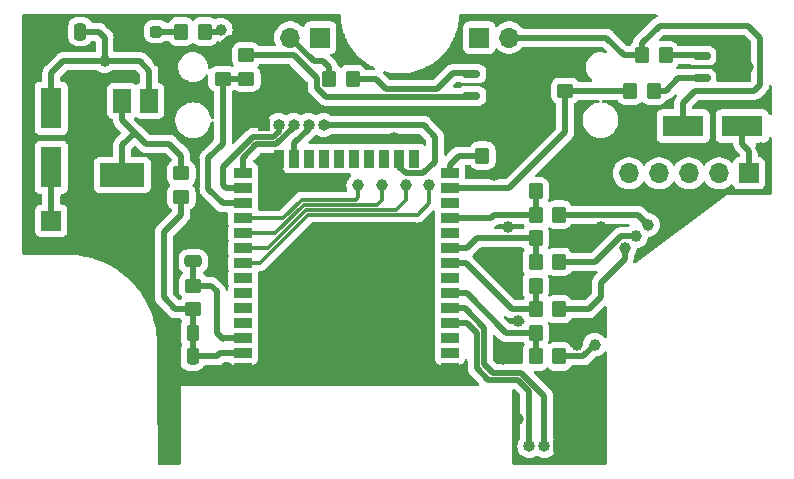
<source format=gbl>
G04 #@! TF.GenerationSoftware,KiCad,Pcbnew,7.0.6*
G04 #@! TF.CreationDate,2023-08-15T03:17:02+01:00*
G04 #@! TF.ProjectId,GalaxyModPCB,47616c61-7879-44d6-9f64-5043422e6b69,rev?*
G04 #@! TF.SameCoordinates,Original*
G04 #@! TF.FileFunction,Copper,L4,Bot*
G04 #@! TF.FilePolarity,Positive*
%FSLAX46Y46*%
G04 Gerber Fmt 4.6, Leading zero omitted, Abs format (unit mm)*
G04 Created by KiCad (PCBNEW 7.0.6) date 2023-08-15 03:17:02*
%MOMM*%
%LPD*%
G01*
G04 APERTURE LIST*
G04 Aperture macros list*
%AMRoundRect*
0 Rectangle with rounded corners*
0 $1 Rounding radius*
0 $2 $3 $4 $5 $6 $7 $8 $9 X,Y pos of 4 corners*
0 Add a 4 corners polygon primitive as box body*
4,1,4,$2,$3,$4,$5,$6,$7,$8,$9,$2,$3,0*
0 Add four circle primitives for the rounded corners*
1,1,$1+$1,$2,$3*
1,1,$1+$1,$4,$5*
1,1,$1+$1,$6,$7*
1,1,$1+$1,$8,$9*
0 Add four rect primitives between the rounded corners*
20,1,$1+$1,$2,$3,$4,$5,0*
20,1,$1+$1,$4,$5,$6,$7,0*
20,1,$1+$1,$6,$7,$8,$9,0*
20,1,$1+$1,$8,$9,$2,$3,0*%
G04 Aperture macros list end*
G04 #@! TA.AperFunction,SMDPad,CuDef*
%ADD10RoundRect,0.237500X-0.287500X-0.237500X0.287500X-0.237500X0.287500X0.237500X-0.287500X0.237500X0*%
G04 #@! TD*
G04 #@! TA.AperFunction,SMDPad,CuDef*
%ADD11RoundRect,0.250000X0.250000X0.475000X-0.250000X0.475000X-0.250000X-0.475000X0.250000X-0.475000X0*%
G04 #@! TD*
G04 #@! TA.AperFunction,SMDPad,CuDef*
%ADD12RoundRect,0.250000X-0.450000X0.350000X-0.450000X-0.350000X0.450000X-0.350000X0.450000X0.350000X0*%
G04 #@! TD*
G04 #@! TA.AperFunction,SMDPad,CuDef*
%ADD13RoundRect,0.250000X-0.350000X-0.450000X0.350000X-0.450000X0.350000X0.450000X-0.350000X0.450000X0*%
G04 #@! TD*
G04 #@! TA.AperFunction,SMDPad,CuDef*
%ADD14RoundRect,0.250000X-0.475000X0.250000X-0.475000X-0.250000X0.475000X-0.250000X0.475000X0.250000X0*%
G04 #@! TD*
G04 #@! TA.AperFunction,ComponentPad*
%ADD15R,1.000000X1.000000*%
G04 #@! TD*
G04 #@! TA.AperFunction,ComponentPad*
%ADD16O,1.000000X1.000000*%
G04 #@! TD*
G04 #@! TA.AperFunction,SMDPad,CuDef*
%ADD17RoundRect,0.250000X0.350000X0.450000X-0.350000X0.450000X-0.350000X-0.450000X0.350000X-0.450000X0*%
G04 #@! TD*
G04 #@! TA.AperFunction,ComponentPad*
%ADD18R,1.700000X1.700000*%
G04 #@! TD*
G04 #@! TA.AperFunction,ComponentPad*
%ADD19O,1.700000X1.700000*%
G04 #@! TD*
G04 #@! TA.AperFunction,SMDPad,CuDef*
%ADD20RoundRect,0.150000X-0.587500X-0.150000X0.587500X-0.150000X0.587500X0.150000X-0.587500X0.150000X0*%
G04 #@! TD*
G04 #@! TA.AperFunction,SMDPad,CuDef*
%ADD21R,3.500000X1.800000*%
G04 #@! TD*
G04 #@! TA.AperFunction,SMDPad,CuDef*
%ADD22R,1.800000X3.500000*%
G04 #@! TD*
G04 #@! TA.AperFunction,SMDPad,CuDef*
%ADD23R,1.500000X0.900000*%
G04 #@! TD*
G04 #@! TA.AperFunction,SMDPad,CuDef*
%ADD24R,0.900000X1.500000*%
G04 #@! TD*
G04 #@! TA.AperFunction,SMDPad,CuDef*
%ADD25R,1.500000X2.000000*%
G04 #@! TD*
G04 #@! TA.AperFunction,SMDPad,CuDef*
%ADD26R,3.800000X2.000000*%
G04 #@! TD*
G04 #@! TA.AperFunction,ViaPad*
%ADD27C,1.000000*%
G04 #@! TD*
G04 #@! TA.AperFunction,Conductor*
%ADD28C,0.300000*%
G04 #@! TD*
G04 #@! TA.AperFunction,Conductor*
%ADD29C,0.500000*%
G04 #@! TD*
G04 APERTURE END LIST*
D10*
X119625000Y-52500000D03*
X121375000Y-52500000D03*
D11*
X114950000Y-52500000D03*
X113050000Y-52500000D03*
D12*
X123500000Y-64500000D03*
X123500000Y-66500000D03*
D13*
X153500000Y-68000000D03*
X155500000Y-68000000D03*
D12*
X129000000Y-54500000D03*
X129000000Y-56500000D03*
D14*
X124500000Y-70050000D03*
X124500000Y-71950000D03*
D13*
X153500000Y-76000000D03*
X155500000Y-76000000D03*
D15*
X130460000Y-60400000D03*
D16*
X131730000Y-60400000D03*
X133000000Y-60400000D03*
X134270000Y-60400000D03*
X135540000Y-60400000D03*
D13*
X123500000Y-52500000D03*
X125500000Y-52500000D03*
D17*
X164500000Y-54500000D03*
X162500000Y-54500000D03*
D12*
X124500000Y-74000000D03*
X124500000Y-76000000D03*
X127000000Y-54500000D03*
X127000000Y-56500000D03*
D18*
X112500000Y-68500000D03*
D19*
X115040000Y-68500000D03*
D11*
X124450000Y-80000000D03*
X122550000Y-80000000D03*
D20*
X167562500Y-56450000D03*
X167562500Y-54550000D03*
X169437500Y-55500000D03*
D18*
X148725000Y-53000000D03*
D19*
X151265000Y-53000000D03*
D21*
X171000000Y-60500000D03*
X166000000Y-60500000D03*
D15*
X155500000Y-87600000D03*
D16*
X154230000Y-87600000D03*
X152960000Y-87600000D03*
D17*
X155500000Y-74000000D03*
X153500000Y-74000000D03*
D18*
X171575000Y-64500000D03*
D19*
X169035000Y-64500000D03*
X166495000Y-64500000D03*
X163955000Y-64500000D03*
X161415000Y-64500000D03*
D11*
X124450000Y-78000000D03*
X122550000Y-78000000D03*
D17*
X155500000Y-70000000D03*
X153500000Y-70000000D03*
D22*
X112500000Y-59000000D03*
X112500000Y-64000000D03*
D23*
X128750000Y-81005000D03*
X128750000Y-79735000D03*
X128750000Y-78465000D03*
X128750000Y-77195000D03*
X128750000Y-75925000D03*
X128750000Y-74655000D03*
X128750000Y-73385000D03*
X128750000Y-72115000D03*
X128750000Y-70845000D03*
X128750000Y-69575000D03*
X128750000Y-68305000D03*
X128750000Y-67035000D03*
X128750000Y-65765000D03*
X128750000Y-64495000D03*
D24*
X131790000Y-63245000D03*
X133060000Y-63245000D03*
X134330000Y-63245000D03*
X135600000Y-63245000D03*
X136870000Y-63245000D03*
X138140000Y-63245000D03*
X139410000Y-63245000D03*
X140680000Y-63245000D03*
X141950000Y-63245000D03*
X143220000Y-63245000D03*
D23*
X146250000Y-64495000D03*
X146250000Y-65765000D03*
X146250000Y-67035000D03*
X146250000Y-68305000D03*
X146250000Y-69575000D03*
X146250000Y-70845000D03*
X146250000Y-72115000D03*
X146250000Y-73385000D03*
X146250000Y-74655000D03*
X146250000Y-75925000D03*
X146250000Y-77195000D03*
X146250000Y-78465000D03*
X146250000Y-79735000D03*
X146250000Y-81005000D03*
D13*
X153500000Y-80000000D03*
X155500000Y-80000000D03*
D18*
X135275000Y-53000000D03*
D19*
X132735000Y-53000000D03*
D13*
X153500000Y-72000000D03*
X155500000Y-72000000D03*
X149000000Y-63000000D03*
X151000000Y-63000000D03*
D17*
X138000000Y-56500000D03*
X136000000Y-56500000D03*
X155500000Y-78000000D03*
X153500000Y-78000000D03*
D20*
X148062500Y-57950000D03*
X148062500Y-56050000D03*
X149937500Y-57000000D03*
D17*
X163500000Y-57500000D03*
X161500000Y-57500000D03*
X155500000Y-66000000D03*
X153500000Y-66000000D03*
D25*
X116200000Y-58350000D03*
X118500000Y-58350000D03*
D26*
X118500000Y-64650000D03*
D25*
X120800000Y-58350000D03*
D12*
X156000000Y-55500000D03*
X156000000Y-57500000D03*
D27*
X115350000Y-61850000D03*
X115300000Y-64100000D03*
X121500000Y-55000000D03*
X122800000Y-81900000D03*
X126500000Y-71500000D03*
X165700000Y-68200000D03*
X112000000Y-54500000D03*
X153600000Y-55400000D03*
X116350000Y-70600000D03*
X143900000Y-81600000D03*
X143000000Y-73000000D03*
X122800000Y-87600000D03*
X126100000Y-81600000D03*
X125500000Y-67800000D03*
X159000000Y-69000000D03*
X143000000Y-75900000D03*
X137250000Y-81600000D03*
X171500000Y-55500000D03*
X153600000Y-51800000D03*
X162500000Y-62500000D03*
X133500000Y-77400000D03*
X150000000Y-64600000D03*
X130000000Y-53000000D03*
X133925000Y-81600000D03*
X157500000Y-85300000D03*
X140575000Y-81600000D03*
X131100000Y-57800000D03*
X151500000Y-55400000D03*
X132800000Y-56400000D03*
X117800000Y-69500000D03*
X150000000Y-61300000D03*
X152000000Y-77000000D03*
X157800000Y-63900000D03*
X150000000Y-59500000D03*
X111050000Y-70250000D03*
X151000000Y-73500000D03*
X119000000Y-68500000D03*
X157500000Y-74000000D03*
X157000000Y-79000000D03*
X141500000Y-61500000D03*
X161000000Y-52500000D03*
X157900000Y-51800000D03*
X150700000Y-80200000D03*
X120150000Y-67500000D03*
X120050000Y-72750000D03*
X146850000Y-54700000D03*
X130500000Y-64500000D03*
X152000000Y-85300000D03*
X118200000Y-52500000D03*
X162500000Y-60500000D03*
X122800000Y-84800000D03*
X137050000Y-54900000D03*
X130600000Y-78300000D03*
X168500000Y-62500000D03*
X111050000Y-52200000D03*
X151200000Y-69000000D03*
X130600000Y-81600000D03*
X142950000Y-69900000D03*
X172550000Y-62350000D03*
X126828602Y-52328602D03*
X117000000Y-55000000D03*
X144500000Y-65500000D03*
X142500000Y-65500000D03*
X140500000Y-65500000D03*
X138500000Y-65500000D03*
X163000000Y-68857500D03*
X162000000Y-69806167D03*
X161043565Y-70799232D03*
X158500000Y-79000000D03*
D28*
X143500000Y-68000000D02*
X144500000Y-67000000D01*
X134250000Y-68000000D02*
X143500000Y-68000000D01*
X128750000Y-72115000D02*
X130135000Y-72115000D01*
X130135000Y-72115000D02*
X134250000Y-68000000D01*
X144500000Y-67000000D02*
X144500000Y-65500000D01*
X141677000Y-67573000D02*
X142500000Y-66750000D01*
X130801130Y-70845000D02*
X134073130Y-67573000D01*
X134073130Y-67573000D02*
X141677000Y-67573000D01*
X128750000Y-70845000D02*
X130801130Y-70845000D01*
X142500000Y-66750000D02*
X142500000Y-65500000D01*
X140104000Y-67146000D02*
X140500000Y-66750000D01*
X133854000Y-67146000D02*
X140104000Y-67146000D01*
X131425000Y-69575000D02*
X133854000Y-67146000D01*
X140500000Y-66750000D02*
X140500000Y-65500000D01*
X128750000Y-69575000D02*
X131425000Y-69575000D01*
X138281000Y-66719000D02*
X138500000Y-66500000D01*
X138500000Y-66500000D02*
X138500000Y-65500000D01*
X133677131Y-66719000D02*
X138281000Y-66719000D01*
X132091130Y-68305000D02*
X133677131Y-66719000D01*
X128750000Y-68305000D02*
X132091130Y-68305000D01*
D29*
X121375000Y-52500000D02*
X123500000Y-52500000D01*
X127000000Y-54500000D02*
X127000000Y-53500000D01*
X122550000Y-87950000D02*
X122500000Y-88000000D01*
X127000000Y-53500000D02*
X127500000Y-53000000D01*
X127500000Y-53000000D02*
X130000000Y-53000000D01*
X122000000Y-69500000D02*
X123500000Y-68000000D01*
X128750000Y-79735000D02*
X126765000Y-79735000D01*
X126765000Y-79735000D02*
X126500000Y-80000000D01*
X124450000Y-78000000D02*
X124450000Y-76050000D01*
X123500000Y-68000000D02*
X123500000Y-66500000D01*
X124500000Y-76000000D02*
X123000000Y-76000000D01*
X123000000Y-76000000D02*
X122000000Y-75000000D01*
X124450000Y-76050000D02*
X124500000Y-76000000D01*
X124450000Y-78000000D02*
X124450000Y-80000000D01*
X126500000Y-80000000D02*
X124450000Y-80000000D01*
X122000000Y-75000000D02*
X122000000Y-69500000D01*
X126500000Y-74500000D02*
X126000000Y-74000000D01*
X127000000Y-78500000D02*
X126500000Y-78000000D01*
X124500000Y-71950000D02*
X124500000Y-74000000D01*
X126500000Y-78000000D02*
X126500000Y-74500000D01*
X128750000Y-78465000D02*
X127035000Y-78465000D01*
X127035000Y-78465000D02*
X127000000Y-78500000D01*
X126000000Y-74000000D02*
X124500000Y-74000000D01*
X116500000Y-52500000D02*
X117000000Y-53000000D01*
X171575000Y-62575000D02*
X171575000Y-64500000D01*
X117000000Y-53000000D02*
X117000000Y-55000000D01*
X112500000Y-59000000D02*
X112500000Y-56000000D01*
X112500000Y-56000000D02*
X113500000Y-55000000D01*
X171000000Y-62000000D02*
X171575000Y-62575000D01*
X125500000Y-52500000D02*
X126657204Y-52500000D01*
X120000000Y-55000000D02*
X117000000Y-55000000D01*
X171000000Y-60500000D02*
X171000000Y-62000000D01*
X113500000Y-55000000D02*
X117000000Y-55000000D01*
X126657204Y-52500000D02*
X126828602Y-52328602D01*
X120800000Y-58350000D02*
X120800000Y-55800000D01*
X120800000Y-55800000D02*
X120000000Y-55000000D01*
X114950000Y-52500000D02*
X116500000Y-52500000D01*
X112500000Y-64000000D02*
X112500000Y-68500000D01*
X172500000Y-57000000D02*
X172000000Y-57500000D01*
X172500000Y-53000000D02*
X172500000Y-57000000D01*
X167000000Y-57500000D02*
X166000000Y-58500000D01*
X171500000Y-52000000D02*
X172500000Y-53000000D01*
X166000000Y-58500000D02*
X166000000Y-60500000D01*
X161000000Y-54500000D02*
X159500000Y-53000000D01*
X162500000Y-54500000D02*
X162500000Y-53500000D01*
X162500000Y-53500000D02*
X164000000Y-52000000D01*
X172000000Y-57500000D02*
X167000000Y-57500000D01*
X159500000Y-53000000D02*
X151265000Y-53000000D01*
X164000000Y-52000000D02*
X171500000Y-52000000D01*
X162500000Y-54500000D02*
X161000000Y-54500000D01*
X146250000Y-63750000D02*
X147000000Y-63000000D01*
X149000000Y-63000000D02*
X147000000Y-63000000D01*
X146250000Y-64495000D02*
X146250000Y-63750000D01*
X141950000Y-63950000D02*
X141950000Y-63245000D01*
X145000000Y-63500000D02*
X144000000Y-64500000D01*
X144000000Y-64500000D02*
X142500000Y-64500000D01*
X145000000Y-61386712D02*
X145000000Y-63500000D01*
X144013288Y-60400000D02*
X145000000Y-61386712D01*
X135540000Y-60400000D02*
X136200000Y-60400000D01*
X135470000Y-60400000D02*
X136200000Y-60400000D01*
X142500000Y-64500000D02*
X141950000Y-63950000D01*
X136200000Y-60400000D02*
X144013288Y-60400000D01*
X127000000Y-65500000D02*
X127000000Y-64000000D01*
X131290000Y-61400000D02*
X131730000Y-60960000D01*
X128750000Y-65765000D02*
X127265000Y-65765000D01*
X129600000Y-61400000D02*
X131290000Y-61400000D01*
X127265000Y-65765000D02*
X127000000Y-65500000D01*
X129600000Y-61400000D02*
X127000000Y-64000000D01*
X131730000Y-60960000D02*
X131730000Y-60400000D01*
X133000000Y-60576712D02*
X133000000Y-60400000D01*
X131531712Y-62045000D02*
X133000000Y-60576712D01*
X129855000Y-62045000D02*
X131531712Y-62045000D01*
X129855000Y-62045000D02*
X128700000Y-63200000D01*
X128700000Y-63200000D02*
X128750000Y-63250000D01*
X128750000Y-63250000D02*
X128750000Y-64495000D01*
X132930000Y-60646712D02*
X132930000Y-60400000D01*
X133060000Y-63245000D02*
X133060000Y-61940000D01*
X134270000Y-60730000D02*
X134270000Y-60400000D01*
X133060000Y-61940000D02*
X134270000Y-60730000D01*
X149127000Y-77552000D02*
X149127000Y-80627000D01*
X152259712Y-81373000D02*
X154230000Y-83343288D01*
X147500000Y-75925000D02*
X149127000Y-77552000D01*
X149127000Y-80627000D02*
X149873000Y-81373000D01*
X149873000Y-81373000D02*
X152259712Y-81373000D01*
X154230000Y-83343288D02*
X154230000Y-87600000D01*
X146250000Y-75925000D02*
X147500000Y-75925000D01*
X149500000Y-82000000D02*
X152000000Y-82000000D01*
X152000000Y-82000000D02*
X152960000Y-82960000D01*
X148500000Y-78000000D02*
X148500000Y-81000000D01*
X147695000Y-77195000D02*
X148500000Y-78000000D01*
X148500000Y-81000000D02*
X149500000Y-82000000D01*
X146250000Y-77195000D02*
X147695000Y-77195000D01*
X152960000Y-82960000D02*
X152960000Y-87600000D01*
X135500000Y-55000000D02*
X134735000Y-55000000D01*
X136000000Y-55500000D02*
X135500000Y-55000000D01*
X136000000Y-56500000D02*
X136000000Y-55500000D01*
X134735000Y-55000000D02*
X132735000Y-53000000D01*
X163000000Y-68857500D02*
X162142500Y-68000000D01*
X162142500Y-68000000D02*
X155500000Y-68000000D01*
X158500000Y-72000000D02*
X155500000Y-72000000D01*
X160693833Y-69806167D02*
X158500000Y-72000000D01*
X162000000Y-69806167D02*
X160693833Y-69806167D01*
X161043565Y-71712102D02*
X159000000Y-73755667D01*
X159000000Y-73755667D02*
X159000000Y-75000000D01*
X161043565Y-70799232D02*
X161043565Y-71712102D01*
X159000000Y-75000000D02*
X158000000Y-76000000D01*
X158000000Y-76000000D02*
X155500000Y-76000000D01*
X158500000Y-79000000D02*
X157500000Y-80000000D01*
X157500000Y-80000000D02*
X155500000Y-80000000D01*
X164500000Y-57500000D02*
X165550000Y-56450000D01*
X163500000Y-57500000D02*
X164500000Y-57500000D01*
X165550000Y-56450000D02*
X167562500Y-56450000D01*
X164500000Y-54500000D02*
X167512500Y-54500000D01*
X167512500Y-54500000D02*
X167562500Y-54550000D01*
X148012500Y-58000000D02*
X148062500Y-57950000D01*
X134950000Y-56450000D02*
X134950000Y-57239949D01*
X133000000Y-54500000D02*
X134950000Y-56450000D01*
X129000000Y-54500000D02*
X133000000Y-54500000D01*
X134950000Y-57239949D02*
X135710051Y-58000000D01*
X135710051Y-58000000D02*
X148012500Y-58000000D01*
X145127000Y-57373000D02*
X146500000Y-56000000D01*
X146500000Y-56000000D02*
X148012500Y-56000000D01*
X148012500Y-56000000D02*
X148062500Y-56050000D01*
X140000000Y-56500000D02*
X140873000Y-57373000D01*
X138000000Y-56500000D02*
X140000000Y-56500000D01*
X140873000Y-57373000D02*
X145127000Y-57373000D01*
X119550000Y-61050000D02*
X118500000Y-60000000D01*
X118500000Y-62100000D02*
X119550000Y-61050000D01*
X118500000Y-64650000D02*
X118500000Y-62100000D01*
X123500000Y-63000000D02*
X122500000Y-62000000D01*
X120500000Y-62000000D02*
X119550000Y-61050000D01*
X123500000Y-64500000D02*
X123500000Y-63000000D01*
X122500000Y-62000000D02*
X120500000Y-62000000D01*
X118500000Y-60000000D02*
X118500000Y-58350000D01*
X146250000Y-68305000D02*
X149695000Y-68305000D01*
X153500000Y-68000000D02*
X153500000Y-66000000D01*
X150000000Y-68000000D02*
X153500000Y-68000000D01*
X149695000Y-68305000D02*
X150000000Y-68000000D01*
X147655000Y-70845000D02*
X148500000Y-70000000D01*
X153500000Y-72000000D02*
X153500000Y-70000000D01*
X148500000Y-70000000D02*
X153500000Y-70000000D01*
X146250000Y-70845000D02*
X147655000Y-70845000D01*
X146250000Y-72115000D02*
X147615000Y-72115000D01*
X147615000Y-72115000D02*
X151500000Y-76000000D01*
X151500000Y-76000000D02*
X153500000Y-76000000D01*
X153500000Y-76000000D02*
X153500000Y-74000000D01*
X151000000Y-78000000D02*
X153500000Y-78000000D01*
X147655000Y-74655000D02*
X151000000Y-78000000D01*
X146250000Y-74655000D02*
X147655000Y-74655000D01*
X153500000Y-80000000D02*
X153500000Y-78000000D01*
X156000000Y-57500000D02*
X161500000Y-57500000D01*
X146250000Y-65765000D02*
X151235000Y-65765000D01*
X156000000Y-61000000D02*
X156000000Y-57500000D01*
X151235000Y-65765000D02*
X156000000Y-61000000D01*
X127035000Y-67035000D02*
X125800000Y-65800000D01*
X129000000Y-56500000D02*
X127000000Y-56500000D01*
X127000000Y-62000000D02*
X127000000Y-57500000D01*
X125800000Y-63200000D02*
X127000000Y-62000000D01*
X128750000Y-67035000D02*
X127035000Y-67035000D01*
X127000000Y-57500000D02*
X127000000Y-56500000D01*
X125800000Y-65800000D02*
X125800000Y-63200000D01*
G04 #@! TA.AperFunction,Conductor*
G36*
X136941621Y-51020502D02*
G01*
X136988114Y-51074158D01*
X136999500Y-51126500D01*
X136999500Y-51218326D01*
X137020674Y-51460355D01*
X137024506Y-51545683D01*
X137029559Y-51561915D01*
X137037556Y-51653314D01*
X137082236Y-51906707D01*
X137092905Y-51985468D01*
X137098545Y-51999200D01*
X137113381Y-52083337D01*
X137179100Y-52328605D01*
X137183992Y-52346860D01*
X137200109Y-52417473D01*
X137205918Y-52428694D01*
X137226396Y-52505116D01*
X137325460Y-52777293D01*
X137345259Y-52838229D01*
X137350838Y-52847018D01*
X137375740Y-52915434D01*
X137505932Y-53194632D01*
X137527219Y-53244435D01*
X137532169Y-53250899D01*
X137556051Y-53302112D01*
X137560277Y-53311174D01*
X137569213Y-53326652D01*
X137724554Y-53595711D01*
X137744550Y-53632870D01*
X137748496Y-53637180D01*
X137778598Y-53689319D01*
X137778598Y-53689318D01*
X137778603Y-53689326D01*
X137934092Y-53911388D01*
X137980266Y-53977331D01*
X137995542Y-54000473D01*
X137998125Y-54002837D01*
X137998175Y-54002908D01*
X138029057Y-54047012D01*
X138271996Y-54336536D01*
X138278196Y-54344310D01*
X138279100Y-54345001D01*
X138309732Y-54381507D01*
X138618493Y-54690268D01*
X138952988Y-54970943D01*
X139310674Y-55221397D01*
X139310678Y-55221399D01*
X139310682Y-55221402D01*
X139577665Y-55375544D01*
X139688826Y-55439723D01*
X139688828Y-55439724D01*
X139688827Y-55439724D01*
X139755001Y-55470581D01*
X139803492Y-55493193D01*
X139820889Y-55501305D01*
X139874174Y-55548222D01*
X139893635Y-55616500D01*
X139873093Y-55684459D01*
X139819070Y-55730525D01*
X139767639Y-55741500D01*
X139121220Y-55741500D01*
X139053099Y-55721498D01*
X139013979Y-55681647D01*
X139010710Y-55676347D01*
X138949030Y-55576348D01*
X138949029Y-55576347D01*
X138949024Y-55576341D01*
X138823658Y-55450975D01*
X138823652Y-55450970D01*
X138779372Y-55423658D01*
X138672738Y-55357885D01*
X138560193Y-55320592D01*
X138504427Y-55302113D01*
X138504420Y-55302112D01*
X138400553Y-55291500D01*
X137599455Y-55291500D01*
X137495574Y-55302112D01*
X137327261Y-55357885D01*
X137176347Y-55450970D01*
X137176341Y-55450975D01*
X137089095Y-55538222D01*
X137026783Y-55572248D01*
X136955968Y-55567183D01*
X136910905Y-55538222D01*
X136823654Y-55450971D01*
X136807168Y-55440802D01*
X136759691Y-55388015D01*
X136750010Y-55352630D01*
X136749371Y-55352763D01*
X136747887Y-55345578D01*
X136747887Y-55345574D01*
X136747885Y-55345569D01*
X136746403Y-55338390D01*
X136746469Y-55338376D01*
X136744837Y-55331012D01*
X136744772Y-55331028D01*
X136743080Y-55323890D01*
X136738361Y-55310926D01*
X136716526Y-55250934D01*
X136692114Y-55177262D01*
X136692109Y-55177255D01*
X136689012Y-55170611D01*
X136689074Y-55170581D01*
X136685788Y-55163795D01*
X136685728Y-55163826D01*
X136682433Y-55157265D01*
X136639766Y-55092394D01*
X136599031Y-55026351D01*
X136599030Y-55026349D01*
X136599027Y-55026346D01*
X136594478Y-55020592D01*
X136594531Y-55020549D01*
X136589766Y-55014700D01*
X136589715Y-55014744D01*
X136584998Y-55009122D01*
X136528518Y-54955837D01*
X136339183Y-54766502D01*
X136140937Y-54568256D01*
X136106914Y-54505946D01*
X136111978Y-54435131D01*
X136154525Y-54378295D01*
X136216568Y-54353885D01*
X136234196Y-54351990D01*
X136234199Y-54351989D01*
X136234201Y-54351989D01*
X136371204Y-54300889D01*
X136395915Y-54282391D01*
X136488261Y-54213261D01*
X136575887Y-54096207D01*
X136575887Y-54096206D01*
X136575889Y-54096204D01*
X136626989Y-53959201D01*
X136631085Y-53921107D01*
X136633499Y-53898649D01*
X136633500Y-53898632D01*
X136633500Y-52101367D01*
X136633499Y-52101350D01*
X136626990Y-52040803D01*
X136626988Y-52040795D01*
X136591287Y-51945080D01*
X136575889Y-51903796D01*
X136575888Y-51903794D01*
X136575887Y-51903792D01*
X136488261Y-51786738D01*
X136371207Y-51699112D01*
X136371202Y-51699110D01*
X136234204Y-51648011D01*
X136234196Y-51648009D01*
X136173649Y-51641500D01*
X136173638Y-51641500D01*
X134376362Y-51641500D01*
X134376350Y-51641500D01*
X134315803Y-51648009D01*
X134315795Y-51648011D01*
X134178797Y-51699110D01*
X134178792Y-51699112D01*
X134061738Y-51786738D01*
X133974112Y-51903792D01*
X133974111Y-51903795D01*
X133930000Y-52022058D01*
X133887453Y-52078893D01*
X133820932Y-52103703D01*
X133751558Y-52088611D01*
X133719246Y-52063363D01*
X133658240Y-51997094D01*
X133658239Y-51997093D01*
X133658237Y-51997091D01*
X133575148Y-51932420D01*
X133480576Y-51858811D01*
X133282574Y-51751658D01*
X133282572Y-51751657D01*
X133282571Y-51751656D01*
X133069639Y-51678557D01*
X133069630Y-51678555D01*
X133025476Y-51671187D01*
X132847569Y-51641500D01*
X132622431Y-51641500D01*
X132474211Y-51666233D01*
X132400369Y-51678555D01*
X132400360Y-51678557D01*
X132187428Y-51751656D01*
X132187426Y-51751658D01*
X131991047Y-51857933D01*
X131989426Y-51858810D01*
X131989424Y-51858811D01*
X131811762Y-51997091D01*
X131659279Y-52162729D01*
X131659275Y-52162734D01*
X131536141Y-52351206D01*
X131445703Y-52557386D01*
X131445702Y-52557387D01*
X131390437Y-52775624D01*
X131390436Y-52775630D01*
X131390436Y-52775632D01*
X131371844Y-53000000D01*
X131387974Y-53194662D01*
X131390437Y-53224375D01*
X131445702Y-53442612D01*
X131445703Y-53442613D01*
X131445704Y-53442616D01*
X131493234Y-53550975D01*
X131499337Y-53564887D01*
X131508383Y-53635304D01*
X131477922Y-53699435D01*
X131417626Y-53736916D01*
X131383949Y-53741500D01*
X130159539Y-53741500D01*
X130091418Y-53721498D01*
X130052298Y-53681647D01*
X130049029Y-53676347D01*
X130049024Y-53676341D01*
X129923658Y-53550975D01*
X129923652Y-53550970D01*
X129920497Y-53549024D01*
X129772738Y-53457885D01*
X129663169Y-53421578D01*
X129604427Y-53402113D01*
X129604420Y-53402112D01*
X129500553Y-53391500D01*
X128499455Y-53391500D01*
X128395574Y-53402112D01*
X128227261Y-53457885D01*
X128076347Y-53550970D01*
X128076341Y-53550975D01*
X127950975Y-53676341D01*
X127950970Y-53676347D01*
X127857885Y-53827262D01*
X127802113Y-53995572D01*
X127802112Y-53995579D01*
X127791500Y-54099446D01*
X127791500Y-54900544D01*
X127802112Y-55004425D01*
X127852758Y-55157265D01*
X127857885Y-55172738D01*
X127919086Y-55271960D01*
X127937823Y-55340438D01*
X127916564Y-55408177D01*
X127862057Y-55453669D01*
X127791608Y-55462470D01*
X127772213Y-55457711D01*
X127604427Y-55402113D01*
X127604420Y-55402112D01*
X127500553Y-55391500D01*
X126499455Y-55391500D01*
X126395574Y-55402112D01*
X126227261Y-55457885D01*
X126076347Y-55550970D01*
X125963632Y-55663685D01*
X125901320Y-55697710D01*
X125830504Y-55692644D01*
X125773668Y-55650098D01*
X125748858Y-55583577D01*
X125748664Y-55568936D01*
X125748743Y-55567183D01*
X125754290Y-55443670D01*
X125724075Y-55220613D01*
X125723935Y-55220183D01*
X125697242Y-55138031D01*
X125654517Y-55006536D01*
X125599897Y-54905035D01*
X125547855Y-54808324D01*
X125547851Y-54808317D01*
X125407506Y-54632332D01*
X125296307Y-54535180D01*
X125237996Y-54484235D01*
X125044764Y-54368785D01*
X125000009Y-54351988D01*
X124834019Y-54289691D01*
X124634770Y-54253533D01*
X124612547Y-54249500D01*
X124443845Y-54249500D01*
X124414823Y-54252112D01*
X124275810Y-54264622D01*
X124275810Y-54264623D01*
X124058832Y-54324505D01*
X123856031Y-54422168D01*
X123856023Y-54422173D01*
X123673921Y-54554478D01*
X123673920Y-54554479D01*
X123518369Y-54717172D01*
X123394367Y-54905027D01*
X123394363Y-54905035D01*
X123305897Y-55112011D01*
X123305896Y-55112013D01*
X123255809Y-55331461D01*
X123255809Y-55331463D01*
X123248469Y-55494907D01*
X123245710Y-55556330D01*
X123262519Y-55680421D01*
X123275925Y-55779390D01*
X123345484Y-55993467D01*
X123452144Y-56191675D01*
X123452148Y-56191682D01*
X123485496Y-56233498D01*
X123592492Y-56367666D01*
X123762004Y-56515765D01*
X123955236Y-56631215D01*
X124165976Y-56710307D01*
X124165978Y-56710307D01*
X124165980Y-56710308D01*
X124275119Y-56730114D01*
X124387453Y-56750500D01*
X124387454Y-56750500D01*
X124556149Y-56750500D01*
X124556155Y-56750500D01*
X124713759Y-56736315D01*
X124724189Y-56735377D01*
X124724189Y-56735376D01*
X124918872Y-56681647D01*
X124941167Y-56675494D01*
X124941167Y-56675493D01*
X124941170Y-56675493D01*
X125143973Y-56577829D01*
X125326078Y-56445522D01*
X125481632Y-56282825D01*
X125560344Y-56163580D01*
X125614564Y-56117748D01*
X125684957Y-56108505D01*
X125749172Y-56138786D01*
X125786822Y-56198978D01*
X125791500Y-56232994D01*
X125791500Y-56900544D01*
X125802112Y-57004425D01*
X125857885Y-57172738D01*
X125950970Y-57323652D01*
X125950975Y-57323658D01*
X126076341Y-57449024D01*
X126076345Y-57449027D01*
X126076348Y-57449030D01*
X126181647Y-57513979D01*
X126229125Y-57566763D01*
X126241500Y-57621219D01*
X126241499Y-59799305D01*
X126221497Y-59867426D01*
X126167841Y-59913919D01*
X126097567Y-59924022D01*
X126032987Y-59894529D01*
X125994603Y-59834803D01*
X125991222Y-59820067D01*
X125959571Y-59630386D01*
X125882570Y-59406090D01*
X125878829Y-59395192D01*
X125878828Y-59395190D01*
X125760474Y-59176491D01*
X125760473Y-59176490D01*
X125699389Y-59098009D01*
X125607738Y-58980256D01*
X125607736Y-58980254D01*
X125607732Y-58980249D01*
X125424785Y-58811835D01*
X125216606Y-58675826D01*
X125216607Y-58675826D01*
X124988884Y-58575938D01*
X124988877Y-58575935D01*
X124747828Y-58514893D01*
X124747823Y-58514892D01*
X124747821Y-58514892D01*
X124614630Y-58503855D01*
X124562069Y-58499500D01*
X124562067Y-58499500D01*
X124437933Y-58499500D01*
X124437931Y-58499500D01*
X124376707Y-58504573D01*
X124252179Y-58514892D01*
X124252177Y-58514892D01*
X124252171Y-58514893D01*
X124011122Y-58575935D01*
X124011115Y-58575938D01*
X123783393Y-58675826D01*
X123575214Y-58811835D01*
X123392267Y-58980249D01*
X123239526Y-59176490D01*
X123239525Y-59176491D01*
X123121171Y-59395190D01*
X123121170Y-59395192D01*
X123040430Y-59630381D01*
X123040428Y-59630390D01*
X123032170Y-59679880D01*
X122999500Y-59875665D01*
X122999500Y-60124335D01*
X123032607Y-60322736D01*
X123040428Y-60369609D01*
X123040430Y-60369618D01*
X123121170Y-60604807D01*
X123121171Y-60604809D01*
X123234921Y-60814999D01*
X123239526Y-60823509D01*
X123373942Y-60996207D01*
X123392267Y-61019750D01*
X123575214Y-61188164D01*
X123783393Y-61324173D01*
X123783392Y-61324173D01*
X123929411Y-61388222D01*
X124011119Y-61424063D01*
X124011120Y-61424063D01*
X124011122Y-61424064D01*
X124215983Y-61475942D01*
X124252179Y-61485108D01*
X124417446Y-61498802D01*
X124437931Y-61500500D01*
X124437933Y-61500500D01*
X124562069Y-61500500D01*
X124581483Y-61498891D01*
X124747821Y-61485108D01*
X124988881Y-61424063D01*
X125216607Y-61324173D01*
X125424785Y-61188164D01*
X125478088Y-61139095D01*
X125607732Y-61019750D01*
X125607733Y-61019748D01*
X125607738Y-61019744D01*
X125760474Y-60823509D01*
X125878828Y-60604810D01*
X125959571Y-60369614D01*
X125991219Y-60179950D01*
X126022158Y-60116057D01*
X126082734Y-60079029D01*
X126153713Y-60080629D01*
X126212559Y-60120348D01*
X126240589Y-60185577D01*
X126241499Y-60200694D01*
X126241500Y-61633627D01*
X126221498Y-61701748D01*
X126204595Y-61722723D01*
X125309222Y-62618095D01*
X125295373Y-62630063D01*
X125275948Y-62644525D01*
X125275944Y-62644529D01*
X125275942Y-62644530D01*
X125275942Y-62644531D01*
X125271381Y-62649967D01*
X125242007Y-62684971D01*
X125238300Y-62689017D01*
X125232421Y-62694897D01*
X125232412Y-62694907D01*
X125212476Y-62720121D01*
X125211863Y-62720896D01*
X125178897Y-62760185D01*
X125161965Y-62780364D01*
X125157935Y-62786491D01*
X125157880Y-62786455D01*
X125153825Y-62792820D01*
X125153882Y-62792855D01*
X125150028Y-62799101D01*
X125117220Y-62869458D01*
X125082391Y-62938812D01*
X125079882Y-62945707D01*
X125079820Y-62945684D01*
X125077343Y-62952810D01*
X125077404Y-62952831D01*
X125075097Y-62959790D01*
X125059392Y-63035849D01*
X125041500Y-63111345D01*
X125040648Y-63118634D01*
X125040581Y-63118626D01*
X125039814Y-63126126D01*
X125039881Y-63126132D01*
X125039241Y-63133442D01*
X125041500Y-63211079D01*
X125041500Y-65735559D01*
X125040170Y-65753819D01*
X125036659Y-65777786D01*
X125036659Y-65777794D01*
X125038483Y-65798638D01*
X125040987Y-65827262D01*
X125041260Y-65830372D01*
X125041500Y-65835866D01*
X125041500Y-65844182D01*
X125045347Y-65877094D01*
X125052112Y-65954419D01*
X125053596Y-65961606D01*
X125053531Y-65961619D01*
X125055165Y-65968989D01*
X125055229Y-65968975D01*
X125056921Y-65976116D01*
X125073021Y-66020348D01*
X125083473Y-66049065D01*
X125091135Y-66072186D01*
X125107885Y-66122736D01*
X125110987Y-66129388D01*
X125110926Y-66129416D01*
X125114211Y-66136202D01*
X125114270Y-66136173D01*
X125117560Y-66142724D01*
X125117564Y-66142731D01*
X125117565Y-66142732D01*
X125123654Y-66151990D01*
X125160233Y-66207605D01*
X125200967Y-66273648D01*
X125205522Y-66279408D01*
X125205468Y-66279450D01*
X125210228Y-66285292D01*
X125210279Y-66285250D01*
X125214993Y-66290868D01*
X125214998Y-66290873D01*
X125214999Y-66290874D01*
X125271482Y-66344163D01*
X126453092Y-67525773D01*
X126465065Y-67539627D01*
X126468038Y-67543621D01*
X126479531Y-67559058D01*
X126495958Y-67572842D01*
X126519975Y-67592994D01*
X126524021Y-67596702D01*
X126529900Y-67602581D01*
X126555895Y-67623135D01*
X126615360Y-67673032D01*
X126615366Y-67673035D01*
X126621495Y-67677067D01*
X126621458Y-67677122D01*
X126627811Y-67681169D01*
X126627847Y-67681113D01*
X126634092Y-67684965D01*
X126634095Y-67684967D01*
X126704452Y-67717775D01*
X126773812Y-67752609D01*
X126773813Y-67752609D01*
X126773817Y-67752611D01*
X126780713Y-67755121D01*
X126780689Y-67755185D01*
X126787805Y-67757659D01*
X126787827Y-67757595D01*
X126794791Y-67759903D01*
X126870849Y-67775607D01*
X126904866Y-67783669D01*
X126946344Y-67793500D01*
X126946350Y-67793500D01*
X126953633Y-67794352D01*
X126953625Y-67794419D01*
X126961122Y-67795185D01*
X126961128Y-67795119D01*
X126968435Y-67795757D01*
X126968442Y-67795759D01*
X127046080Y-67793500D01*
X127365500Y-67793500D01*
X127433621Y-67813502D01*
X127480114Y-67867158D01*
X127491500Y-67919500D01*
X127491500Y-68803649D01*
X127498009Y-68864195D01*
X127498010Y-68864198D01*
X127509860Y-68895970D01*
X127514923Y-68966786D01*
X127509860Y-68984030D01*
X127498010Y-69015801D01*
X127498009Y-69015804D01*
X127491500Y-69076350D01*
X127491500Y-70073649D01*
X127498009Y-70134195D01*
X127498010Y-70134198D01*
X127509860Y-70165970D01*
X127514923Y-70236786D01*
X127509860Y-70254030D01*
X127498010Y-70285801D01*
X127498009Y-70285804D01*
X127491500Y-70346350D01*
X127491500Y-71343649D01*
X127498009Y-71404195D01*
X127498010Y-71404198D01*
X127509860Y-71435970D01*
X127514923Y-71506786D01*
X127509860Y-71524029D01*
X127498220Y-71555240D01*
X127498010Y-71555802D01*
X127491500Y-71616350D01*
X127491500Y-72613649D01*
X127498009Y-72674195D01*
X127498010Y-72674198D01*
X127498010Y-72674200D01*
X127498011Y-72674201D01*
X127504692Y-72692114D01*
X127509860Y-72705970D01*
X127514923Y-72776786D01*
X127509860Y-72794030D01*
X127498010Y-72825801D01*
X127498009Y-72825804D01*
X127491500Y-72886350D01*
X127491500Y-73883649D01*
X127498009Y-73944195D01*
X127498010Y-73944198D01*
X127509860Y-73975970D01*
X127514923Y-74046786D01*
X127509860Y-74064030D01*
X127498010Y-74095801D01*
X127498009Y-74095804D01*
X127491500Y-74156350D01*
X127491499Y-74156368D01*
X127491499Y-74294059D01*
X127471496Y-74362179D01*
X127417840Y-74408672D01*
X127347566Y-74418775D01*
X127282986Y-74389282D01*
X127244603Y-74329555D01*
X127243155Y-74324098D01*
X127243079Y-74323890D01*
X127243079Y-74323887D01*
X127216526Y-74250934D01*
X127192114Y-74177262D01*
X127192109Y-74177255D01*
X127189012Y-74170611D01*
X127189074Y-74170581D01*
X127185788Y-74163795D01*
X127185728Y-74163826D01*
X127182433Y-74157265D01*
X127139766Y-74092394D01*
X127136697Y-74087418D01*
X127099030Y-74026349D01*
X127099027Y-74026346D01*
X127094478Y-74020592D01*
X127094531Y-74020549D01*
X127089766Y-74014700D01*
X127089715Y-74014744D01*
X127084998Y-74009122D01*
X127028518Y-73955837D01*
X126839427Y-73766746D01*
X126581901Y-73509220D01*
X126569936Y-73495375D01*
X126569269Y-73494479D01*
X126555469Y-73475942D01*
X126555467Y-73475940D01*
X126515024Y-73442003D01*
X126510970Y-73438289D01*
X126505107Y-73432425D01*
X126503804Y-73431395D01*
X126479103Y-73411863D01*
X126419640Y-73361968D01*
X126419638Y-73361967D01*
X126419636Y-73361965D01*
X126413506Y-73357933D01*
X126413541Y-73357878D01*
X126407187Y-73353829D01*
X126407153Y-73353886D01*
X126400906Y-73350033D01*
X126330540Y-73317220D01*
X126261188Y-73282391D01*
X126261186Y-73282390D01*
X126261183Y-73282389D01*
X126254289Y-73279880D01*
X126254311Y-73279817D01*
X126247189Y-73277341D01*
X126247169Y-73277404D01*
X126240209Y-73275097D01*
X126164150Y-73259392D01*
X126088652Y-73241499D01*
X126081367Y-73240648D01*
X126081374Y-73240580D01*
X126073877Y-73239814D01*
X126073872Y-73239881D01*
X126066559Y-73239241D01*
X126066558Y-73239241D01*
X125988920Y-73241500D01*
X125659539Y-73241500D01*
X125591418Y-73221498D01*
X125552298Y-73181647D01*
X125549029Y-73176347D01*
X125549024Y-73176341D01*
X125423658Y-73050975D01*
X125423654Y-73050972D01*
X125423652Y-73050970D01*
X125405786Y-73039950D01*
X125358309Y-72987167D01*
X125346905Y-72917092D01*
X125375196Y-72851976D01*
X125405785Y-72825470D01*
X125448652Y-72799030D01*
X125574030Y-72673652D01*
X125667115Y-72522738D01*
X125722887Y-72354426D01*
X125733500Y-72250545D01*
X125733499Y-71649456D01*
X125722887Y-71545574D01*
X125667115Y-71377262D01*
X125574030Y-71226348D01*
X125574029Y-71226347D01*
X125574024Y-71226341D01*
X125448658Y-71100975D01*
X125448652Y-71100970D01*
X125448652Y-71100969D01*
X125297738Y-71007885D01*
X125213581Y-70979998D01*
X125129427Y-70952113D01*
X125129420Y-70952112D01*
X125025553Y-70941500D01*
X123974455Y-70941500D01*
X123870574Y-70952112D01*
X123702261Y-71007885D01*
X123551347Y-71100970D01*
X123551341Y-71100975D01*
X123425975Y-71226341D01*
X123425970Y-71226347D01*
X123332885Y-71377262D01*
X123277113Y-71545572D01*
X123277112Y-71545579D01*
X123266500Y-71649446D01*
X123266500Y-72250544D01*
X123277112Y-72354425D01*
X123332885Y-72522738D01*
X123425970Y-72673652D01*
X123425975Y-72673658D01*
X123551341Y-72799024D01*
X123551347Y-72799029D01*
X123551348Y-72799030D01*
X123594213Y-72825470D01*
X123641691Y-72878255D01*
X123653094Y-72948330D01*
X123624802Y-73013446D01*
X123594213Y-73039950D01*
X123576353Y-73050966D01*
X123576341Y-73050975D01*
X123450975Y-73176341D01*
X123450970Y-73176347D01*
X123357885Y-73327262D01*
X123302113Y-73495572D01*
X123302112Y-73495579D01*
X123291500Y-73599446D01*
X123291500Y-74400544D01*
X123302112Y-74504425D01*
X123335249Y-74604426D01*
X123357885Y-74672738D01*
X123450970Y-74823652D01*
X123538223Y-74910905D01*
X123572247Y-74973215D01*
X123567183Y-75044031D01*
X123538223Y-75089094D01*
X123450968Y-75176349D01*
X123449611Y-75178066D01*
X123448381Y-75178936D01*
X123445781Y-75181537D01*
X123445336Y-75181092D01*
X123391667Y-75219091D01*
X123320742Y-75222276D01*
X123261685Y-75189004D01*
X122795405Y-74722724D01*
X122761379Y-74660412D01*
X122758500Y-74633629D01*
X122758500Y-69866370D01*
X122778502Y-69798249D01*
X122795400Y-69777279D01*
X123990778Y-68581901D01*
X124004617Y-68569941D01*
X124024058Y-68555469D01*
X124058001Y-68515015D01*
X124061700Y-68510979D01*
X124067580Y-68505101D01*
X124088136Y-68479103D01*
X124096030Y-68469695D01*
X124138035Y-68419637D01*
X124142066Y-68413508D01*
X124142122Y-68413545D01*
X124146171Y-68407190D01*
X124146113Y-68407154D01*
X124149964Y-68400910D01*
X124149964Y-68400909D01*
X124149967Y-68400906D01*
X124182775Y-68330546D01*
X124217609Y-68261188D01*
X124217609Y-68261185D01*
X124220120Y-68254289D01*
X124220183Y-68254312D01*
X124222657Y-68247196D01*
X124222593Y-68247175D01*
X124224902Y-68240206D01*
X124240600Y-68164176D01*
X124246110Y-68140932D01*
X124258500Y-68088656D01*
X124258500Y-68088655D01*
X124259352Y-68081368D01*
X124259418Y-68081375D01*
X124260184Y-68073877D01*
X124260118Y-68073872D01*
X124260756Y-68066565D01*
X124260758Y-68066558D01*
X124258500Y-67988954D01*
X124258500Y-67621218D01*
X124278502Y-67553098D01*
X124318352Y-67513979D01*
X124423652Y-67449030D01*
X124549030Y-67323652D01*
X124642115Y-67172738D01*
X124697887Y-67004426D01*
X124708500Y-66900545D01*
X124708499Y-66099456D01*
X124704519Y-66060500D01*
X124697887Y-65995574D01*
X124674755Y-65925766D01*
X124642115Y-65827262D01*
X124549030Y-65676348D01*
X124508530Y-65635848D01*
X124461777Y-65589094D01*
X124427752Y-65526782D01*
X124432818Y-65455966D01*
X124461776Y-65410905D01*
X124549030Y-65323652D01*
X124642115Y-65172738D01*
X124697887Y-65004426D01*
X124708500Y-64900545D01*
X124708499Y-64099456D01*
X124704201Y-64057387D01*
X124697887Y-63995574D01*
X124678080Y-63935799D01*
X124642115Y-63827262D01*
X124549030Y-63676348D01*
X124549029Y-63676347D01*
X124549024Y-63676341D01*
X124423658Y-63550975D01*
X124423652Y-63550970D01*
X124407156Y-63540795D01*
X124318352Y-63486020D01*
X124270875Y-63433235D01*
X124258500Y-63378780D01*
X124258500Y-63064441D01*
X124259830Y-63046182D01*
X124261343Y-63035849D01*
X124263341Y-63022211D01*
X124259883Y-62982683D01*
X124258740Y-62969614D01*
X124258500Y-62964121D01*
X124258500Y-62955819D01*
X124254652Y-62922905D01*
X124253924Y-62914588D01*
X124247887Y-62845574D01*
X124247885Y-62845570D01*
X124246403Y-62838388D01*
X124246469Y-62838374D01*
X124244837Y-62831012D01*
X124244772Y-62831028D01*
X124243080Y-62823890D01*
X124236706Y-62806379D01*
X124216526Y-62750934D01*
X124192114Y-62677262D01*
X124192109Y-62677255D01*
X124189012Y-62670611D01*
X124189074Y-62670581D01*
X124185788Y-62663795D01*
X124185728Y-62663826D01*
X124182433Y-62657265D01*
X124139766Y-62592394D01*
X124124462Y-62567582D01*
X124099030Y-62526349D01*
X124099027Y-62526346D01*
X124094478Y-62520592D01*
X124094531Y-62520549D01*
X124089766Y-62514700D01*
X124089715Y-62514744D01*
X124084998Y-62509122D01*
X124028518Y-62455837D01*
X123555365Y-61982684D01*
X123081901Y-61509220D01*
X123069936Y-61495375D01*
X123055469Y-61475942D01*
X123047413Y-61469182D01*
X123015024Y-61442003D01*
X123010970Y-61438289D01*
X123005107Y-61432425D01*
X122996512Y-61425629D01*
X122979103Y-61411863D01*
X122919640Y-61361968D01*
X122919638Y-61361967D01*
X122919636Y-61361965D01*
X122913506Y-61357933D01*
X122913541Y-61357878D01*
X122907187Y-61353829D01*
X122907153Y-61353886D01*
X122900906Y-61350033D01*
X122830540Y-61317220D01*
X122815399Y-61309616D01*
X122761188Y-61282391D01*
X122761186Y-61282390D01*
X122761183Y-61282389D01*
X122754289Y-61279880D01*
X122754311Y-61279817D01*
X122747189Y-61277341D01*
X122747169Y-61277404D01*
X122740209Y-61275097D01*
X122664150Y-61259392D01*
X122588652Y-61241499D01*
X122581367Y-61240648D01*
X122581374Y-61240580D01*
X122573877Y-61239814D01*
X122573872Y-61239881D01*
X122566559Y-61239241D01*
X122566558Y-61239241D01*
X122488920Y-61241500D01*
X120866371Y-61241500D01*
X120798250Y-61221498D01*
X120777276Y-61204595D01*
X120444163Y-60871482D01*
X120103232Y-60530551D01*
X120100734Y-60527903D01*
X120067781Y-60490874D01*
X120057681Y-60479524D01*
X120057515Y-60479408D01*
X120048441Y-60473054D01*
X120031617Y-60458936D01*
X119528892Y-59956211D01*
X119494866Y-59893899D01*
X119499931Y-59823084D01*
X119542476Y-59766249D01*
X119574492Y-59742282D01*
X119641013Y-59717473D01*
X119710387Y-59732565D01*
X119725503Y-59742279D01*
X119801680Y-59799305D01*
X119803796Y-59800889D01*
X119940795Y-59851988D01*
X119940803Y-59851990D01*
X120001350Y-59858499D01*
X120001355Y-59858499D01*
X120001362Y-59858500D01*
X120001368Y-59858500D01*
X121598632Y-59858500D01*
X121598638Y-59858500D01*
X121598645Y-59858499D01*
X121598649Y-59858499D01*
X121659196Y-59851990D01*
X121659199Y-59851989D01*
X121659201Y-59851989D01*
X121796204Y-59800889D01*
X121853587Y-59757933D01*
X121913261Y-59713261D01*
X122000887Y-59596207D01*
X122000887Y-59596206D01*
X122000889Y-59596204D01*
X122051989Y-59459201D01*
X122058500Y-59398638D01*
X122058500Y-57301362D01*
X122056648Y-57284131D01*
X122051990Y-57240803D01*
X122051988Y-57240795D01*
X122022924Y-57162875D01*
X122000889Y-57103796D01*
X122000888Y-57103794D01*
X122000887Y-57103792D01*
X121913261Y-56986738D01*
X121796207Y-56899112D01*
X121796202Y-56899110D01*
X121659198Y-56848009D01*
X121655512Y-56847138D01*
X121652951Y-56845679D01*
X121651816Y-56845256D01*
X121651884Y-56845071D01*
X121593820Y-56812000D01*
X121560919Y-56749087D01*
X121558500Y-56724518D01*
X121558500Y-55864441D01*
X121559830Y-55846182D01*
X121562601Y-55827261D01*
X121563341Y-55822211D01*
X121559595Y-55779390D01*
X121558740Y-55769614D01*
X121558500Y-55764121D01*
X121558500Y-55755819D01*
X121554652Y-55722905D01*
X121553380Y-55708367D01*
X121547887Y-55645574D01*
X121547885Y-55645570D01*
X121546403Y-55638388D01*
X121546469Y-55638374D01*
X121544837Y-55631012D01*
X121544772Y-55631028D01*
X121543080Y-55623890D01*
X121534057Y-55599101D01*
X121516526Y-55550934D01*
X121492114Y-55477262D01*
X121492109Y-55477255D01*
X121489012Y-55470611D01*
X121489074Y-55470581D01*
X121485788Y-55463795D01*
X121485728Y-55463826D01*
X121482433Y-55457265D01*
X121439766Y-55392394D01*
X121399031Y-55326351D01*
X121399030Y-55326349D01*
X121399027Y-55326346D01*
X121394478Y-55320592D01*
X121394531Y-55320549D01*
X121389766Y-55314700D01*
X121389715Y-55314744D01*
X121384998Y-55309122D01*
X121328518Y-55255837D01*
X120973225Y-54900544D01*
X120581901Y-54509220D01*
X120569936Y-54495375D01*
X120561644Y-54484237D01*
X120555469Y-54475942D01*
X120550154Y-54471482D01*
X120515024Y-54442003D01*
X120510970Y-54438289D01*
X120505107Y-54432425D01*
X120492135Y-54422168D01*
X120479103Y-54411863D01*
X120419640Y-54361968D01*
X120419638Y-54361967D01*
X120419636Y-54361965D01*
X120413506Y-54357933D01*
X120413541Y-54357878D01*
X120407187Y-54353829D01*
X120407153Y-54353886D01*
X120400906Y-54350033D01*
X120330540Y-54317220D01*
X120324554Y-54314214D01*
X120261188Y-54282391D01*
X120261186Y-54282390D01*
X120261183Y-54282389D01*
X120254289Y-54279880D01*
X120254311Y-54279817D01*
X120247189Y-54277341D01*
X120247169Y-54277404D01*
X120240209Y-54275097D01*
X120164150Y-54259392D01*
X120088652Y-54241499D01*
X120081367Y-54240648D01*
X120081374Y-54240580D01*
X120073877Y-54239814D01*
X120073872Y-54239881D01*
X120066559Y-54239241D01*
X120066558Y-54239241D01*
X119988920Y-54241500D01*
X117884500Y-54241500D01*
X117816379Y-54221498D01*
X117769886Y-54167842D01*
X117758500Y-54115500D01*
X117758500Y-53064441D01*
X117759830Y-53046182D01*
X117760940Y-53038600D01*
X117763341Y-53022211D01*
X117760083Y-52984971D01*
X117758740Y-52969614D01*
X117758500Y-52964121D01*
X117758500Y-52955819D01*
X117755489Y-52930062D01*
X117754652Y-52922904D01*
X117747887Y-52845574D01*
X117747885Y-52845570D01*
X117746403Y-52838388D01*
X117746469Y-52838374D01*
X117744837Y-52831012D01*
X117744772Y-52831028D01*
X117743080Y-52823890D01*
X117729730Y-52787212D01*
X120341500Y-52787212D01*
X120351937Y-52889380D01*
X120406791Y-53054920D01*
X120498342Y-53203346D01*
X120498347Y-53203352D01*
X120621647Y-53326652D01*
X120621653Y-53326657D01*
X120621654Y-53326658D01*
X120770080Y-53418209D01*
X120935619Y-53473062D01*
X121037787Y-53483500D01*
X121712212Y-53483499D01*
X121814381Y-53473062D01*
X121979920Y-53418209D01*
X122128346Y-53326658D01*
X122143832Y-53311172D01*
X122159600Y-53295405D01*
X122221912Y-53261379D01*
X122248695Y-53258500D01*
X122378780Y-53258500D01*
X122446901Y-53278502D01*
X122486020Y-53318352D01*
X122511652Y-53359907D01*
X122550970Y-53423652D01*
X122550975Y-53423658D01*
X122676341Y-53549024D01*
X122676347Y-53549029D01*
X122676348Y-53549030D01*
X122827262Y-53642115D01*
X122995574Y-53697887D01*
X123099455Y-53708500D01*
X123900544Y-53708499D01*
X124004426Y-53697887D01*
X124172738Y-53642115D01*
X124323652Y-53549030D01*
X124323657Y-53549023D01*
X124410905Y-53461778D01*
X124473217Y-53427752D01*
X124544032Y-53432817D01*
X124589095Y-53461778D01*
X124676341Y-53549024D01*
X124676347Y-53549029D01*
X124676348Y-53549030D01*
X124827262Y-53642115D01*
X124995574Y-53697887D01*
X125099455Y-53708500D01*
X125900544Y-53708499D01*
X126004426Y-53697887D01*
X126172738Y-53642115D01*
X126323652Y-53549030D01*
X126449030Y-53423652D01*
X126479300Y-53374575D01*
X126532086Y-53327098D01*
X126602161Y-53315695D01*
X126623117Y-53320149D01*
X126630897Y-53322509D01*
X126630898Y-53322509D01*
X126630901Y-53322510D01*
X126630904Y-53322510D01*
X126630908Y-53322511D01*
X126828599Y-53341982D01*
X126828602Y-53341982D01*
X126828605Y-53341982D01*
X127026296Y-53322511D01*
X127026297Y-53322510D01*
X127026303Y-53322510D01*
X127216406Y-53264843D01*
X127391606Y-53171197D01*
X127545170Y-53045170D01*
X127671197Y-52891606D01*
X127764843Y-52716406D01*
X127822510Y-52526303D01*
X127823073Y-52520592D01*
X127841982Y-52328605D01*
X127841982Y-52328598D01*
X127822511Y-52130907D01*
X127822510Y-52130905D01*
X127822510Y-52130901D01*
X127764843Y-51940798D01*
X127671197Y-51765598D01*
X127545170Y-51612034D01*
X127391606Y-51486007D01*
X127216406Y-51392361D01*
X127026303Y-51334694D01*
X127026302Y-51334693D01*
X127026296Y-51334692D01*
X126828605Y-51315222D01*
X126828599Y-51315222D01*
X126630907Y-51334692D01*
X126440796Y-51392361D01*
X126440793Y-51392362D01*
X126391018Y-51418968D01*
X126321512Y-51433440D01*
X126265477Y-51415087D01*
X126172738Y-51357885D01*
X126050017Y-51317220D01*
X126004427Y-51302113D01*
X126004420Y-51302112D01*
X125900553Y-51291500D01*
X125099455Y-51291500D01*
X124995574Y-51302112D01*
X124827261Y-51357885D01*
X124676347Y-51450970D01*
X124676341Y-51450975D01*
X124589095Y-51538222D01*
X124526783Y-51572248D01*
X124455968Y-51567183D01*
X124410905Y-51538222D01*
X124323658Y-51450975D01*
X124323652Y-51450970D01*
X124283129Y-51425975D01*
X124172738Y-51357885D01*
X124050017Y-51317220D01*
X124004427Y-51302113D01*
X124004420Y-51302112D01*
X123900553Y-51291500D01*
X123099455Y-51291500D01*
X122995574Y-51302112D01*
X122827261Y-51357885D01*
X122676347Y-51450970D01*
X122676341Y-51450975D01*
X122550975Y-51576341D01*
X122550970Y-51576347D01*
X122510784Y-51641500D01*
X122487928Y-51678556D01*
X122486021Y-51681647D01*
X122433235Y-51729125D01*
X122378780Y-51741500D01*
X122248695Y-51741500D01*
X122180574Y-51721498D01*
X122159600Y-51704595D01*
X122128352Y-51673347D01*
X122128346Y-51673342D01*
X122128346Y-51673341D01*
X121979920Y-51581791D01*
X121814381Y-51526938D01*
X121814379Y-51526937D01*
X121814377Y-51526937D01*
X121712221Y-51516500D01*
X121037787Y-51516500D01*
X120935619Y-51526937D01*
X120770079Y-51581791D01*
X120621653Y-51673342D01*
X120621647Y-51673347D01*
X120498347Y-51796647D01*
X120498342Y-51796653D01*
X120406791Y-51945080D01*
X120351937Y-52110622D01*
X120341500Y-52212778D01*
X120341500Y-52787212D01*
X117729730Y-52787212D01*
X117725512Y-52775624D01*
X117716526Y-52750934D01*
X117692114Y-52677262D01*
X117692109Y-52677255D01*
X117689012Y-52670611D01*
X117689074Y-52670581D01*
X117685788Y-52663795D01*
X117685728Y-52663826D01*
X117682433Y-52657265D01*
X117639766Y-52592394D01*
X117599031Y-52526351D01*
X117599030Y-52526349D01*
X117599027Y-52526346D01*
X117594478Y-52520592D01*
X117594531Y-52520549D01*
X117589766Y-52514700D01*
X117589715Y-52514744D01*
X117584998Y-52509122D01*
X117528518Y-52455837D01*
X117311922Y-52239241D01*
X117081901Y-52009220D01*
X117069936Y-51995375D01*
X117055469Y-51975942D01*
X117053697Y-51974455D01*
X117015024Y-51942003D01*
X117010970Y-51938289D01*
X117005107Y-51932425D01*
X116979104Y-51911864D01*
X116919636Y-51861965D01*
X116913506Y-51857933D01*
X116913541Y-51857878D01*
X116907187Y-51853829D01*
X116907153Y-51853886D01*
X116900906Y-51850033D01*
X116830540Y-51817220D01*
X116761188Y-51782391D01*
X116761186Y-51782390D01*
X116761183Y-51782389D01*
X116754289Y-51779880D01*
X116754311Y-51779817D01*
X116747189Y-51777341D01*
X116747169Y-51777404D01*
X116740209Y-51775097D01*
X116664150Y-51759392D01*
X116588652Y-51741499D01*
X116581367Y-51740648D01*
X116581374Y-51740580D01*
X116573877Y-51739814D01*
X116573872Y-51739881D01*
X116566559Y-51739241D01*
X116566558Y-51739241D01*
X116488920Y-51741500D01*
X115986640Y-51741500D01*
X115918519Y-51721498D01*
X115879399Y-51681647D01*
X115877493Y-51678557D01*
X115799030Y-51551348D01*
X115799029Y-51551347D01*
X115799024Y-51551341D01*
X115673658Y-51425975D01*
X115673652Y-51425970D01*
X115645914Y-51408861D01*
X115522738Y-51332885D01*
X115438581Y-51304998D01*
X115354427Y-51277113D01*
X115354420Y-51277112D01*
X115250553Y-51266500D01*
X114649455Y-51266500D01*
X114545574Y-51277112D01*
X114377261Y-51332885D01*
X114226347Y-51425970D01*
X114226341Y-51425975D01*
X114100975Y-51551341D01*
X114100970Y-51551347D01*
X114007885Y-51702262D01*
X113952113Y-51870572D01*
X113952112Y-51870579D01*
X113941500Y-51974446D01*
X113941500Y-53025544D01*
X113952112Y-53129425D01*
X114007885Y-53297738D01*
X114100970Y-53448652D01*
X114100975Y-53448658D01*
X114226341Y-53574024D01*
X114226347Y-53574029D01*
X114226348Y-53574030D01*
X114377262Y-53667115D01*
X114545574Y-53722887D01*
X114649455Y-53733500D01*
X115250544Y-53733499D01*
X115354426Y-53722887D01*
X115522738Y-53667115D01*
X115673652Y-53574030D01*
X115799030Y-53448652D01*
X115879400Y-53318351D01*
X115932185Y-53270875D01*
X115986640Y-53258500D01*
X116115500Y-53258500D01*
X116183621Y-53278502D01*
X116230114Y-53332158D01*
X116241500Y-53384500D01*
X116241500Y-54115500D01*
X116221498Y-54183621D01*
X116167842Y-54230114D01*
X116115500Y-54241500D01*
X113564441Y-54241500D01*
X113546182Y-54240170D01*
X113522212Y-54236659D01*
X113522211Y-54236659D01*
X113515773Y-54237222D01*
X113469615Y-54241260D01*
X113464122Y-54241500D01*
X113455817Y-54241500D01*
X113422904Y-54245347D01*
X113345574Y-54252112D01*
X113338389Y-54253596D01*
X113338376Y-54253533D01*
X113331003Y-54255168D01*
X113331018Y-54255231D01*
X113323881Y-54256922D01*
X113273947Y-54275097D01*
X113250934Y-54283473D01*
X113232170Y-54289691D01*
X113177261Y-54307886D01*
X113170612Y-54310987D01*
X113170583Y-54310926D01*
X113163792Y-54314214D01*
X113163822Y-54314273D01*
X113157269Y-54317563D01*
X113092394Y-54360232D01*
X113026351Y-54400968D01*
X113020588Y-54405525D01*
X113020547Y-54405473D01*
X113014704Y-54410233D01*
X113014746Y-54410283D01*
X113009128Y-54414996D01*
X112955836Y-54471482D01*
X112009225Y-55418092D01*
X111995376Y-55430062D01*
X111975943Y-55444530D01*
X111942007Y-55484971D01*
X111938300Y-55489017D01*
X111932421Y-55494897D01*
X111932412Y-55494907D01*
X111911863Y-55520896D01*
X111865335Y-55576348D01*
X111861965Y-55580364D01*
X111857935Y-55586491D01*
X111857880Y-55586455D01*
X111853825Y-55592820D01*
X111853882Y-55592855D01*
X111850028Y-55599101D01*
X111817220Y-55669458D01*
X111782391Y-55738812D01*
X111779882Y-55745707D01*
X111779820Y-55745684D01*
X111777343Y-55752810D01*
X111777404Y-55752831D01*
X111775097Y-55759790D01*
X111759392Y-55835849D01*
X111754792Y-55855260D01*
X111742762Y-55906022D01*
X111741500Y-55911345D01*
X111740648Y-55918634D01*
X111740581Y-55918626D01*
X111739814Y-55926126D01*
X111739881Y-55926132D01*
X111739241Y-55933442D01*
X111741500Y-56011079D01*
X111741500Y-56615500D01*
X111721498Y-56683621D01*
X111667842Y-56730114D01*
X111615500Y-56741500D01*
X111551350Y-56741500D01*
X111490803Y-56748009D01*
X111490795Y-56748011D01*
X111353797Y-56799110D01*
X111353792Y-56799112D01*
X111236738Y-56886738D01*
X111149112Y-57003792D01*
X111149110Y-57003797D01*
X111098011Y-57140795D01*
X111098009Y-57140803D01*
X111091500Y-57201350D01*
X111091500Y-60798649D01*
X111098009Y-60859196D01*
X111098011Y-60859204D01*
X111149110Y-60996202D01*
X111149112Y-60996207D01*
X111236738Y-61113261D01*
X111353792Y-61200887D01*
X111353794Y-61200888D01*
X111353796Y-61200889D01*
X111398951Y-61217731D01*
X111490795Y-61251988D01*
X111490803Y-61251990D01*
X111551350Y-61258499D01*
X111551355Y-61258499D01*
X111551362Y-61258500D01*
X111551368Y-61258500D01*
X113448632Y-61258500D01*
X113448638Y-61258500D01*
X113448645Y-61258499D01*
X113448649Y-61258499D01*
X113509196Y-61251990D01*
X113509199Y-61251989D01*
X113509201Y-61251989D01*
X113513655Y-61250328D01*
X113543379Y-61239241D01*
X113646204Y-61200889D01*
X113676110Y-61178502D01*
X113763261Y-61113261D01*
X113850887Y-60996207D01*
X113850887Y-60996206D01*
X113850889Y-60996204D01*
X113901989Y-60859201D01*
X113903780Y-60842549D01*
X113908499Y-60798649D01*
X113908500Y-60798632D01*
X113908500Y-57201367D01*
X113908499Y-57201350D01*
X113901990Y-57140803D01*
X113901988Y-57140795D01*
X113851124Y-57004426D01*
X113850889Y-57003796D01*
X113850888Y-57003794D01*
X113850887Y-57003792D01*
X113763261Y-56886738D01*
X113646207Y-56799112D01*
X113646202Y-56799110D01*
X113509204Y-56748011D01*
X113509196Y-56748009D01*
X113448649Y-56741500D01*
X113448638Y-56741500D01*
X113384500Y-56741500D01*
X113316379Y-56721498D01*
X113269886Y-56667842D01*
X113258500Y-56615500D01*
X113258500Y-56366371D01*
X113278502Y-56298250D01*
X113295405Y-56277276D01*
X113777276Y-55795405D01*
X113839588Y-55761379D01*
X113866371Y-55758500D01*
X116289442Y-55758500D01*
X116357563Y-55778502D01*
X116369375Y-55787101D01*
X116436992Y-55842592D01*
X116436992Y-55842593D01*
X116467428Y-55858861D01*
X116612196Y-55936241D01*
X116802299Y-55993908D01*
X116802303Y-55993908D01*
X116802305Y-55993909D01*
X116999997Y-56013380D01*
X117000000Y-56013380D01*
X117000003Y-56013380D01*
X117197694Y-55993909D01*
X117197695Y-55993908D01*
X117197701Y-55993908D01*
X117387804Y-55936241D01*
X117563004Y-55842595D01*
X117563005Y-55842593D01*
X117563007Y-55842593D01*
X117563007Y-55842592D01*
X117593924Y-55817220D01*
X117630625Y-55787101D01*
X117695972Y-55759347D01*
X117710558Y-55758500D01*
X119633628Y-55758500D01*
X119701749Y-55778502D01*
X119722723Y-55795404D01*
X120004595Y-56077275D01*
X120038620Y-56139588D01*
X120041500Y-56166371D01*
X120041500Y-56724518D01*
X120021498Y-56792639D01*
X119967842Y-56839132D01*
X119944488Y-56847138D01*
X119940801Y-56848009D01*
X119803797Y-56899110D01*
X119803792Y-56899113D01*
X119725509Y-56957715D01*
X119658989Y-56982526D01*
X119589614Y-56967434D01*
X119574491Y-56957715D01*
X119496207Y-56899113D01*
X119496202Y-56899110D01*
X119359204Y-56848011D01*
X119359196Y-56848009D01*
X119298649Y-56841500D01*
X119298638Y-56841500D01*
X117701362Y-56841500D01*
X117701350Y-56841500D01*
X117640803Y-56848009D01*
X117640795Y-56848011D01*
X117503797Y-56899110D01*
X117503792Y-56899112D01*
X117386738Y-56986738D01*
X117299112Y-57103792D01*
X117299110Y-57103797D01*
X117248011Y-57240795D01*
X117248009Y-57240803D01*
X117241500Y-57301350D01*
X117241500Y-59398649D01*
X117248009Y-59459196D01*
X117248011Y-59459204D01*
X117299110Y-59596202D01*
X117299112Y-59596207D01*
X117386738Y-59713261D01*
X117503792Y-59800887D01*
X117503794Y-59800888D01*
X117503796Y-59800889D01*
X117564841Y-59823658D01*
X117648184Y-59854744D01*
X117647623Y-59856246D01*
X117701380Y-59886860D01*
X117734285Y-59949771D01*
X117736077Y-59971147D01*
X117741260Y-60030372D01*
X117741500Y-60035866D01*
X117741500Y-60044182D01*
X117745347Y-60077094D01*
X117752112Y-60154419D01*
X117753596Y-60161606D01*
X117753531Y-60161619D01*
X117755165Y-60168989D01*
X117755229Y-60168975D01*
X117756921Y-60176116D01*
X117783473Y-60249064D01*
X117807885Y-60322736D01*
X117810987Y-60329388D01*
X117810926Y-60329416D01*
X117814211Y-60336202D01*
X117814270Y-60336173D01*
X117817560Y-60342724D01*
X117817564Y-60342731D01*
X117817565Y-60342732D01*
X117855228Y-60399996D01*
X117860233Y-60407605D01*
X117900967Y-60473648D01*
X117905522Y-60479408D01*
X117905468Y-60479450D01*
X117910228Y-60485292D01*
X117910279Y-60485250D01*
X117914993Y-60490868D01*
X117914998Y-60490873D01*
X117914999Y-60490874D01*
X117971482Y-60544163D01*
X118388224Y-60960905D01*
X118422248Y-61023216D01*
X118417184Y-61094031D01*
X118388223Y-61139095D01*
X118009222Y-61518095D01*
X117995373Y-61530063D01*
X117975948Y-61544525D01*
X117975944Y-61544529D01*
X117942007Y-61584971D01*
X117938300Y-61589017D01*
X117932421Y-61594897D01*
X117932412Y-61594907D01*
X117911863Y-61620896D01*
X117875706Y-61663988D01*
X117861965Y-61680364D01*
X117857935Y-61686491D01*
X117857880Y-61686455D01*
X117853825Y-61692820D01*
X117853882Y-61692855D01*
X117850028Y-61699101D01*
X117817220Y-61769458D01*
X117782391Y-61838812D01*
X117779882Y-61845707D01*
X117779820Y-61845684D01*
X117777343Y-61852810D01*
X117777404Y-61852831D01*
X117775097Y-61859790D01*
X117759392Y-61935849D01*
X117741499Y-62011346D01*
X117740648Y-62018631D01*
X117740583Y-62018623D01*
X117739816Y-62026130D01*
X117739880Y-62026136D01*
X117739241Y-62033440D01*
X117739241Y-62033442D01*
X117741499Y-62111079D01*
X117741499Y-62624585D01*
X117741500Y-63015500D01*
X117721498Y-63083621D01*
X117667842Y-63130114D01*
X117615500Y-63141500D01*
X116551350Y-63141500D01*
X116490803Y-63148009D01*
X116490795Y-63148011D01*
X116353797Y-63199110D01*
X116353792Y-63199112D01*
X116236738Y-63286738D01*
X116149112Y-63403792D01*
X116149110Y-63403797D01*
X116098011Y-63540795D01*
X116098009Y-63540803D01*
X116091500Y-63601350D01*
X116091500Y-65698649D01*
X116098009Y-65759196D01*
X116098011Y-65759204D01*
X116149110Y-65896202D01*
X116149112Y-65896207D01*
X116236738Y-66013261D01*
X116353792Y-66100887D01*
X116353794Y-66100888D01*
X116353796Y-66100889D01*
X116407101Y-66120771D01*
X116490795Y-66151988D01*
X116490803Y-66151990D01*
X116551350Y-66158499D01*
X116551355Y-66158499D01*
X116551362Y-66158500D01*
X116551368Y-66158500D01*
X120448632Y-66158500D01*
X120448638Y-66158500D01*
X120448645Y-66158499D01*
X120448649Y-66158499D01*
X120509196Y-66151990D01*
X120509199Y-66151989D01*
X120509201Y-66151989D01*
X120646204Y-66100889D01*
X120648119Y-66099456D01*
X120763261Y-66013261D01*
X120850887Y-65896207D01*
X120850887Y-65896206D01*
X120850889Y-65896204D01*
X120901989Y-65759201D01*
X120903157Y-65748343D01*
X120908499Y-65698649D01*
X120908500Y-65698632D01*
X120908500Y-63601367D01*
X120908499Y-63601350D01*
X120901990Y-63540803D01*
X120901988Y-63540795D01*
X120850889Y-63403797D01*
X120850887Y-63403792D01*
X120763261Y-63286738D01*
X120646207Y-63199112D01*
X120646202Y-63199110D01*
X120509204Y-63148011D01*
X120509196Y-63148009D01*
X120448649Y-63141500D01*
X120448638Y-63141500D01*
X119384500Y-63141500D01*
X119316379Y-63121498D01*
X119269886Y-63067842D01*
X119258500Y-63015500D01*
X119258500Y-62750934D01*
X119258500Y-62466367D01*
X119278501Y-62398250D01*
X119295399Y-62377280D01*
X119460906Y-62211774D01*
X119523217Y-62177750D01*
X119594033Y-62182815D01*
X119639095Y-62211776D01*
X119918092Y-62490773D01*
X119930065Y-62504627D01*
X119941950Y-62520592D01*
X119944531Y-62524058D01*
X119968491Y-62544163D01*
X119984975Y-62557994D01*
X119989021Y-62561702D01*
X119994900Y-62567581D01*
X120020895Y-62588135D01*
X120080360Y-62638032D01*
X120080366Y-62638035D01*
X120086495Y-62642067D01*
X120086458Y-62642122D01*
X120092811Y-62646169D01*
X120092847Y-62646113D01*
X120099092Y-62649965D01*
X120099095Y-62649967D01*
X120169452Y-62682775D01*
X120238812Y-62717609D01*
X120238813Y-62717609D01*
X120238817Y-62717611D01*
X120245713Y-62720121D01*
X120245689Y-62720185D01*
X120252805Y-62722659D01*
X120252827Y-62722595D01*
X120259791Y-62724903D01*
X120335849Y-62740607D01*
X120369866Y-62748669D01*
X120411344Y-62758500D01*
X120411350Y-62758500D01*
X120418633Y-62759352D01*
X120418625Y-62759419D01*
X120426122Y-62760185D01*
X120426128Y-62760119D01*
X120433435Y-62760757D01*
X120433442Y-62760759D01*
X120511080Y-62758500D01*
X122133628Y-62758500D01*
X122201749Y-62778502D01*
X122222723Y-62795404D01*
X122704595Y-63277275D01*
X122738620Y-63339588D01*
X122741500Y-63366381D01*
X122741499Y-63378790D01*
X122721491Y-63446909D01*
X122681646Y-63486020D01*
X122576353Y-63550966D01*
X122576341Y-63550975D01*
X122450975Y-63676341D01*
X122450970Y-63676347D01*
X122357885Y-63827262D01*
X122302113Y-63995572D01*
X122302112Y-63995579D01*
X122291500Y-64099446D01*
X122291500Y-64900544D01*
X122302112Y-65004425D01*
X122357885Y-65172738D01*
X122450970Y-65323652D01*
X122450975Y-65323658D01*
X122538222Y-65410905D01*
X122572248Y-65473217D01*
X122567183Y-65544032D01*
X122538222Y-65589095D01*
X122450975Y-65676341D01*
X122450970Y-65676347D01*
X122357885Y-65827262D01*
X122302113Y-65995572D01*
X122302112Y-65995579D01*
X122291500Y-66099446D01*
X122291500Y-66900544D01*
X122302112Y-67004425D01*
X122357885Y-67172738D01*
X122450970Y-67323652D01*
X122450975Y-67323658D01*
X122576341Y-67449024D01*
X122576347Y-67449029D01*
X122576348Y-67449030D01*
X122681647Y-67513979D01*
X122729124Y-67566764D01*
X122741499Y-67621219D01*
X122741499Y-67633628D01*
X122721497Y-67701749D01*
X122704594Y-67722723D01*
X121509225Y-68918092D01*
X121495376Y-68930062D01*
X121475943Y-68944530D01*
X121442007Y-68984971D01*
X121438300Y-68989017D01*
X121432421Y-68994897D01*
X121432412Y-68994907D01*
X121415893Y-69015799D01*
X121411863Y-69020896D01*
X121365335Y-69076348D01*
X121361965Y-69080364D01*
X121357935Y-69086491D01*
X121357880Y-69086455D01*
X121353825Y-69092820D01*
X121353882Y-69092855D01*
X121350028Y-69099101D01*
X121317220Y-69169458D01*
X121282391Y-69238812D01*
X121279882Y-69245707D01*
X121279820Y-69245684D01*
X121277343Y-69252810D01*
X121277404Y-69252831D01*
X121275097Y-69259790D01*
X121259392Y-69335849D01*
X121241499Y-69411346D01*
X121240648Y-69418631D01*
X121240583Y-69418623D01*
X121239816Y-69426129D01*
X121239880Y-69426135D01*
X121239241Y-69433439D01*
X121241500Y-69511079D01*
X121241500Y-74935559D01*
X121240170Y-74953819D01*
X121239856Y-74955966D01*
X121236659Y-74977789D01*
X121240945Y-75026781D01*
X121241260Y-75030372D01*
X121241500Y-75035866D01*
X121241500Y-75044182D01*
X121245347Y-75077094D01*
X121252112Y-75154419D01*
X121253596Y-75161606D01*
X121253531Y-75161619D01*
X121255165Y-75168989D01*
X121255229Y-75168975D01*
X121256921Y-75176116D01*
X121276835Y-75230826D01*
X121283473Y-75249065D01*
X121288162Y-75263216D01*
X121307885Y-75322736D01*
X121310987Y-75329388D01*
X121310926Y-75329416D01*
X121314211Y-75336202D01*
X121314270Y-75336173D01*
X121317560Y-75342724D01*
X121360233Y-75407605D01*
X121400967Y-75473648D01*
X121405522Y-75479408D01*
X121405468Y-75479450D01*
X121410228Y-75485292D01*
X121410279Y-75485250D01*
X121414993Y-75490868D01*
X121414998Y-75490873D01*
X121414999Y-75490874D01*
X121471482Y-75544163D01*
X122418098Y-76490779D01*
X122430065Y-76504627D01*
X122444530Y-76524057D01*
X122484975Y-76557994D01*
X122489021Y-76561702D01*
X122494900Y-76567581D01*
X122520895Y-76588135D01*
X122580360Y-76638032D01*
X122580366Y-76638035D01*
X122586495Y-76642067D01*
X122586458Y-76642122D01*
X122592811Y-76646169D01*
X122592847Y-76646113D01*
X122599092Y-76649965D01*
X122599095Y-76649967D01*
X122669452Y-76682775D01*
X122738812Y-76717609D01*
X122738813Y-76717609D01*
X122738817Y-76717611D01*
X122745713Y-76720121D01*
X122745689Y-76720185D01*
X122752805Y-76722659D01*
X122752827Y-76722595D01*
X122759791Y-76724903D01*
X122835849Y-76740607D01*
X122866561Y-76747886D01*
X122911344Y-76758500D01*
X122911350Y-76758500D01*
X122918633Y-76759352D01*
X122918625Y-76759419D01*
X122926122Y-76760185D01*
X122926128Y-76760119D01*
X122933435Y-76760757D01*
X122933442Y-76760759D01*
X123011080Y-76758500D01*
X123340461Y-76758500D01*
X123408582Y-76778502D01*
X123447702Y-76818353D01*
X123450970Y-76823652D01*
X123450975Y-76823658D01*
X123560162Y-76932845D01*
X123594188Y-76995157D01*
X123589123Y-77065972D01*
X123578308Y-77088086D01*
X123507887Y-77202258D01*
X123507885Y-77202262D01*
X123505818Y-77208500D01*
X123452113Y-77370572D01*
X123452112Y-77370579D01*
X123441500Y-77474446D01*
X123441500Y-78525544D01*
X123452112Y-78629425D01*
X123494883Y-78758500D01*
X123507885Y-78797738D01*
X123589402Y-78929898D01*
X123591842Y-78933853D01*
X123610579Y-79002333D01*
X123591842Y-79066146D01*
X123545997Y-79140473D01*
X123507885Y-79202262D01*
X123452113Y-79370572D01*
X123452112Y-79370579D01*
X123441500Y-79474446D01*
X123441500Y-80525544D01*
X123452112Y-80629425D01*
X123507885Y-80797738D01*
X123600970Y-80948652D01*
X123600975Y-80948658D01*
X123726341Y-81074024D01*
X123726347Y-81074029D01*
X123726348Y-81074030D01*
X123877262Y-81167115D01*
X124045574Y-81222887D01*
X124149455Y-81233500D01*
X124750544Y-81233499D01*
X124854426Y-81222887D01*
X125022738Y-81167115D01*
X125173652Y-81074030D01*
X125299030Y-80948652D01*
X125379400Y-80818351D01*
X125432185Y-80770875D01*
X125486640Y-80758500D01*
X126435559Y-80758500D01*
X126453819Y-80759830D01*
X126458715Y-80760547D01*
X126477789Y-80763341D01*
X126511146Y-80760422D01*
X126530385Y-80758740D01*
X126535878Y-80758500D01*
X126544176Y-80758500D01*
X126544180Y-80758500D01*
X126570512Y-80755421D01*
X126577096Y-80754652D01*
X126583861Y-80754060D01*
X126654426Y-80747887D01*
X126654432Y-80747884D01*
X126661618Y-80746402D01*
X126661631Y-80746468D01*
X126668987Y-80744836D01*
X126668972Y-80744771D01*
X126676104Y-80743079D01*
X126676113Y-80743079D01*
X126749065Y-80716526D01*
X126822738Y-80692114D01*
X126822740Y-80692112D01*
X126829389Y-80689012D01*
X126829418Y-80689074D01*
X126836203Y-80685789D01*
X126836173Y-80685729D01*
X126842728Y-80682436D01*
X126842732Y-80682435D01*
X126907605Y-80639766D01*
X126973651Y-80599030D01*
X126973660Y-80599020D01*
X126979408Y-80594477D01*
X126979450Y-80594531D01*
X126985289Y-80589775D01*
X126985246Y-80589723D01*
X126990865Y-80585006D01*
X126990874Y-80585001D01*
X127039900Y-80533034D01*
X127101198Y-80497211D01*
X127131551Y-80493500D01*
X127532674Y-80493500D01*
X127600795Y-80513502D01*
X127633540Y-80543989D01*
X127636737Y-80548260D01*
X127753792Y-80635887D01*
X127753794Y-80635888D01*
X127753796Y-80635889D01*
X127764191Y-80639766D01*
X127890795Y-80686988D01*
X127890803Y-80686990D01*
X127951350Y-80693499D01*
X127951355Y-80693499D01*
X127951362Y-80693500D01*
X127951368Y-80693500D01*
X129548632Y-80693500D01*
X129548638Y-80693500D01*
X129548645Y-80693499D01*
X129548649Y-80693499D01*
X129609196Y-80686990D01*
X129609199Y-80686989D01*
X129609201Y-80686989D01*
X129612419Y-80685789D01*
X129628045Y-80679960D01*
X129746204Y-80635889D01*
X129755164Y-80629182D01*
X129863261Y-80548261D01*
X129950887Y-80431207D01*
X129950887Y-80431206D01*
X129950889Y-80431204D01*
X130001989Y-80294201D01*
X130002438Y-80290033D01*
X130008499Y-80233649D01*
X130008500Y-80233632D01*
X130008500Y-79236367D01*
X130008499Y-79236350D01*
X130001990Y-79175803D01*
X130001989Y-79175802D01*
X130001989Y-79175801D01*
X130001989Y-79175799D01*
X129990139Y-79144030D01*
X129985075Y-79073216D01*
X129990137Y-79055974D01*
X130001989Y-79024201D01*
X130002363Y-79020730D01*
X130008499Y-78963649D01*
X130008500Y-78963632D01*
X130008500Y-77966367D01*
X130008499Y-77966350D01*
X130001990Y-77905803D01*
X130001989Y-77905802D01*
X130001989Y-77905799D01*
X129990139Y-77874030D01*
X129985075Y-77803216D01*
X129990137Y-77785974D01*
X130001989Y-77754201D01*
X130007339Y-77704443D01*
X130008499Y-77693649D01*
X130008500Y-77693632D01*
X130008500Y-76696367D01*
X130008499Y-76696350D01*
X130001990Y-76635804D01*
X130001989Y-76635800D01*
X129990140Y-76604031D01*
X129985076Y-76533215D01*
X129990139Y-76515970D01*
X130001989Y-76484201D01*
X130008500Y-76423638D01*
X130008500Y-75426362D01*
X130008499Y-75426350D01*
X130001990Y-75365803D01*
X130001989Y-75365802D01*
X130001989Y-75365801D01*
X130001989Y-75365799D01*
X129990139Y-75334030D01*
X129985075Y-75263216D01*
X129990137Y-75245974D01*
X130001989Y-75214201D01*
X130004662Y-75189345D01*
X130008499Y-75153649D01*
X130008500Y-75153632D01*
X130008500Y-74156367D01*
X130008499Y-74156350D01*
X130001990Y-74095803D01*
X130001989Y-74095802D01*
X130001989Y-74095801D01*
X130001989Y-74095799D01*
X129990139Y-74064030D01*
X129985075Y-73993216D01*
X129990137Y-73975974D01*
X130001989Y-73944201D01*
X130002722Y-73937391D01*
X130008499Y-73883649D01*
X130008500Y-73883632D01*
X130008500Y-72899902D01*
X130028502Y-72831781D01*
X130082158Y-72785288D01*
X130130546Y-72773964D01*
X130143396Y-72773561D01*
X130145346Y-72773500D01*
X130176425Y-72773500D01*
X130176432Y-72773500D01*
X130183779Y-72772571D01*
X130189682Y-72772106D01*
X130238831Y-72770562D01*
X130259421Y-72764579D01*
X130278776Y-72760571D01*
X130300064Y-72757882D01*
X130345796Y-72739775D01*
X130351380Y-72737863D01*
X130398600Y-72724145D01*
X130417050Y-72713232D01*
X130434813Y-72704530D01*
X130454756Y-72696635D01*
X130494537Y-72667730D01*
X130499487Y-72664480D01*
X130509175Y-72658750D01*
X130541807Y-72639453D01*
X130556977Y-72624281D01*
X130572005Y-72611447D01*
X130589357Y-72598841D01*
X130620702Y-72560950D01*
X130624670Y-72556588D01*
X134485854Y-68695405D01*
X134548167Y-68661379D01*
X134574950Y-68658500D01*
X143413389Y-68658500D01*
X143429620Y-68660291D01*
X143429644Y-68660042D01*
X143437536Y-68660788D01*
X143437536Y-68660787D01*
X143437537Y-68660788D01*
X143510342Y-68658500D01*
X143541432Y-68658500D01*
X143548779Y-68657571D01*
X143554682Y-68657106D01*
X143603831Y-68655562D01*
X143624421Y-68649579D01*
X143643776Y-68645571D01*
X143665064Y-68642882D01*
X143710796Y-68624775D01*
X143716380Y-68622863D01*
X143763600Y-68609145D01*
X143782050Y-68598232D01*
X143799813Y-68589530D01*
X143819756Y-68581635D01*
X143859537Y-68552730D01*
X143864487Y-68549480D01*
X143874175Y-68543750D01*
X143906807Y-68524453D01*
X143921977Y-68509281D01*
X143937005Y-68496447D01*
X143954357Y-68483841D01*
X143985702Y-68445950D01*
X143989670Y-68441588D01*
X144783111Y-67648147D01*
X144845421Y-67614123D01*
X144916236Y-67619188D01*
X144973072Y-67661735D01*
X144997883Y-67728255D01*
X144997482Y-67750711D01*
X144991501Y-67806347D01*
X144991500Y-67806367D01*
X144991500Y-68803649D01*
X144998009Y-68864195D01*
X144998010Y-68864198D01*
X145009860Y-68895970D01*
X145014923Y-68966786D01*
X145009860Y-68984030D01*
X144998010Y-69015801D01*
X144998009Y-69015804D01*
X144991500Y-69076350D01*
X144991500Y-70073649D01*
X144998009Y-70134195D01*
X144998010Y-70134198D01*
X145009860Y-70165970D01*
X145014923Y-70236786D01*
X145009860Y-70254029D01*
X144998010Y-70285802D01*
X144991500Y-70346350D01*
X144991500Y-71343649D01*
X144998009Y-71404195D01*
X144998010Y-71404198D01*
X145009860Y-71435970D01*
X145014923Y-71506786D01*
X145009860Y-71524030D01*
X144998010Y-71555801D01*
X144998009Y-71555804D01*
X144991500Y-71616350D01*
X144991500Y-72613649D01*
X144998009Y-72674195D01*
X144998010Y-72674198D01*
X144998010Y-72674200D01*
X144998011Y-72674201D01*
X145004692Y-72692114D01*
X145009860Y-72705970D01*
X145014923Y-72776786D01*
X145009860Y-72794030D01*
X144998010Y-72825801D01*
X144998009Y-72825804D01*
X144991500Y-72886350D01*
X144991500Y-73883649D01*
X144998009Y-73944195D01*
X144998010Y-73944198D01*
X145009860Y-73975970D01*
X145014923Y-74046786D01*
X145009860Y-74064029D01*
X144998220Y-74095240D01*
X144998010Y-74095802D01*
X144991500Y-74156350D01*
X144991500Y-75153649D01*
X144998009Y-75214195D01*
X144998010Y-75214198D01*
X145009860Y-75245970D01*
X145014923Y-75316786D01*
X145009860Y-75334030D01*
X144998010Y-75365801D01*
X144998009Y-75365804D01*
X144991500Y-75426350D01*
X144991500Y-76423649D01*
X144998009Y-76484195D01*
X144998010Y-76484198D01*
X145009860Y-76515970D01*
X145014923Y-76586786D01*
X145009860Y-76604030D01*
X144998010Y-76635801D01*
X144998009Y-76635804D01*
X144991500Y-76696350D01*
X144991500Y-77693649D01*
X144998009Y-77754195D01*
X144998010Y-77754198D01*
X145009860Y-77785970D01*
X145014923Y-77856786D01*
X145009860Y-77874029D01*
X144998010Y-77905802D01*
X144991500Y-77966350D01*
X144991500Y-78963649D01*
X144998009Y-79024195D01*
X144998010Y-79024198D01*
X145009860Y-79055970D01*
X145014923Y-79126786D01*
X145009860Y-79144030D01*
X144998010Y-79175801D01*
X144998009Y-79175804D01*
X144991500Y-79236350D01*
X144991500Y-80233649D01*
X144998009Y-80294196D01*
X144998011Y-80294204D01*
X145049110Y-80431202D01*
X145049112Y-80431207D01*
X145136738Y-80548261D01*
X145253792Y-80635887D01*
X145253794Y-80635888D01*
X145253796Y-80635889D01*
X145264191Y-80639766D01*
X145390795Y-80686988D01*
X145390803Y-80686990D01*
X145451350Y-80693499D01*
X145451355Y-80693499D01*
X145451362Y-80693500D01*
X145451368Y-80693500D01*
X147048632Y-80693500D01*
X147048638Y-80693500D01*
X147048645Y-80693499D01*
X147048649Y-80693499D01*
X147109196Y-80686990D01*
X147109199Y-80686989D01*
X147109201Y-80686989D01*
X147112419Y-80685789D01*
X147128045Y-80679960D01*
X147246204Y-80635889D01*
X147255164Y-80629182D01*
X147363261Y-80548261D01*
X147450887Y-80431207D01*
X147450889Y-80431203D01*
X147450890Y-80431202D01*
X147497445Y-80306385D01*
X147539992Y-80249549D01*
X147606512Y-80224739D01*
X147675886Y-80239831D01*
X147726088Y-80290033D01*
X147741500Y-80350418D01*
X147741500Y-80935559D01*
X147740170Y-80953819D01*
X147736659Y-80977786D01*
X147736659Y-80977794D01*
X147741260Y-81030372D01*
X147741500Y-81035866D01*
X147741500Y-81044182D01*
X147745347Y-81077094D01*
X147752112Y-81154419D01*
X147753596Y-81161606D01*
X147753531Y-81161619D01*
X147755165Y-81168989D01*
X147755229Y-81168975D01*
X147756921Y-81176116D01*
X147783473Y-81249064D01*
X147807885Y-81322736D01*
X147810987Y-81329388D01*
X147810926Y-81329416D01*
X147814211Y-81336202D01*
X147814270Y-81336173D01*
X147817560Y-81342724D01*
X147860233Y-81407605D01*
X147900967Y-81473648D01*
X147905522Y-81479408D01*
X147905468Y-81479450D01*
X147910228Y-81485292D01*
X147910279Y-81485250D01*
X147914993Y-81490868D01*
X147914998Y-81490873D01*
X147914999Y-81490874D01*
X147971482Y-81544163D01*
X148712225Y-82284906D01*
X148746249Y-82347217D01*
X148741185Y-82418032D01*
X148698638Y-82474868D01*
X148632118Y-82499679D01*
X148623129Y-82500000D01*
X123500000Y-82500000D01*
X123500000Y-89033500D01*
X123479998Y-89101621D01*
X123426342Y-89148114D01*
X123374000Y-89159500D01*
X121625070Y-89159500D01*
X121556949Y-89139498D01*
X121510456Y-89085842D01*
X121499078Y-89034932D01*
X121494066Y-88593909D01*
X121430500Y-82999983D01*
X121430500Y-78999901D01*
X121430500Y-78739676D01*
X121409996Y-78439927D01*
X121407183Y-78361145D01*
X121403815Y-78349555D01*
X121394970Y-78220241D01*
X121350086Y-77893687D01*
X121343171Y-77829372D01*
X121340093Y-77820987D01*
X121324075Y-77704443D01*
X121321828Y-77693632D01*
X121250262Y-77349235D01*
X121241993Y-77303405D01*
X121239651Y-77298172D01*
X121218146Y-77194684D01*
X121109775Y-76807905D01*
X121104131Y-76785794D01*
X121102969Y-76783615D01*
X121077676Y-76693343D01*
X120903322Y-76202757D01*
X120695895Y-75725212D01*
X120537560Y-75419640D01*
X120456366Y-75262942D01*
X120446045Y-75245970D01*
X120185843Y-74818085D01*
X120183087Y-74814181D01*
X120074545Y-74660412D01*
X119885595Y-74392731D01*
X119644026Y-74095803D01*
X119557022Y-73988860D01*
X119201650Y-73608350D01*
X118821140Y-73252978D01*
X118620159Y-73089468D01*
X118417269Y-72924405D01*
X118110950Y-72708181D01*
X117991914Y-72624156D01*
X117547063Y-72353637D01*
X117547062Y-72353636D01*
X117547058Y-72353634D01*
X117233584Y-72191205D01*
X117084788Y-72114105D01*
X116607243Y-71906678D01*
X116116657Y-71732324D01*
X116083815Y-71723122D01*
X116026382Y-71707029D01*
X116024743Y-71706004D01*
X116002046Y-71700211D01*
X115730856Y-71624227D01*
X115615316Y-71591854D01*
X115615314Y-71591853D01*
X115511825Y-71570347D01*
X115507871Y-71568235D01*
X115460713Y-71559727D01*
X115365150Y-71539869D01*
X115105557Y-71485925D01*
X115022753Y-71474543D01*
X114989013Y-71469906D01*
X114982639Y-71467043D01*
X114916244Y-71459904D01*
X114783557Y-71441667D01*
X114589759Y-71415030D01*
X114460432Y-71406183D01*
X114451578Y-71402912D01*
X114370023Y-71399999D01*
X114085543Y-71380541D01*
X114070324Y-71379500D01*
X114070323Y-71379500D01*
X110126500Y-71379500D01*
X110058379Y-71359498D01*
X110011886Y-71305842D01*
X110000500Y-71253500D01*
X110000500Y-65798649D01*
X111091500Y-65798649D01*
X111098009Y-65859196D01*
X111098011Y-65859204D01*
X111149110Y-65996202D01*
X111149112Y-65996207D01*
X111236738Y-66113261D01*
X111353792Y-66200887D01*
X111353794Y-66200888D01*
X111353796Y-66200889D01*
X111411857Y-66222545D01*
X111490795Y-66251988D01*
X111490803Y-66251990D01*
X111551350Y-66258499D01*
X111551355Y-66258499D01*
X111551362Y-66258500D01*
X111615500Y-66258500D01*
X111683621Y-66278502D01*
X111730114Y-66332158D01*
X111741500Y-66384500D01*
X111741500Y-67015500D01*
X111721498Y-67083621D01*
X111667842Y-67130114D01*
X111615500Y-67141500D01*
X111601350Y-67141500D01*
X111540803Y-67148009D01*
X111540795Y-67148011D01*
X111403797Y-67199110D01*
X111403792Y-67199112D01*
X111286738Y-67286738D01*
X111199112Y-67403792D01*
X111199110Y-67403797D01*
X111148011Y-67540795D01*
X111148009Y-67540803D01*
X111141500Y-67601350D01*
X111141500Y-69398649D01*
X111148009Y-69459196D01*
X111148011Y-69459204D01*
X111199110Y-69596202D01*
X111199112Y-69596207D01*
X111286738Y-69713261D01*
X111403792Y-69800887D01*
X111403794Y-69800888D01*
X111403796Y-69800889D01*
X111439433Y-69814181D01*
X111540795Y-69851988D01*
X111540803Y-69851990D01*
X111601350Y-69858499D01*
X111601355Y-69858499D01*
X111601362Y-69858500D01*
X111601368Y-69858500D01*
X113398632Y-69858500D01*
X113398638Y-69858500D01*
X113398645Y-69858499D01*
X113398649Y-69858499D01*
X113459196Y-69851990D01*
X113459199Y-69851989D01*
X113459201Y-69851989D01*
X113596204Y-69800889D01*
X113713261Y-69713261D01*
X113800889Y-69596204D01*
X113851989Y-69459201D01*
X113854759Y-69433442D01*
X113858499Y-69398649D01*
X113858500Y-69398632D01*
X113858500Y-67601367D01*
X113858499Y-67601350D01*
X113851990Y-67540803D01*
X113851988Y-67540795D01*
X113817761Y-67449031D01*
X113800889Y-67403796D01*
X113800888Y-67403794D01*
X113800887Y-67403792D01*
X113713261Y-67286738D01*
X113596207Y-67199112D01*
X113596202Y-67199110D01*
X113459204Y-67148011D01*
X113459196Y-67148009D01*
X113398649Y-67141500D01*
X113398638Y-67141500D01*
X113384500Y-67141500D01*
X113316379Y-67121498D01*
X113269886Y-67067842D01*
X113258500Y-67015500D01*
X113258500Y-66384500D01*
X113278502Y-66316379D01*
X113332158Y-66269886D01*
X113384500Y-66258500D01*
X113448632Y-66258500D01*
X113448638Y-66258500D01*
X113448645Y-66258499D01*
X113448649Y-66258499D01*
X113509196Y-66251990D01*
X113509199Y-66251989D01*
X113509201Y-66251989D01*
X113646204Y-66200889D01*
X113654674Y-66194549D01*
X113763261Y-66113261D01*
X113850887Y-65996207D01*
X113850887Y-65996206D01*
X113850889Y-65996204D01*
X113901989Y-65859201D01*
X113902065Y-65858500D01*
X113908499Y-65798649D01*
X113908500Y-65798632D01*
X113908500Y-62201367D01*
X113908499Y-62201350D01*
X113901990Y-62140803D01*
X113901988Y-62140795D01*
X113865952Y-62044182D01*
X113850889Y-62003796D01*
X113850888Y-62003794D01*
X113850887Y-62003792D01*
X113763261Y-61886738D01*
X113646207Y-61799112D01*
X113646202Y-61799110D01*
X113509204Y-61748011D01*
X113509196Y-61748009D01*
X113448649Y-61741500D01*
X113448638Y-61741500D01*
X111551362Y-61741500D01*
X111551350Y-61741500D01*
X111490803Y-61748009D01*
X111490795Y-61748011D01*
X111353797Y-61799110D01*
X111353792Y-61799112D01*
X111236738Y-61886738D01*
X111149112Y-62003792D01*
X111149110Y-62003797D01*
X111098011Y-62140795D01*
X111098009Y-62140803D01*
X111091500Y-62201350D01*
X111091500Y-65798649D01*
X110000500Y-65798649D01*
X110000500Y-51126500D01*
X110020502Y-51058379D01*
X110074158Y-51011886D01*
X110126500Y-51000500D01*
X136873500Y-51000500D01*
X136941621Y-51020502D01*
G37*
G04 #@! TD.AperFunction*
G04 #@! TA.AperFunction,Conductor*
G36*
X159496481Y-79602373D02*
G01*
X159527693Y-79666141D01*
X159529500Y-79687405D01*
X159529500Y-89033500D01*
X159509498Y-89101621D01*
X159455842Y-89148114D01*
X159403500Y-89159500D01*
X151626000Y-89159500D01*
X151557879Y-89139498D01*
X151511386Y-89085842D01*
X151500000Y-89033500D01*
X151500000Y-82884500D01*
X151520002Y-82816379D01*
X151573658Y-82769886D01*
X151626000Y-82758500D01*
X151633629Y-82758500D01*
X151701750Y-82778502D01*
X151722724Y-82795405D01*
X152164595Y-83237276D01*
X152198621Y-83299588D01*
X152201500Y-83326371D01*
X152201500Y-86889442D01*
X152181498Y-86957563D01*
X152172899Y-86969375D01*
X152117407Y-87036992D01*
X152117406Y-87036992D01*
X152023759Y-87212195D01*
X151966090Y-87402305D01*
X151946620Y-87599996D01*
X151946620Y-87600003D01*
X151966090Y-87797694D01*
X151966091Y-87797700D01*
X151966092Y-87797701D01*
X152023759Y-87987804D01*
X152117405Y-88163004D01*
X152243432Y-88316568D01*
X152396996Y-88442595D01*
X152572196Y-88536241D01*
X152762299Y-88593908D01*
X152762303Y-88593908D01*
X152762305Y-88593909D01*
X152959997Y-88613380D01*
X152960000Y-88613380D01*
X152960003Y-88613380D01*
X153157694Y-88593909D01*
X153157695Y-88593908D01*
X153157701Y-88593908D01*
X153347804Y-88536241D01*
X153523004Y-88442595D01*
X153523017Y-88442584D01*
X153524993Y-88441265D01*
X153526198Y-88440887D01*
X153528463Y-88439677D01*
X153528692Y-88440106D01*
X153592744Y-88420047D01*
X153661212Y-88438827D01*
X153665007Y-88441265D01*
X153666987Y-88442587D01*
X153666996Y-88442595D01*
X153842196Y-88536241D01*
X154032299Y-88593908D01*
X154032303Y-88593908D01*
X154032305Y-88593909D01*
X154229997Y-88613380D01*
X154230000Y-88613380D01*
X154230003Y-88613380D01*
X154427694Y-88593909D01*
X154427695Y-88593908D01*
X154427701Y-88593908D01*
X154617804Y-88536241D01*
X154793004Y-88442595D01*
X154946568Y-88316568D01*
X155072595Y-88163004D01*
X155166241Y-87987804D01*
X155223908Y-87797701D01*
X155243380Y-87600000D01*
X155223908Y-87402299D01*
X155166241Y-87212196D01*
X155072595Y-87036996D01*
X155072593Y-87036992D01*
X155017101Y-86969375D01*
X154989347Y-86904028D01*
X154988500Y-86889442D01*
X154988500Y-83407723D01*
X154989831Y-83389460D01*
X154993340Y-83365504D01*
X154993341Y-83365499D01*
X154989918Y-83326371D01*
X154988740Y-83312902D01*
X154988500Y-83307409D01*
X154988500Y-83299107D01*
X154984652Y-83266193D01*
X154982122Y-83237276D01*
X154977887Y-83188862D01*
X154977885Y-83188858D01*
X154976403Y-83181676D01*
X154976469Y-83181662D01*
X154974837Y-83174300D01*
X154974772Y-83174316D01*
X154973080Y-83167178D01*
X154946526Y-83094222D01*
X154946525Y-83094221D01*
X154922114Y-83020550D01*
X154922109Y-83020543D01*
X154919012Y-83013899D01*
X154919074Y-83013869D01*
X154915788Y-83007083D01*
X154915728Y-83007114D01*
X154912433Y-83000553D01*
X154869766Y-82935682D01*
X154829031Y-82869639D01*
X154829030Y-82869637D01*
X154829027Y-82869634D01*
X154824478Y-82863880D01*
X154824531Y-82863837D01*
X154819766Y-82857988D01*
X154819715Y-82858032D01*
X154814998Y-82852410D01*
X154758518Y-82799125D01*
X153382987Y-81423594D01*
X153348962Y-81361282D01*
X153354026Y-81290467D01*
X153396573Y-81233631D01*
X153463093Y-81208820D01*
X153472082Y-81208499D01*
X153900544Y-81208499D01*
X154004426Y-81197887D01*
X154172738Y-81142115D01*
X154323652Y-81049030D01*
X154342310Y-81030372D01*
X154410905Y-80961778D01*
X154473217Y-80927752D01*
X154544032Y-80932817D01*
X154589095Y-80961778D01*
X154676341Y-81049024D01*
X154676347Y-81049029D01*
X154676348Y-81049030D01*
X154827262Y-81142115D01*
X154995574Y-81197887D01*
X155099455Y-81208500D01*
X155900544Y-81208499D01*
X156004426Y-81197887D01*
X156172738Y-81142115D01*
X156323652Y-81049030D01*
X156449030Y-80923652D01*
X156513979Y-80818352D01*
X156566765Y-80770875D01*
X156621220Y-80758500D01*
X157435559Y-80758500D01*
X157453819Y-80759830D01*
X157458715Y-80760547D01*
X157477789Y-80763341D01*
X157511146Y-80760422D01*
X157530385Y-80758740D01*
X157535878Y-80758500D01*
X157544176Y-80758500D01*
X157544180Y-80758500D01*
X157570512Y-80755421D01*
X157577096Y-80754652D01*
X157583861Y-80754060D01*
X157654426Y-80747887D01*
X157654432Y-80747884D01*
X157661618Y-80746402D01*
X157661631Y-80746468D01*
X157668987Y-80744836D01*
X157668972Y-80744771D01*
X157676104Y-80743079D01*
X157676113Y-80743079D01*
X157749065Y-80716526D01*
X157822738Y-80692114D01*
X157822740Y-80692112D01*
X157829389Y-80689012D01*
X157829418Y-80689074D01*
X157836203Y-80685789D01*
X157836173Y-80685729D01*
X157842728Y-80682436D01*
X157842732Y-80682435D01*
X157907605Y-80639766D01*
X157973651Y-80599030D01*
X157973660Y-80599020D01*
X157979408Y-80594477D01*
X157979450Y-80594531D01*
X157985289Y-80589775D01*
X157985246Y-80589723D01*
X157990865Y-80585006D01*
X157990874Y-80585001D01*
X158044163Y-80528517D01*
X158533902Y-80038777D01*
X158596211Y-80004755D01*
X158610642Y-80002482D01*
X158638598Y-79999729D01*
X158697694Y-79993909D01*
X158697695Y-79993908D01*
X158697701Y-79993908D01*
X158887804Y-79936241D01*
X159063004Y-79842595D01*
X159216568Y-79716568D01*
X159306102Y-79607470D01*
X159364777Y-79567503D01*
X159435749Y-79565602D01*
X159496481Y-79602373D01*
G37*
G04 #@! TD.AperFunction*
G04 #@! TA.AperFunction,Conductor*
G36*
X150094012Y-78167147D02*
G01*
X150100595Y-78173276D01*
X150418092Y-78490773D01*
X150430065Y-78504627D01*
X150444531Y-78524058D01*
X150468491Y-78544163D01*
X150484975Y-78557994D01*
X150489021Y-78561702D01*
X150494899Y-78567580D01*
X150520896Y-78588136D01*
X150580360Y-78638032D01*
X150580366Y-78638035D01*
X150586495Y-78642067D01*
X150586457Y-78642123D01*
X150592813Y-78646172D01*
X150592849Y-78646115D01*
X150599089Y-78649963D01*
X150599094Y-78649967D01*
X150669453Y-78682775D01*
X150738812Y-78717609D01*
X150738819Y-78717610D01*
X150745707Y-78720118D01*
X150745684Y-78720180D01*
X150752810Y-78722657D01*
X150752831Y-78722595D01*
X150759788Y-78724899D01*
X150759793Y-78724902D01*
X150835822Y-78740600D01*
X150873582Y-78749550D01*
X150911343Y-78758500D01*
X150918632Y-78759352D01*
X150918624Y-78759418D01*
X150926122Y-78760184D01*
X150926128Y-78760118D01*
X150933435Y-78760756D01*
X150933442Y-78760758D01*
X151011045Y-78758500D01*
X152378780Y-78758500D01*
X152446901Y-78778502D01*
X152486020Y-78818352D01*
X152548437Y-78919546D01*
X152554823Y-78929898D01*
X152553194Y-78930902D01*
X152576105Y-78987679D01*
X152562860Y-79057429D01*
X152554747Y-79070055D01*
X152554823Y-79070102D01*
X152550971Y-79076346D01*
X152550970Y-79076348D01*
X152473487Y-79201968D01*
X152457885Y-79227262D01*
X152402113Y-79395572D01*
X152402112Y-79395579D01*
X152391500Y-79499446D01*
X152391500Y-80487955D01*
X152371498Y-80556076D01*
X152317842Y-80602569D01*
X152269170Y-80613902D01*
X152252207Y-80614395D01*
X152248632Y-80614500D01*
X150239371Y-80614500D01*
X150171250Y-80594498D01*
X150150280Y-80577599D01*
X149922404Y-80349723D01*
X149888379Y-80287411D01*
X149885500Y-80260628D01*
X149885500Y-78262371D01*
X149905502Y-78194250D01*
X149959158Y-78147757D01*
X150029432Y-78137653D01*
X150094012Y-78167147D01*
G37*
G04 #@! TD.AperFunction*
G04 #@! TA.AperFunction,Conductor*
G36*
X159447532Y-75729314D02*
G01*
X159504368Y-75771861D01*
X159529179Y-75838381D01*
X159529500Y-75847370D01*
X159529500Y-78312594D01*
X159509498Y-78380715D01*
X159455842Y-78427208D01*
X159385568Y-78437312D01*
X159320988Y-78407818D01*
X159306101Y-78392528D01*
X159296406Y-78380715D01*
X159216568Y-78283432D01*
X159063004Y-78157405D01*
X158887804Y-78063759D01*
X158697701Y-78006092D01*
X158697700Y-78006091D01*
X158697694Y-78006090D01*
X158500003Y-77986620D01*
X158499997Y-77986620D01*
X158302305Y-78006090D01*
X158112195Y-78063759D01*
X157936995Y-78157405D01*
X157783432Y-78283432D01*
X157657405Y-78436995D01*
X157563759Y-78612194D01*
X157530270Y-78722595D01*
X157506149Y-78802113D01*
X157506092Y-78802300D01*
X157497517Y-78889354D01*
X157470934Y-78955186D01*
X157461220Y-78966097D01*
X157222724Y-79204595D01*
X157160412Y-79238620D01*
X157133628Y-79241500D01*
X156621220Y-79241500D01*
X156553099Y-79221498D01*
X156513979Y-79181647D01*
X156510375Y-79175804D01*
X156449030Y-79076348D01*
X156449029Y-79076347D01*
X156449024Y-79076341D01*
X156323658Y-78950975D01*
X156323652Y-78950970D01*
X156289489Y-78929898D01*
X156172738Y-78857885D01*
X156053436Y-78818353D01*
X156004427Y-78802113D01*
X156004420Y-78802112D01*
X155900553Y-78791500D01*
X155099455Y-78791500D01*
X154995574Y-78802112D01*
X154827261Y-78857885D01*
X154728040Y-78919086D01*
X154659560Y-78937823D01*
X154591821Y-78916564D01*
X154546330Y-78862056D01*
X154537529Y-78791607D01*
X154542284Y-78772227D01*
X154597887Y-78604426D01*
X154608500Y-78500545D01*
X154608499Y-77499456D01*
X154597887Y-77395574D01*
X154542287Y-77227783D01*
X154539848Y-77156832D01*
X154576156Y-77095822D01*
X154639685Y-77064127D01*
X154710265Y-77071809D01*
X154728029Y-77080907D01*
X154827262Y-77142115D01*
X154995574Y-77197887D01*
X155099455Y-77208500D01*
X155900544Y-77208499D01*
X156004426Y-77197887D01*
X156172738Y-77142115D01*
X156323652Y-77049030D01*
X156449030Y-76923652D01*
X156513979Y-76818352D01*
X156566765Y-76770875D01*
X156621220Y-76758500D01*
X157935559Y-76758500D01*
X157953819Y-76759830D01*
X157958715Y-76760547D01*
X157977789Y-76763341D01*
X158011146Y-76760422D01*
X158030385Y-76758740D01*
X158035878Y-76758500D01*
X158044176Y-76758500D01*
X158044180Y-76758500D01*
X158070512Y-76755421D01*
X158077096Y-76754652D01*
X158083860Y-76754060D01*
X158154426Y-76747887D01*
X158154432Y-76747884D01*
X158161618Y-76746402D01*
X158161631Y-76746468D01*
X158168987Y-76744836D01*
X158168972Y-76744771D01*
X158176104Y-76743079D01*
X158176113Y-76743079D01*
X158249065Y-76716526D01*
X158322738Y-76692114D01*
X158322740Y-76692112D01*
X158329389Y-76689012D01*
X158329418Y-76689074D01*
X158336203Y-76685789D01*
X158336173Y-76685729D01*
X158342728Y-76682436D01*
X158342732Y-76682435D01*
X158407605Y-76639766D01*
X158473651Y-76599030D01*
X158473660Y-76599020D01*
X158479408Y-76594477D01*
X158479450Y-76594531D01*
X158485289Y-76589775D01*
X158485246Y-76589723D01*
X158490865Y-76585006D01*
X158490874Y-76585001D01*
X158544163Y-76528517D01*
X159314406Y-75758273D01*
X159376717Y-75724250D01*
X159447532Y-75729314D01*
G37*
G04 #@! TD.AperFunction*
G04 #@! TA.AperFunction,Conductor*
G36*
X150979702Y-76557859D02*
G01*
X150997466Y-76569610D01*
X151020895Y-76588135D01*
X151080360Y-76638032D01*
X151080366Y-76638035D01*
X151086495Y-76642067D01*
X151086458Y-76642122D01*
X151092811Y-76646169D01*
X151092847Y-76646113D01*
X151099092Y-76649965D01*
X151099095Y-76649967D01*
X151169452Y-76682775D01*
X151238812Y-76717609D01*
X151238813Y-76717609D01*
X151238817Y-76717611D01*
X151245713Y-76720121D01*
X151245689Y-76720185D01*
X151252805Y-76722659D01*
X151252827Y-76722595D01*
X151259791Y-76724903D01*
X151335849Y-76740607D01*
X151366561Y-76747886D01*
X151411344Y-76758500D01*
X151411350Y-76758500D01*
X151418633Y-76759352D01*
X151418625Y-76759419D01*
X151426122Y-76760185D01*
X151426128Y-76760119D01*
X151433435Y-76760757D01*
X151433442Y-76760759D01*
X151511080Y-76758500D01*
X152378780Y-76758500D01*
X152446901Y-76778502D01*
X152486020Y-76818352D01*
X152499999Y-76841016D01*
X152554823Y-76929898D01*
X152553194Y-76930902D01*
X152576105Y-76987679D01*
X152562860Y-77057429D01*
X152554747Y-77070055D01*
X152554823Y-77070102D01*
X152550971Y-77076346D01*
X152550970Y-77076348D01*
X152501327Y-77156832D01*
X152486021Y-77181647D01*
X152433235Y-77229125D01*
X152378780Y-77241500D01*
X151366370Y-77241500D01*
X151298249Y-77221498D01*
X151277275Y-77204595D01*
X150830222Y-76757542D01*
X150796196Y-76695230D01*
X150801261Y-76624415D01*
X150843808Y-76567579D01*
X150910328Y-76542768D01*
X150979702Y-76557859D01*
G37*
G04 #@! TD.AperFunction*
G04 #@! TA.AperFunction,Conductor*
G36*
X152446901Y-70778502D02*
G01*
X152486020Y-70818352D01*
X152510404Y-70857885D01*
X152554823Y-70929898D01*
X152553194Y-70930902D01*
X152576105Y-70987679D01*
X152562860Y-71057429D01*
X152554747Y-71070055D01*
X152554823Y-71070102D01*
X152457885Y-71227262D01*
X152402113Y-71395572D01*
X152402112Y-71395579D01*
X152391500Y-71499446D01*
X152391500Y-72500544D01*
X152402112Y-72604425D01*
X152450731Y-72751148D01*
X152457885Y-72772738D01*
X152527969Y-72886362D01*
X152554823Y-72929898D01*
X152553194Y-72930902D01*
X152576105Y-72987679D01*
X152562860Y-73057429D01*
X152554747Y-73070055D01*
X152554823Y-73070102D01*
X152550971Y-73076346D01*
X152550970Y-73076348D01*
X152489290Y-73176347D01*
X152457885Y-73227262D01*
X152402113Y-73395572D01*
X152402112Y-73395579D01*
X152391500Y-73499446D01*
X152391500Y-74500544D01*
X152402112Y-74604425D01*
X152441312Y-74722724D01*
X152457885Y-74772738D01*
X152543106Y-74910903D01*
X152554823Y-74929898D01*
X152553194Y-74930902D01*
X152576105Y-74987679D01*
X152562860Y-75057429D01*
X152554747Y-75070055D01*
X152554823Y-75070102D01*
X152550971Y-75076346D01*
X152550970Y-75076348D01*
X152487693Y-75178936D01*
X152486021Y-75181647D01*
X152433235Y-75229125D01*
X152378780Y-75241500D01*
X151866371Y-75241500D01*
X151798250Y-75221498D01*
X151777276Y-75204595D01*
X148196908Y-71624227D01*
X148184936Y-71610375D01*
X148170466Y-71590938D01*
X148165432Y-71585603D01*
X148167381Y-71583763D01*
X148134968Y-71535033D01*
X148133850Y-71464045D01*
X148163641Y-71411168D01*
X148199163Y-71373517D01*
X148471710Y-71100970D01*
X148777277Y-70795404D01*
X148839589Y-70761379D01*
X148866372Y-70758500D01*
X152378780Y-70758500D01*
X152446901Y-70778502D01*
G37*
G04 #@! TD.AperFunction*
G04 #@! TA.AperFunction,Conductor*
G36*
X158686748Y-72765137D02*
G01*
X158737741Y-72814537D01*
X158753931Y-72883663D01*
X158730179Y-72950568D01*
X158717220Y-72965764D01*
X158509225Y-73173759D01*
X158495376Y-73185729D01*
X158475943Y-73200197D01*
X158442007Y-73240638D01*
X158438300Y-73244684D01*
X158432421Y-73250564D01*
X158432412Y-73250574D01*
X158416454Y-73270757D01*
X158411863Y-73276563D01*
X158377724Y-73317250D01*
X158361965Y-73336031D01*
X158357935Y-73342158D01*
X158357880Y-73342122D01*
X158353825Y-73348487D01*
X158353882Y-73348522D01*
X158350028Y-73354768D01*
X158317220Y-73425125D01*
X158282391Y-73494479D01*
X158279882Y-73501374D01*
X158279820Y-73501351D01*
X158277343Y-73508477D01*
X158277404Y-73508498D01*
X158275097Y-73515457D01*
X158259392Y-73591516D01*
X158241500Y-73667012D01*
X158240648Y-73674301D01*
X158240581Y-73674293D01*
X158239814Y-73681793D01*
X158239881Y-73681799D01*
X158239241Y-73689109D01*
X158241500Y-73766746D01*
X158241500Y-74633627D01*
X158221498Y-74701748D01*
X158204596Y-74722722D01*
X157722724Y-75204595D01*
X157660411Y-75238620D01*
X157633628Y-75241500D01*
X156621220Y-75241500D01*
X156553099Y-75221498D01*
X156513979Y-75181647D01*
X156512307Y-75178936D01*
X156449030Y-75076348D01*
X156449029Y-75076347D01*
X156449024Y-75076341D01*
X156323658Y-74950975D01*
X156323652Y-74950970D01*
X156289489Y-74929898D01*
X156172738Y-74857885D01*
X156069428Y-74823652D01*
X156004427Y-74802113D01*
X156004420Y-74802112D01*
X155900553Y-74791500D01*
X155099455Y-74791500D01*
X154995574Y-74802112D01*
X154827261Y-74857885D01*
X154728040Y-74919086D01*
X154659560Y-74937823D01*
X154591821Y-74916564D01*
X154546330Y-74862056D01*
X154537529Y-74791607D01*
X154542284Y-74772227D01*
X154597887Y-74604426D01*
X154608500Y-74500545D01*
X154608499Y-73499456D01*
X154608102Y-73495574D01*
X154597887Y-73395574D01*
X154580175Y-73342122D01*
X154542287Y-73227783D01*
X154539848Y-73156832D01*
X154576156Y-73095822D01*
X154639685Y-73064127D01*
X154710265Y-73071809D01*
X154728029Y-73080907D01*
X154827262Y-73142115D01*
X154995574Y-73197887D01*
X155099455Y-73208500D01*
X155900544Y-73208499D01*
X156004426Y-73197887D01*
X156172738Y-73142115D01*
X156323652Y-73049030D01*
X156449030Y-72923652D01*
X156513979Y-72818352D01*
X156566765Y-72770875D01*
X156621220Y-72758500D01*
X158435559Y-72758500D01*
X158453819Y-72759830D01*
X158458715Y-72760547D01*
X158477789Y-72763341D01*
X158511146Y-72760422D01*
X158530385Y-72758740D01*
X158535878Y-72758500D01*
X158544176Y-72758500D01*
X158544180Y-72758500D01*
X158570512Y-72755421D01*
X158577096Y-72754652D01*
X158582528Y-72754176D01*
X158617144Y-72751148D01*
X158686748Y-72765137D01*
G37*
G04 #@! TD.AperFunction*
G04 #@! TA.AperFunction,Conductor*
G36*
X173419712Y-57032574D02*
G01*
X173475749Y-57076166D01*
X173499324Y-57143135D01*
X173499500Y-57149794D01*
X173499500Y-59457117D01*
X173479498Y-59525238D01*
X173425842Y-59571731D01*
X173355568Y-59581835D01*
X173290988Y-59552341D01*
X173255904Y-59497751D01*
X173254744Y-59498184D01*
X173252753Y-59492847D01*
X173252604Y-59492615D01*
X173252450Y-59492033D01*
X173200889Y-59353797D01*
X173200887Y-59353792D01*
X173113261Y-59236738D01*
X172996207Y-59149112D01*
X172996202Y-59149110D01*
X172859204Y-59098011D01*
X172859196Y-59098009D01*
X172798649Y-59091500D01*
X172798638Y-59091500D01*
X169201362Y-59091500D01*
X169201350Y-59091500D01*
X169140803Y-59098009D01*
X169140795Y-59098011D01*
X169003797Y-59149110D01*
X169003792Y-59149112D01*
X168886738Y-59236738D01*
X168799112Y-59353792D01*
X168799110Y-59353797D01*
X168748011Y-59490795D01*
X168748009Y-59490803D01*
X168741500Y-59551350D01*
X168741500Y-61448649D01*
X168748009Y-61509196D01*
X168748011Y-61509204D01*
X168799110Y-61646202D01*
X168799112Y-61646207D01*
X168886738Y-61763261D01*
X169003792Y-61850887D01*
X169003794Y-61850888D01*
X169003796Y-61850889D01*
X169062875Y-61872924D01*
X169140795Y-61901988D01*
X169140803Y-61901990D01*
X169201350Y-61908499D01*
X169201355Y-61908499D01*
X169201362Y-61908500D01*
X170115140Y-61908500D01*
X170183261Y-61928502D01*
X170229754Y-61982158D01*
X170240659Y-62023517D01*
X170240889Y-62026136D01*
X170241260Y-62030376D01*
X170241500Y-62035867D01*
X170241500Y-62044182D01*
X170245347Y-62077094D01*
X170252112Y-62154419D01*
X170253596Y-62161606D01*
X170253531Y-62161619D01*
X170255165Y-62168989D01*
X170255229Y-62168975D01*
X170256921Y-62176116D01*
X170276835Y-62230826D01*
X170283473Y-62249065D01*
X170294873Y-62283469D01*
X170307885Y-62322736D01*
X170310987Y-62329388D01*
X170310926Y-62329416D01*
X170314211Y-62336202D01*
X170314270Y-62336173D01*
X170317560Y-62342724D01*
X170317564Y-62342731D01*
X170317565Y-62342732D01*
X170345891Y-62385799D01*
X170360233Y-62407605D01*
X170400967Y-62473648D01*
X170405522Y-62479408D01*
X170405468Y-62479450D01*
X170410228Y-62485292D01*
X170410279Y-62485250D01*
X170414993Y-62490868D01*
X170414998Y-62490873D01*
X170414999Y-62490874D01*
X170471482Y-62544163D01*
X170779596Y-62852277D01*
X170813620Y-62914588D01*
X170816500Y-62941371D01*
X170816500Y-63015500D01*
X170796498Y-63083621D01*
X170742842Y-63130114D01*
X170690500Y-63141500D01*
X170676350Y-63141500D01*
X170615803Y-63148009D01*
X170615795Y-63148011D01*
X170478797Y-63199110D01*
X170478792Y-63199112D01*
X170361738Y-63286738D01*
X170274112Y-63403792D01*
X170274111Y-63403795D01*
X170230000Y-63522058D01*
X170187453Y-63578893D01*
X170120932Y-63603703D01*
X170051558Y-63588611D01*
X170019246Y-63563363D01*
X169958240Y-63497094D01*
X169958239Y-63497093D01*
X169958237Y-63497091D01*
X169838372Y-63403796D01*
X169780576Y-63358811D01*
X169582574Y-63251658D01*
X169582572Y-63251657D01*
X169582571Y-63251656D01*
X169369639Y-63178557D01*
X169369630Y-63178555D01*
X169311284Y-63168819D01*
X169147569Y-63141500D01*
X168922431Y-63141500D01*
X168774211Y-63166233D01*
X168700369Y-63178555D01*
X168700360Y-63178557D01*
X168487428Y-63251656D01*
X168487426Y-63251658D01*
X168289426Y-63358810D01*
X168289424Y-63358811D01*
X168111762Y-63497091D01*
X167959279Y-63662729D01*
X167870483Y-63798643D01*
X167816479Y-63844731D01*
X167746131Y-63854306D01*
X167681774Y-63824329D01*
X167659517Y-63798643D01*
X167570720Y-63662729D01*
X167418237Y-63497091D01*
X167298372Y-63403796D01*
X167240576Y-63358811D01*
X167042574Y-63251658D01*
X167042572Y-63251657D01*
X167042571Y-63251656D01*
X166829639Y-63178557D01*
X166829630Y-63178555D01*
X166771284Y-63168819D01*
X166607569Y-63141500D01*
X166382431Y-63141500D01*
X166234211Y-63166233D01*
X166160369Y-63178555D01*
X166160360Y-63178557D01*
X165947428Y-63251656D01*
X165947426Y-63251658D01*
X165749426Y-63358810D01*
X165749424Y-63358811D01*
X165571762Y-63497091D01*
X165419279Y-63662729D01*
X165330483Y-63798643D01*
X165276479Y-63844731D01*
X165206131Y-63854306D01*
X165141774Y-63824329D01*
X165119517Y-63798643D01*
X165030720Y-63662729D01*
X164878237Y-63497091D01*
X164758372Y-63403796D01*
X164700576Y-63358811D01*
X164502574Y-63251658D01*
X164502572Y-63251657D01*
X164502571Y-63251656D01*
X164289639Y-63178557D01*
X164289630Y-63178555D01*
X164231284Y-63168819D01*
X164067569Y-63141500D01*
X163842431Y-63141500D01*
X163694211Y-63166233D01*
X163620369Y-63178555D01*
X163620360Y-63178557D01*
X163407428Y-63251656D01*
X163407426Y-63251658D01*
X163209426Y-63358810D01*
X163209424Y-63358811D01*
X163031762Y-63497091D01*
X162879279Y-63662729D01*
X162790483Y-63798643D01*
X162736479Y-63844731D01*
X162666131Y-63854306D01*
X162601774Y-63824329D01*
X162579517Y-63798643D01*
X162490720Y-63662729D01*
X162338237Y-63497091D01*
X162218372Y-63403796D01*
X162160576Y-63358811D01*
X161962574Y-63251658D01*
X161962572Y-63251657D01*
X161962571Y-63251656D01*
X161749639Y-63178557D01*
X161749630Y-63178555D01*
X161691284Y-63168819D01*
X161527569Y-63141500D01*
X161302431Y-63141500D01*
X161154211Y-63166233D01*
X161080369Y-63178555D01*
X161080360Y-63178557D01*
X160867428Y-63251656D01*
X160867426Y-63251658D01*
X160669426Y-63358810D01*
X160669424Y-63358811D01*
X160491762Y-63497091D01*
X160339279Y-63662729D01*
X160339275Y-63662734D01*
X160216141Y-63851206D01*
X160125703Y-64057386D01*
X160125702Y-64057387D01*
X160070437Y-64275624D01*
X160070436Y-64275630D01*
X160070436Y-64275632D01*
X160051844Y-64500000D01*
X160070313Y-64722885D01*
X160070437Y-64724375D01*
X160125702Y-64942612D01*
X160125703Y-64942613D01*
X160125704Y-64942616D01*
X160184364Y-65076348D01*
X160216141Y-65148793D01*
X160339275Y-65337265D01*
X160339279Y-65337270D01*
X160491762Y-65502908D01*
X160544598Y-65544032D01*
X160669424Y-65641189D01*
X160867426Y-65748342D01*
X160867427Y-65748342D01*
X160867428Y-65748343D01*
X160953202Y-65777789D01*
X161080365Y-65821444D01*
X161302431Y-65858500D01*
X161302435Y-65858500D01*
X161527565Y-65858500D01*
X161527569Y-65858500D01*
X161749635Y-65821444D01*
X161962574Y-65748342D01*
X162160576Y-65641189D01*
X162338240Y-65502906D01*
X162490722Y-65337268D01*
X162579519Y-65201353D01*
X162633518Y-65155268D01*
X162703866Y-65145692D01*
X162768224Y-65175668D01*
X162790482Y-65201356D01*
X162879275Y-65337265D01*
X162879279Y-65337270D01*
X163031762Y-65502908D01*
X163084598Y-65544032D01*
X163209424Y-65641189D01*
X163407426Y-65748342D01*
X163407427Y-65748342D01*
X163407428Y-65748343D01*
X163493202Y-65777789D01*
X163620365Y-65821444D01*
X163842431Y-65858500D01*
X163842435Y-65858500D01*
X164067565Y-65858500D01*
X164067569Y-65858500D01*
X164289635Y-65821444D01*
X164502574Y-65748342D01*
X164700576Y-65641189D01*
X164878240Y-65502906D01*
X165030722Y-65337268D01*
X165119518Y-65201354D01*
X165173520Y-65155268D01*
X165243868Y-65145692D01*
X165308225Y-65175669D01*
X165330480Y-65201353D01*
X165333388Y-65205803D01*
X165419275Y-65337265D01*
X165419279Y-65337270D01*
X165571762Y-65502908D01*
X165624598Y-65544032D01*
X165749424Y-65641189D01*
X165947426Y-65748342D01*
X165947427Y-65748342D01*
X165947428Y-65748343D01*
X166033202Y-65777789D01*
X166160365Y-65821444D01*
X166382431Y-65858500D01*
X166382435Y-65858500D01*
X166607565Y-65858500D01*
X166607569Y-65858500D01*
X166829635Y-65821444D01*
X167042574Y-65748342D01*
X167240576Y-65641189D01*
X167418240Y-65502906D01*
X167570722Y-65337268D01*
X167659519Y-65201353D01*
X167713518Y-65155268D01*
X167783866Y-65145692D01*
X167848224Y-65175668D01*
X167870482Y-65201356D01*
X167959275Y-65337265D01*
X167959279Y-65337270D01*
X168111762Y-65502908D01*
X168164598Y-65544032D01*
X168289424Y-65641189D01*
X168487426Y-65748342D01*
X168487427Y-65748342D01*
X168487428Y-65748343D01*
X168573202Y-65777789D01*
X168700365Y-65821444D01*
X168922431Y-65858500D01*
X168922435Y-65858500D01*
X169147565Y-65858500D01*
X169147569Y-65858500D01*
X169369635Y-65821444D01*
X169582574Y-65748342D01*
X169780576Y-65641189D01*
X169958240Y-65502906D01*
X170019245Y-65436637D01*
X170080096Y-65400067D01*
X170151061Y-65402200D01*
X170209606Y-65442362D01*
X170230000Y-65477941D01*
X170274111Y-65596204D01*
X170274112Y-65596207D01*
X170361738Y-65713261D01*
X170478792Y-65800887D01*
X170478794Y-65800888D01*
X170478796Y-65800889D01*
X170533900Y-65821442D01*
X170615795Y-65851988D01*
X170615803Y-65851990D01*
X170676350Y-65858499D01*
X170676355Y-65858499D01*
X170676362Y-65858500D01*
X170676368Y-65858500D01*
X172473632Y-65858500D01*
X172473638Y-65858500D01*
X172473645Y-65858499D01*
X172473649Y-65858499D01*
X172534196Y-65851990D01*
X172534199Y-65851989D01*
X172534201Y-65851989D01*
X172671204Y-65800889D01*
X172674197Y-65798649D01*
X172788261Y-65713261D01*
X172875887Y-65596207D01*
X172875887Y-65596206D01*
X172875889Y-65596204D01*
X172926989Y-65459201D01*
X172928083Y-65449030D01*
X172933499Y-65398649D01*
X172933500Y-65398632D01*
X172933500Y-63601367D01*
X172933499Y-63601350D01*
X172926990Y-63540803D01*
X172926988Y-63540795D01*
X172875889Y-63403797D01*
X172875887Y-63403792D01*
X172788261Y-63286738D01*
X172671207Y-63199112D01*
X172671202Y-63199110D01*
X172534204Y-63148011D01*
X172534196Y-63148009D01*
X172473649Y-63141500D01*
X172473638Y-63141500D01*
X172459500Y-63141500D01*
X172391379Y-63121498D01*
X172344886Y-63067842D01*
X172333500Y-63015500D01*
X172333500Y-62639441D01*
X172334830Y-62621182D01*
X172335940Y-62613600D01*
X172338341Y-62597211D01*
X172335235Y-62561713D01*
X172333740Y-62544614D01*
X172333500Y-62539121D01*
X172333500Y-62530819D01*
X172329652Y-62497905D01*
X172329028Y-62490773D01*
X172322887Y-62420574D01*
X172322885Y-62420570D01*
X172321403Y-62413388D01*
X172321469Y-62413374D01*
X172319837Y-62406012D01*
X172319772Y-62406028D01*
X172318080Y-62398890D01*
X172291526Y-62325934D01*
X172286553Y-62310926D01*
X172267114Y-62252262D01*
X172267109Y-62252255D01*
X172264012Y-62245611D01*
X172264074Y-62245581D01*
X172260788Y-62238795D01*
X172260728Y-62238826D01*
X172257433Y-62232265D01*
X172214766Y-62167394D01*
X172173597Y-62100646D01*
X172154860Y-62032166D01*
X172176120Y-61964428D01*
X172230627Y-61918937D01*
X172280838Y-61908500D01*
X172798632Y-61908500D01*
X172798638Y-61908500D01*
X172798645Y-61908499D01*
X172798649Y-61908499D01*
X172859196Y-61901990D01*
X172859199Y-61901989D01*
X172859201Y-61901989D01*
X172996204Y-61850889D01*
X173003127Y-61845707D01*
X173113261Y-61763261D01*
X173200887Y-61646207D01*
X173200887Y-61646206D01*
X173200889Y-61646204D01*
X173234733Y-61555465D01*
X173254744Y-61501816D01*
X173257233Y-61502744D01*
X173286006Y-61452214D01*
X173348914Y-61419304D01*
X173419628Y-61425629D01*
X173475697Y-61469182D01*
X173499319Y-61536133D01*
X173499500Y-61542882D01*
X173499500Y-66173500D01*
X173479498Y-66241621D01*
X173425842Y-66288114D01*
X173373500Y-66299500D01*
X169694750Y-66299500D01*
X169690849Y-66299226D01*
X169690064Y-66299404D01*
X169689616Y-66299616D01*
X169688796Y-66299958D01*
X169685984Y-66302384D01*
X161963063Y-72094576D01*
X161896565Y-72119447D01*
X161827177Y-72104418D01*
X161776930Y-72054261D01*
X161761776Y-71984901D01*
X161767861Y-71954135D01*
X161768461Y-71952321D01*
X161768467Y-71952309D01*
X161784165Y-71876279D01*
X161802065Y-71800758D01*
X161802065Y-71800757D01*
X161802917Y-71793470D01*
X161802983Y-71793477D01*
X161803749Y-71785979D01*
X161803683Y-71785974D01*
X161804321Y-71778667D01*
X161804323Y-71778660D01*
X161802065Y-71701056D01*
X161802065Y-71509787D01*
X161822067Y-71441667D01*
X161830662Y-71429859D01*
X161886160Y-71362236D01*
X161979806Y-71187036D01*
X162037473Y-70996933D01*
X162038385Y-70987679D01*
X162042932Y-70941501D01*
X162045346Y-70916990D01*
X162071927Y-70851159D01*
X162129881Y-70810148D01*
X162158390Y-70803947D01*
X162197694Y-70800076D01*
X162197695Y-70800075D01*
X162197701Y-70800075D01*
X162387804Y-70742408D01*
X162563004Y-70648762D01*
X162716568Y-70522735D01*
X162842595Y-70369171D01*
X162936241Y-70193971D01*
X162993908Y-70003868D01*
X162996939Y-69973090D01*
X163023519Y-69907261D01*
X163081472Y-69866249D01*
X163109981Y-69860047D01*
X163162393Y-69854885D01*
X163197693Y-69851409D01*
X163197694Y-69851408D01*
X163197701Y-69851408D01*
X163387804Y-69793741D01*
X163563004Y-69700095D01*
X163716568Y-69574068D01*
X163842595Y-69420504D01*
X163936241Y-69245304D01*
X163993908Y-69055201D01*
X163994517Y-69049024D01*
X164013380Y-68857503D01*
X164013380Y-68857496D01*
X163993909Y-68659805D01*
X163993908Y-68659803D01*
X163993908Y-68659799D01*
X163936241Y-68469696D01*
X163842595Y-68294496D01*
X163716568Y-68140932D01*
X163563004Y-68014905D01*
X163514453Y-67988954D01*
X163387805Y-67921259D01*
X163340278Y-67906842D01*
X163197701Y-67863592D01*
X163131770Y-67857098D01*
X163110644Y-67855017D01*
X163044812Y-67828434D01*
X163033900Y-67818719D01*
X162724408Y-67509227D01*
X162712436Y-67495375D01*
X162697969Y-67475942D01*
X162692654Y-67471482D01*
X162657524Y-67442003D01*
X162653470Y-67438289D01*
X162647607Y-67432425D01*
X162621604Y-67411864D01*
X162618025Y-67408861D01*
X162562140Y-67361968D01*
X162562138Y-67361967D01*
X162562136Y-67361965D01*
X162556006Y-67357933D01*
X162556041Y-67357878D01*
X162549687Y-67353829D01*
X162549653Y-67353886D01*
X162543406Y-67350033D01*
X162473040Y-67317220D01*
X162467054Y-67314214D01*
X162403688Y-67282391D01*
X162403686Y-67282390D01*
X162403683Y-67282389D01*
X162396789Y-67279880D01*
X162396811Y-67279817D01*
X162389689Y-67277341D01*
X162389669Y-67277404D01*
X162382709Y-67275097D01*
X162306650Y-67259392D01*
X162231152Y-67241499D01*
X162223867Y-67240648D01*
X162223874Y-67240580D01*
X162216377Y-67239814D01*
X162216372Y-67239881D01*
X162209059Y-67239241D01*
X162209058Y-67239241D01*
X162131420Y-67241500D01*
X156621220Y-67241500D01*
X156553099Y-67221498D01*
X156513979Y-67181647D01*
X156508484Y-67172738D01*
X156449030Y-67076348D01*
X156449029Y-67076347D01*
X156449024Y-67076341D01*
X156323658Y-66950975D01*
X156323652Y-66950970D01*
X156302337Y-66937823D01*
X156172738Y-66857885D01*
X156088581Y-66829998D01*
X156004427Y-66802113D01*
X156004420Y-66802112D01*
X155900553Y-66791500D01*
X155099455Y-66791500D01*
X154995574Y-66802112D01*
X154827261Y-66857885D01*
X154728040Y-66919086D01*
X154659560Y-66937823D01*
X154591821Y-66916564D01*
X154546330Y-66862056D01*
X154537529Y-66791607D01*
X154542284Y-66772227D01*
X154597887Y-66604426D01*
X154608500Y-66500545D01*
X154608499Y-65499456D01*
X154597887Y-65395574D01*
X154542115Y-65227262D01*
X154449030Y-65076348D01*
X154449029Y-65076347D01*
X154449024Y-65076341D01*
X154323658Y-64950975D01*
X154323652Y-64950970D01*
X154241900Y-64900545D01*
X154172738Y-64857885D01*
X154088581Y-64829998D01*
X154004427Y-64802113D01*
X154004420Y-64802112D01*
X153900553Y-64791500D01*
X153900545Y-64791500D01*
X153585370Y-64791500D01*
X153517249Y-64771498D01*
X153470756Y-64717842D01*
X153460652Y-64647568D01*
X153490146Y-64582988D01*
X153496275Y-64576405D01*
X154989059Y-63083621D01*
X156490778Y-61581901D01*
X156504617Y-61569941D01*
X156524058Y-61555469D01*
X156558001Y-61515015D01*
X156561700Y-61510979D01*
X156567581Y-61505100D01*
X156583388Y-61485108D01*
X156588135Y-61479105D01*
X156619267Y-61442003D01*
X156638032Y-61419640D01*
X156638033Y-61419636D01*
X156638036Y-61419634D01*
X156642070Y-61413502D01*
X156642127Y-61413539D01*
X156646171Y-61407191D01*
X156646112Y-61407155D01*
X156649961Y-61400912D01*
X156649967Y-61400905D01*
X156682775Y-61330547D01*
X156717609Y-61261188D01*
X156717610Y-61261182D01*
X156720119Y-61254291D01*
X156720184Y-61254314D01*
X156722658Y-61247197D01*
X156722594Y-61247176D01*
X156724903Y-61240208D01*
X156740607Y-61164150D01*
X156757226Y-61094031D01*
X156758500Y-61088656D01*
X156758500Y-61088649D01*
X156759352Y-61081368D01*
X156759419Y-61081375D01*
X156760185Y-61073877D01*
X156760119Y-61073872D01*
X156760757Y-61066565D01*
X156760759Y-61066558D01*
X156758500Y-60988920D01*
X156758500Y-58621218D01*
X156778502Y-58553098D01*
X156818352Y-58513979D01*
X156923652Y-58449030D01*
X157049030Y-58323652D01*
X157052298Y-58318352D01*
X157105084Y-58270875D01*
X157159539Y-58258500D01*
X158799972Y-58258500D01*
X158868093Y-58278502D01*
X158914586Y-58332158D01*
X158924690Y-58402432D01*
X158895196Y-58467012D01*
X158835470Y-58505396D01*
X158810381Y-58510069D01*
X158752179Y-58514892D01*
X158752177Y-58514892D01*
X158752171Y-58514893D01*
X158511122Y-58575935D01*
X158511115Y-58575938D01*
X158283393Y-58675826D01*
X158075214Y-58811835D01*
X157892267Y-58980249D01*
X157739526Y-59176490D01*
X157739525Y-59176491D01*
X157621171Y-59395190D01*
X157621170Y-59395192D01*
X157540430Y-59630381D01*
X157540428Y-59630390D01*
X157532170Y-59679880D01*
X157499500Y-59875665D01*
X157499500Y-60124335D01*
X157532607Y-60322736D01*
X157540428Y-60369609D01*
X157540430Y-60369618D01*
X157621170Y-60604807D01*
X157621171Y-60604809D01*
X157734921Y-60814999D01*
X157739526Y-60823509D01*
X157873942Y-60996207D01*
X157892267Y-61019750D01*
X158075214Y-61188164D01*
X158283393Y-61324173D01*
X158283392Y-61324173D01*
X158429411Y-61388222D01*
X158511119Y-61424063D01*
X158511120Y-61424063D01*
X158511122Y-61424064D01*
X158715983Y-61475942D01*
X158752179Y-61485108D01*
X158917446Y-61498802D01*
X158937931Y-61500500D01*
X158937933Y-61500500D01*
X159062069Y-61500500D01*
X159081483Y-61498891D01*
X159247821Y-61485108D01*
X159488881Y-61424063D01*
X159716607Y-61324173D01*
X159924785Y-61188164D01*
X159978088Y-61139095D01*
X160107732Y-61019750D01*
X160107733Y-61019748D01*
X160107738Y-61019744D01*
X160260474Y-60823509D01*
X160378828Y-60604810D01*
X160459571Y-60369614D01*
X160500500Y-60124335D01*
X160500500Y-59875665D01*
X160459571Y-59630386D01*
X160382570Y-59406090D01*
X160378829Y-59395192D01*
X160378828Y-59395190D01*
X160260474Y-59176491D01*
X160260473Y-59176490D01*
X160199389Y-59098009D01*
X160107738Y-58980256D01*
X160107736Y-58980254D01*
X160107732Y-58980249D01*
X159924785Y-58811835D01*
X159716606Y-58675826D01*
X159716607Y-58675826D01*
X159488884Y-58575938D01*
X159488877Y-58575935D01*
X159247828Y-58514893D01*
X159247823Y-58514892D01*
X159247821Y-58514892D01*
X159189621Y-58510069D01*
X159123386Y-58484510D01*
X159081483Y-58427198D01*
X159077217Y-58356330D01*
X159111943Y-58294406D01*
X159174635Y-58261085D01*
X159200028Y-58258500D01*
X160378780Y-58258500D01*
X160446901Y-58278502D01*
X160486020Y-58318352D01*
X160509445Y-58356330D01*
X160550970Y-58423652D01*
X160550975Y-58423658D01*
X160676341Y-58549024D01*
X160676347Y-58549029D01*
X160676348Y-58549030D01*
X160827262Y-58642115D01*
X160995574Y-58697887D01*
X161099455Y-58708500D01*
X161900544Y-58708499D01*
X162004426Y-58697887D01*
X162172738Y-58642115D01*
X162323652Y-58549030D01*
X162365879Y-58506803D01*
X162410905Y-58461778D01*
X162473217Y-58427752D01*
X162544032Y-58432817D01*
X162589095Y-58461778D01*
X162676341Y-58549024D01*
X162676347Y-58549029D01*
X162676348Y-58549030D01*
X162827262Y-58642115D01*
X162995574Y-58697887D01*
X163099455Y-58708500D01*
X163900544Y-58708499D01*
X164004426Y-58697887D01*
X164172738Y-58642115D01*
X164323652Y-58549030D01*
X164449030Y-58423652D01*
X164518692Y-58310711D01*
X164571476Y-58263236D01*
X164614947Y-58251340D01*
X164654426Y-58247887D01*
X164654430Y-58247885D01*
X164661618Y-58246402D01*
X164661631Y-58246468D01*
X164668987Y-58244836D01*
X164668972Y-58244771D01*
X164676104Y-58243079D01*
X164676113Y-58243079D01*
X164749065Y-58216526D01*
X164822738Y-58192114D01*
X164822740Y-58192112D01*
X164829389Y-58189012D01*
X164829418Y-58189074D01*
X164836203Y-58185789D01*
X164836173Y-58185729D01*
X164842728Y-58182436D01*
X164842732Y-58182435D01*
X164907605Y-58139766D01*
X164973651Y-58099030D01*
X164973660Y-58099020D01*
X164979408Y-58094477D01*
X164979450Y-58094531D01*
X164985289Y-58089775D01*
X164985246Y-58089723D01*
X164990865Y-58085006D01*
X164990874Y-58085001D01*
X165044163Y-58028517D01*
X165242455Y-57830224D01*
X165304765Y-57796201D01*
X165375581Y-57801265D01*
X165432417Y-57843812D01*
X165457228Y-57910332D01*
X165442137Y-57979706D01*
X165430386Y-57997470D01*
X165411864Y-58020894D01*
X165361965Y-58080363D01*
X165357935Y-58086491D01*
X165357880Y-58086455D01*
X165353825Y-58092820D01*
X165353882Y-58092855D01*
X165350028Y-58099101D01*
X165317220Y-58169458D01*
X165282391Y-58238812D01*
X165279882Y-58245707D01*
X165279820Y-58245684D01*
X165277343Y-58252810D01*
X165277404Y-58252831D01*
X165275097Y-58259790D01*
X165259392Y-58335849D01*
X165241500Y-58411345D01*
X165240648Y-58418634D01*
X165240581Y-58418626D01*
X165239814Y-58426126D01*
X165239881Y-58426132D01*
X165239241Y-58433442D01*
X165241500Y-58511079D01*
X165241500Y-58965500D01*
X165221498Y-59033621D01*
X165167842Y-59080114D01*
X165115500Y-59091500D01*
X164201350Y-59091500D01*
X164140803Y-59098009D01*
X164140795Y-59098011D01*
X164003797Y-59149110D01*
X164003792Y-59149112D01*
X163886738Y-59236738D01*
X163799112Y-59353792D01*
X163799110Y-59353797D01*
X163748011Y-59490795D01*
X163748009Y-59490803D01*
X163741500Y-59551350D01*
X163741500Y-61448649D01*
X163748009Y-61509196D01*
X163748011Y-61509204D01*
X163799110Y-61646202D01*
X163799112Y-61646207D01*
X163886738Y-61763261D01*
X164003792Y-61850887D01*
X164003794Y-61850888D01*
X164003796Y-61850889D01*
X164062875Y-61872924D01*
X164140795Y-61901988D01*
X164140803Y-61901990D01*
X164201350Y-61908499D01*
X164201355Y-61908499D01*
X164201362Y-61908500D01*
X164201368Y-61908500D01*
X167798632Y-61908500D01*
X167798638Y-61908500D01*
X167798645Y-61908499D01*
X167798649Y-61908499D01*
X167859196Y-61901990D01*
X167859199Y-61901989D01*
X167859201Y-61901989D01*
X167996204Y-61850889D01*
X168003127Y-61845707D01*
X168113261Y-61763261D01*
X168200887Y-61646207D01*
X168200887Y-61646206D01*
X168200889Y-61646204D01*
X168249816Y-61515027D01*
X168251988Y-61509204D01*
X168251990Y-61509196D01*
X168258499Y-61448649D01*
X168258500Y-61448632D01*
X168258500Y-59551367D01*
X168258499Y-59551350D01*
X168251990Y-59490803D01*
X168251988Y-59490795D01*
X168200889Y-59353797D01*
X168200887Y-59353792D01*
X168113261Y-59236738D01*
X167996207Y-59149112D01*
X167996202Y-59149110D01*
X167859204Y-59098011D01*
X167859196Y-59098009D01*
X167798649Y-59091500D01*
X167798638Y-59091500D01*
X166884500Y-59091500D01*
X166816379Y-59071498D01*
X166769886Y-59017842D01*
X166758500Y-58965500D01*
X166758500Y-58866371D01*
X166778502Y-58798250D01*
X166795405Y-58777276D01*
X167277276Y-58295405D01*
X167339588Y-58261379D01*
X167366371Y-58258500D01*
X171935559Y-58258500D01*
X171953819Y-58259830D01*
X171958715Y-58260547D01*
X171977789Y-58263341D01*
X172011146Y-58260422D01*
X172030385Y-58258740D01*
X172035878Y-58258500D01*
X172044176Y-58258500D01*
X172044180Y-58258500D01*
X172070512Y-58255421D01*
X172077096Y-58254652D01*
X172083861Y-58254060D01*
X172154426Y-58247887D01*
X172154432Y-58247884D01*
X172161618Y-58246402D01*
X172161631Y-58246468D01*
X172168987Y-58244836D01*
X172168972Y-58244771D01*
X172176104Y-58243079D01*
X172176113Y-58243079D01*
X172249065Y-58216526D01*
X172322738Y-58192114D01*
X172322740Y-58192112D01*
X172329389Y-58189012D01*
X172329418Y-58189074D01*
X172336203Y-58185789D01*
X172336173Y-58185729D01*
X172342728Y-58182436D01*
X172342732Y-58182435D01*
X172407605Y-58139766D01*
X172473651Y-58099030D01*
X172473660Y-58099020D01*
X172479408Y-58094477D01*
X172479450Y-58094531D01*
X172485289Y-58089775D01*
X172485246Y-58089723D01*
X172490865Y-58085006D01*
X172490874Y-58085001D01*
X172544163Y-58028517D01*
X172990784Y-57581895D01*
X173004617Y-57569941D01*
X173024058Y-57555469D01*
X173058001Y-57515015D01*
X173061700Y-57510979D01*
X173067581Y-57505100D01*
X173080300Y-57489014D01*
X173088135Y-57479105D01*
X173113371Y-57449029D01*
X173138032Y-57419640D01*
X173138033Y-57419636D01*
X173138036Y-57419634D01*
X173142070Y-57413502D01*
X173142127Y-57413539D01*
X173146171Y-57407191D01*
X173146112Y-57407155D01*
X173149961Y-57400912D01*
X173149967Y-57400905D01*
X173182775Y-57330547D01*
X173217609Y-57261188D01*
X173217610Y-57261182D01*
X173220119Y-57254291D01*
X173220184Y-57254314D01*
X173222658Y-57247197D01*
X173222594Y-57247176D01*
X173224903Y-57240208D01*
X173240607Y-57164150D01*
X173250897Y-57120735D01*
X173286070Y-57059064D01*
X173349002Y-57026199D01*
X173419712Y-57032574D01*
G37*
G04 #@! TD.AperFunction*
G04 #@! TA.AperFunction,Conductor*
G36*
X161402851Y-68778502D02*
G01*
X161449344Y-68832158D01*
X161459448Y-68902432D01*
X161429954Y-68967012D01*
X161414664Y-68981899D01*
X161369376Y-69019066D01*
X161304029Y-69046820D01*
X161289442Y-69047667D01*
X160758274Y-69047667D01*
X160740014Y-69046337D01*
X160716044Y-69042826D01*
X160663448Y-69047427D01*
X160657955Y-69047667D01*
X160649651Y-69047667D01*
X160635039Y-69049375D01*
X160616738Y-69051514D01*
X160607565Y-69052316D01*
X160539410Y-69058279D01*
X160532219Y-69059764D01*
X160532205Y-69059699D01*
X160524847Y-69061330D01*
X160524863Y-69061395D01*
X160517722Y-69063087D01*
X160444777Y-69089636D01*
X160371093Y-69114052D01*
X160364446Y-69117153D01*
X160364418Y-69117093D01*
X160357631Y-69120379D01*
X160357660Y-69120437D01*
X160351104Y-69123729D01*
X160286228Y-69166399D01*
X160220182Y-69207136D01*
X160214429Y-69211686D01*
X160214388Y-69211634D01*
X160208537Y-69216400D01*
X160208579Y-69216450D01*
X160202961Y-69221163D01*
X160154987Y-69272012D01*
X160149669Y-69277649D01*
X158222722Y-71204596D01*
X158160412Y-71238620D01*
X158133629Y-71241500D01*
X156621220Y-71241500D01*
X156553099Y-71221498D01*
X156513979Y-71181647D01*
X156449029Y-71076347D01*
X156449024Y-71076341D01*
X156323658Y-70950975D01*
X156323652Y-70950970D01*
X156289489Y-70929898D01*
X156172738Y-70857885D01*
X156040547Y-70814082D01*
X156004427Y-70802113D01*
X156004420Y-70802112D01*
X155900553Y-70791500D01*
X155099455Y-70791500D01*
X154995574Y-70802112D01*
X154827261Y-70857885D01*
X154728040Y-70919086D01*
X154659560Y-70937823D01*
X154591821Y-70916564D01*
X154546330Y-70862056D01*
X154537529Y-70791607D01*
X154542284Y-70772227D01*
X154597887Y-70604426D01*
X154608500Y-70500545D01*
X154608499Y-69499456D01*
X154597887Y-69395574D01*
X154542287Y-69227783D01*
X154539848Y-69156832D01*
X154576156Y-69095822D01*
X154639685Y-69064127D01*
X154710265Y-69071809D01*
X154728029Y-69080907D01*
X154827262Y-69142115D01*
X154995574Y-69197887D01*
X155099455Y-69208500D01*
X155900544Y-69208499D01*
X156004426Y-69197887D01*
X156172738Y-69142115D01*
X156323652Y-69049030D01*
X156449030Y-68923652D01*
X156513979Y-68818352D01*
X156566765Y-68770875D01*
X156621220Y-68758500D01*
X161334730Y-68758500D01*
X161402851Y-68778502D01*
G37*
G04 #@! TD.AperFunction*
G04 #@! TA.AperFunction,Conductor*
G36*
X152446901Y-68778502D02*
G01*
X152486020Y-68818352D01*
X152538868Y-68904032D01*
X152554823Y-68929898D01*
X152553194Y-68930902D01*
X152576105Y-68987679D01*
X152562860Y-69057429D01*
X152554747Y-69070055D01*
X152554823Y-69070102D01*
X152550971Y-69076346D01*
X152550970Y-69076348D01*
X152486021Y-69181647D01*
X152433235Y-69229125D01*
X152378780Y-69241500D01*
X150061048Y-69241500D01*
X149992927Y-69221498D01*
X149946434Y-69167842D01*
X149936330Y-69097568D01*
X149965824Y-69032988D01*
X150011997Y-69002180D01*
X150011082Y-69000218D01*
X150024389Y-68994012D01*
X150024418Y-68994074D01*
X150031203Y-68990789D01*
X150031173Y-68990729D01*
X150037728Y-68987436D01*
X150037732Y-68987435D01*
X150102605Y-68944766D01*
X150168651Y-68904030D01*
X150168660Y-68904020D01*
X150174408Y-68899477D01*
X150174450Y-68899531D01*
X150180289Y-68894775D01*
X150180246Y-68894723D01*
X150185866Y-68890005D01*
X150185874Y-68890001D01*
X150239163Y-68833517D01*
X150277278Y-68795402D01*
X150339589Y-68761379D01*
X150366371Y-68758500D01*
X152378780Y-68758500D01*
X152446901Y-68778502D01*
G37*
G04 #@! TD.AperFunction*
G04 #@! TA.AperFunction,Conductor*
G36*
X132042492Y-62705065D02*
G01*
X132089551Y-62758224D01*
X132101499Y-62811779D01*
X132101499Y-64043632D01*
X132101500Y-64043649D01*
X132108009Y-64104196D01*
X132108011Y-64104204D01*
X132159110Y-64241202D01*
X132159112Y-64241207D01*
X132246738Y-64358261D01*
X132363792Y-64445887D01*
X132363794Y-64445888D01*
X132363796Y-64445889D01*
X132422875Y-64467924D01*
X132500795Y-64496988D01*
X132500803Y-64496990D01*
X132561350Y-64503499D01*
X132561355Y-64503499D01*
X132561362Y-64503500D01*
X132561368Y-64503500D01*
X133558632Y-64503500D01*
X133558638Y-64503500D01*
X133558645Y-64503499D01*
X133558649Y-64503499D01*
X133619196Y-64496990D01*
X133619197Y-64496989D01*
X133619201Y-64496989D01*
X133650966Y-64485140D01*
X133721779Y-64480074D01*
X133739025Y-64485137D01*
X133770799Y-64496989D01*
X133770801Y-64496989D01*
X133770803Y-64496990D01*
X133831350Y-64503499D01*
X133831355Y-64503499D01*
X133831362Y-64503500D01*
X133831368Y-64503500D01*
X134828632Y-64503500D01*
X134828638Y-64503500D01*
X134828645Y-64503499D01*
X134828649Y-64503499D01*
X134889196Y-64496990D01*
X134889197Y-64496989D01*
X134889201Y-64496989D01*
X134920966Y-64485140D01*
X134991779Y-64480074D01*
X135009025Y-64485137D01*
X135040799Y-64496989D01*
X135040801Y-64496989D01*
X135040803Y-64496990D01*
X135101350Y-64503499D01*
X135101355Y-64503499D01*
X135101362Y-64503500D01*
X135101368Y-64503500D01*
X136098632Y-64503500D01*
X136098638Y-64503500D01*
X136098645Y-64503499D01*
X136098649Y-64503499D01*
X136159196Y-64496990D01*
X136159197Y-64496989D01*
X136159201Y-64496989D01*
X136190966Y-64485140D01*
X136261779Y-64480074D01*
X136279025Y-64485137D01*
X136310799Y-64496989D01*
X136310801Y-64496989D01*
X136310803Y-64496990D01*
X136371350Y-64503499D01*
X136371355Y-64503499D01*
X136371362Y-64503500D01*
X136371368Y-64503500D01*
X137368632Y-64503500D01*
X137368638Y-64503500D01*
X137368645Y-64503499D01*
X137368649Y-64503499D01*
X137429196Y-64496990D01*
X137429197Y-64496989D01*
X137429201Y-64496989D01*
X137460966Y-64485140D01*
X137531779Y-64480074D01*
X137549025Y-64485137D01*
X137580799Y-64496989D01*
X137580801Y-64496989D01*
X137580803Y-64496990D01*
X137641350Y-64503499D01*
X137641355Y-64503499D01*
X137641362Y-64503500D01*
X137772384Y-64503500D01*
X137840505Y-64523502D01*
X137886998Y-64577158D01*
X137897102Y-64647432D01*
X137867608Y-64712012D01*
X137852317Y-64726899D01*
X137783434Y-64783429D01*
X137657405Y-64936995D01*
X137563759Y-65112195D01*
X137506090Y-65302305D01*
X137486620Y-65499996D01*
X137486620Y-65500003D01*
X137506090Y-65697694D01*
X137506091Y-65697700D01*
X137506092Y-65697701D01*
X137530386Y-65777789D01*
X137565556Y-65893728D01*
X137563977Y-65894206D01*
X137570720Y-65956858D01*
X137538948Y-66020348D01*
X137477894Y-66056583D01*
X137446720Y-66060500D01*
X133763742Y-66060500D01*
X133747510Y-66058708D01*
X133747487Y-66058958D01*
X133739594Y-66058211D01*
X133669008Y-66060430D01*
X133666789Y-66060500D01*
X133635699Y-66060500D01*
X133628353Y-66061427D01*
X133622440Y-66061893D01*
X133573303Y-66063437D01*
X133573301Y-66063437D01*
X133573300Y-66063438D01*
X133552702Y-66069421D01*
X133533352Y-66073428D01*
X133512071Y-66076116D01*
X133512066Y-66076118D01*
X133466345Y-66094219D01*
X133460730Y-66096141D01*
X133413537Y-66109852D01*
X133413529Y-66109855D01*
X133395072Y-66120771D01*
X133377324Y-66129466D01*
X133370327Y-66132237D01*
X133357375Y-66137365D01*
X133357370Y-66137368D01*
X133317592Y-66166268D01*
X133312641Y-66169520D01*
X133278420Y-66189759D01*
X133270322Y-66194549D01*
X133255160Y-66209711D01*
X133240133Y-66222545D01*
X133222777Y-66235156D01*
X133222774Y-66235158D01*
X133191425Y-66273051D01*
X133187429Y-66277442D01*
X131855275Y-67609595D01*
X131792963Y-67643621D01*
X131766180Y-67646500D01*
X130134500Y-67646500D01*
X130066379Y-67626498D01*
X130019886Y-67572842D01*
X130008500Y-67520500D01*
X130008500Y-66536367D01*
X130008499Y-66536350D01*
X130001990Y-66475804D01*
X130001989Y-66475800D01*
X129990140Y-66444031D01*
X129985076Y-66373215D01*
X129990138Y-66355972D01*
X130001989Y-66324201D01*
X130002031Y-66323816D01*
X130008499Y-66263649D01*
X130008500Y-66263632D01*
X130008500Y-65266367D01*
X130008499Y-65266350D01*
X130001990Y-65205803D01*
X130001989Y-65205801D01*
X130001989Y-65205799D01*
X129990140Y-65174033D01*
X129985074Y-65103221D01*
X129990137Y-65085974D01*
X130001989Y-65054201D01*
X130005281Y-65023585D01*
X130008499Y-64993649D01*
X130008500Y-64993632D01*
X130008500Y-63996367D01*
X130008499Y-63996350D01*
X130001990Y-63935803D01*
X130001988Y-63935795D01*
X129950889Y-63798797D01*
X129950887Y-63798792D01*
X129863261Y-63681738D01*
X129746207Y-63594112D01*
X129746203Y-63594110D01*
X129662137Y-63562755D01*
X129605301Y-63520208D01*
X129580491Y-63453688D01*
X129595583Y-63384314D01*
X129617069Y-63355611D01*
X130132278Y-62840402D01*
X130194588Y-62806379D01*
X130221371Y-62803500D01*
X131467271Y-62803500D01*
X131485531Y-62804830D01*
X131490427Y-62805547D01*
X131509501Y-62808341D01*
X131542858Y-62805422D01*
X131562097Y-62803740D01*
X131567590Y-62803500D01*
X131575888Y-62803500D01*
X131575892Y-62803500D01*
X131602224Y-62800421D01*
X131608808Y-62799652D01*
X131615572Y-62799060D01*
X131686138Y-62792887D01*
X131686144Y-62792884D01*
X131693330Y-62791402D01*
X131693343Y-62791468D01*
X131700699Y-62789836D01*
X131700684Y-62789771D01*
X131707816Y-62788079D01*
X131707825Y-62788079D01*
X131780777Y-62761526D01*
X131854450Y-62737114D01*
X131854452Y-62737112D01*
X131861101Y-62734012D01*
X131861130Y-62734074D01*
X131867915Y-62730789D01*
X131867885Y-62730729D01*
X131874436Y-62727437D01*
X131874444Y-62727435D01*
X131906257Y-62706510D01*
X131974163Y-62685786D01*
X132042492Y-62705065D01*
G37*
G04 #@! TD.AperFunction*
G04 #@! TA.AperFunction,Conductor*
G36*
X163710153Y-51038333D02*
G01*
X163778227Y-51058490D01*
X163824598Y-51112250D01*
X163834543Y-51182547D01*
X163804903Y-51247061D01*
X163753313Y-51282605D01*
X163752819Y-51282786D01*
X163750944Y-51283469D01*
X163726709Y-51291500D01*
X163677260Y-51307886D01*
X163670613Y-51310986D01*
X163670585Y-51310926D01*
X163663801Y-51314210D01*
X163663831Y-51314269D01*
X163657268Y-51317565D01*
X163592400Y-51360228D01*
X163526347Y-51400971D01*
X163520592Y-51405522D01*
X163520551Y-51405470D01*
X163514704Y-51410233D01*
X163514746Y-51410283D01*
X163509128Y-51414996D01*
X163455836Y-51471482D01*
X162009225Y-52918092D01*
X161995376Y-52930062D01*
X161975943Y-52944530D01*
X161942007Y-52984971D01*
X161938300Y-52989017D01*
X161932421Y-52994897D01*
X161932412Y-52994907D01*
X161911863Y-53020896D01*
X161875326Y-53064441D01*
X161861965Y-53080364D01*
X161857935Y-53086491D01*
X161857880Y-53086455D01*
X161853825Y-53092820D01*
X161853882Y-53092855D01*
X161850028Y-53099101D01*
X161817220Y-53169458D01*
X161782391Y-53238812D01*
X161779882Y-53245707D01*
X161779820Y-53245684D01*
X161777343Y-53252810D01*
X161777404Y-53252831D01*
X161775097Y-53259790D01*
X161766358Y-53302113D01*
X161760155Y-53332158D01*
X161759392Y-53335851D01*
X161753690Y-53359907D01*
X161718515Y-53421578D01*
X161697237Y-53438085D01*
X161676349Y-53450969D01*
X161550971Y-53576346D01*
X161550970Y-53576347D01*
X161532924Y-53605605D01*
X161489294Y-53676341D01*
X161486021Y-53681647D01*
X161433235Y-53729125D01*
X161378780Y-53741500D01*
X161366371Y-53741500D01*
X161298250Y-53721498D01*
X161277276Y-53704595D01*
X160081908Y-52509227D01*
X160069936Y-52495375D01*
X160055469Y-52475942D01*
X160055467Y-52475940D01*
X160015024Y-52442003D01*
X160010970Y-52438289D01*
X160005107Y-52432425D01*
X160000388Y-52428694D01*
X159979103Y-52411863D01*
X159919640Y-52361968D01*
X159919638Y-52361967D01*
X159919636Y-52361965D01*
X159913506Y-52357933D01*
X159913541Y-52357878D01*
X159907187Y-52353829D01*
X159907153Y-52353886D01*
X159900906Y-52350033D01*
X159830540Y-52317220D01*
X159784236Y-52293966D01*
X159761188Y-52282391D01*
X159761186Y-52282390D01*
X159761183Y-52282389D01*
X159754289Y-52279880D01*
X159754311Y-52279817D01*
X159747189Y-52277341D01*
X159747169Y-52277404D01*
X159740209Y-52275097D01*
X159664150Y-52259392D01*
X159588652Y-52241499D01*
X159581367Y-52240648D01*
X159581374Y-52240580D01*
X159573877Y-52239814D01*
X159573872Y-52239881D01*
X159566559Y-52239241D01*
X159566558Y-52239241D01*
X159488920Y-52241500D01*
X152460372Y-52241500D01*
X152392251Y-52221498D01*
X152354890Y-52184417D01*
X152340723Y-52162734D01*
X152340722Y-52162732D01*
X152188240Y-51997094D01*
X152188239Y-51997093D01*
X152188237Y-51997091D01*
X152105148Y-51932420D01*
X152010576Y-51858811D01*
X151812574Y-51751658D01*
X151812572Y-51751657D01*
X151812571Y-51751656D01*
X151599639Y-51678557D01*
X151599630Y-51678555D01*
X151555476Y-51671187D01*
X151377569Y-51641500D01*
X151152431Y-51641500D01*
X151004211Y-51666233D01*
X150930369Y-51678555D01*
X150930360Y-51678557D01*
X150717428Y-51751656D01*
X150717426Y-51751658D01*
X150521047Y-51857933D01*
X150519426Y-51858810D01*
X150519424Y-51858811D01*
X150341762Y-51997091D01*
X150280754Y-52063363D01*
X150219901Y-52099933D01*
X150148936Y-52097798D01*
X150090391Y-52057636D01*
X150069999Y-52022057D01*
X150026989Y-51906746D01*
X150025889Y-51903796D01*
X150025888Y-51903794D01*
X150025887Y-51903792D01*
X149938261Y-51786738D01*
X149821207Y-51699112D01*
X149821202Y-51699110D01*
X149684204Y-51648011D01*
X149684196Y-51648009D01*
X149623649Y-51641500D01*
X149623638Y-51641500D01*
X147826362Y-51641500D01*
X147826350Y-51641500D01*
X147765803Y-51648009D01*
X147765795Y-51648011D01*
X147628797Y-51699110D01*
X147628792Y-51699112D01*
X147511738Y-51786738D01*
X147424112Y-51903792D01*
X147424110Y-51903797D01*
X147373011Y-52040795D01*
X147373009Y-52040803D01*
X147366500Y-52101350D01*
X147366500Y-53898649D01*
X147373009Y-53959196D01*
X147373011Y-53959204D01*
X147424110Y-54096202D01*
X147424112Y-54096207D01*
X147511738Y-54213261D01*
X147628792Y-54300887D01*
X147628794Y-54300888D01*
X147628796Y-54300889D01*
X147673506Y-54317565D01*
X147765795Y-54351988D01*
X147765803Y-54351990D01*
X147826350Y-54358499D01*
X147826355Y-54358499D01*
X147826362Y-54358500D01*
X147826368Y-54358500D01*
X149623632Y-54358500D01*
X149623638Y-54358500D01*
X149623645Y-54358499D01*
X149623649Y-54358499D01*
X149684196Y-54351990D01*
X149684199Y-54351989D01*
X149684201Y-54351989D01*
X149821204Y-54300889D01*
X149845915Y-54282391D01*
X149938261Y-54213261D01*
X150025886Y-54096208D01*
X150025885Y-54096208D01*
X150025889Y-54096204D01*
X150069999Y-53977939D01*
X150112545Y-53921107D01*
X150179066Y-53896296D01*
X150248440Y-53911388D01*
X150280753Y-53936635D01*
X150341699Y-54002840D01*
X150341762Y-54002908D01*
X150396331Y-54045381D01*
X150519424Y-54141189D01*
X150717426Y-54248342D01*
X150717427Y-54248342D01*
X150717428Y-54248343D01*
X150816607Y-54282391D01*
X150930365Y-54321444D01*
X151152431Y-54358500D01*
X151152435Y-54358500D01*
X151377565Y-54358500D01*
X151377569Y-54358500D01*
X151599635Y-54321444D01*
X151812574Y-54248342D01*
X152010576Y-54141189D01*
X152188240Y-54002906D01*
X152340722Y-53837268D01*
X152354889Y-53815583D01*
X152408895Y-53769495D01*
X152460372Y-53758500D01*
X159133629Y-53758500D01*
X159201750Y-53778502D01*
X159222724Y-53795405D01*
X159535520Y-54108201D01*
X159569546Y-54170513D01*
X159564481Y-54241328D01*
X159521934Y-54298164D01*
X159455414Y-54322975D01*
X159402152Y-54315262D01*
X159390761Y-54310987D01*
X159334024Y-54289693D01*
X159334019Y-54289691D01*
X159134770Y-54253533D01*
X159112547Y-54249500D01*
X158943845Y-54249500D01*
X158914823Y-54252112D01*
X158775810Y-54264622D01*
X158775810Y-54264623D01*
X158558832Y-54324505D01*
X158356031Y-54422168D01*
X158356023Y-54422173D01*
X158173921Y-54554478D01*
X158173920Y-54554479D01*
X158018369Y-54717172D01*
X157894367Y-54905027D01*
X157894363Y-54905035D01*
X157805897Y-55112011D01*
X157805896Y-55112013D01*
X157755809Y-55331461D01*
X157755809Y-55331463D01*
X157748469Y-55494907D01*
X157745710Y-55556330D01*
X157762519Y-55680421D01*
X157775925Y-55779390D01*
X157845484Y-55993467D01*
X157952144Y-56191675D01*
X157952148Y-56191682D01*
X158092493Y-56367667D01*
X158266265Y-56519488D01*
X158264820Y-56521141D01*
X158302334Y-56569802D01*
X158308400Y-56640539D01*
X158275260Y-56703326D01*
X158213435Y-56738229D01*
X158184913Y-56741500D01*
X157159539Y-56741500D01*
X157091418Y-56721498D01*
X157052298Y-56681647D01*
X157049029Y-56676347D01*
X157049024Y-56676341D01*
X156923658Y-56550975D01*
X156923652Y-56550970D01*
X156885306Y-56527318D01*
X156772738Y-56457885D01*
X156688582Y-56429999D01*
X156604427Y-56402113D01*
X156604420Y-56402112D01*
X156500553Y-56391500D01*
X155499455Y-56391500D01*
X155395574Y-56402112D01*
X155227261Y-56457885D01*
X155076347Y-56550970D01*
X155076341Y-56550975D01*
X154950975Y-56676341D01*
X154950970Y-56676347D01*
X154857885Y-56827262D01*
X154802113Y-56995572D01*
X154802112Y-56995579D01*
X154791500Y-57099446D01*
X154791500Y-57900544D01*
X154802112Y-58004425D01*
X154857885Y-58172738D01*
X154950970Y-58323652D01*
X154950975Y-58323658D01*
X155076341Y-58449024D01*
X155076345Y-58449027D01*
X155076348Y-58449030D01*
X155181647Y-58513979D01*
X155229125Y-58566763D01*
X155241500Y-58621219D01*
X155241500Y-60633628D01*
X155221498Y-60701749D01*
X155204595Y-60722723D01*
X150957724Y-64969595D01*
X150895412Y-65003621D01*
X150868629Y-65006500D01*
X147634500Y-65006500D01*
X147566379Y-64986498D01*
X147519886Y-64932842D01*
X147508500Y-64880500D01*
X147508500Y-63996367D01*
X147508499Y-63996350D01*
X147501990Y-63935803D01*
X147501989Y-63935801D01*
X147501989Y-63935799D01*
X147499279Y-63928535D01*
X147494213Y-63857720D01*
X147528236Y-63795407D01*
X147590547Y-63761380D01*
X147617334Y-63758500D01*
X147878780Y-63758500D01*
X147946901Y-63778502D01*
X147986020Y-63818352D01*
X147991516Y-63827262D01*
X148050970Y-63923652D01*
X148050975Y-63923658D01*
X148176341Y-64049024D01*
X148176347Y-64049029D01*
X148176348Y-64049030D01*
X148327262Y-64142115D01*
X148495574Y-64197887D01*
X148599455Y-64208500D01*
X149400544Y-64208499D01*
X149504426Y-64197887D01*
X149672738Y-64142115D01*
X149823652Y-64049030D01*
X149949030Y-63923652D01*
X150042115Y-63772738D01*
X150097887Y-63604426D01*
X150108500Y-63500545D01*
X150108499Y-62499456D01*
X150108340Y-62497904D01*
X150097887Y-62395574D01*
X150080377Y-62342732D01*
X150042115Y-62227262D01*
X149949030Y-62076348D01*
X149949029Y-62076347D01*
X149949024Y-62076341D01*
X149823658Y-61950975D01*
X149823652Y-61950970D01*
X149787226Y-61928502D01*
X149672738Y-61857885D01*
X149588581Y-61829998D01*
X149504427Y-61802113D01*
X149504420Y-61802112D01*
X149400553Y-61791500D01*
X148599455Y-61791500D01*
X148495574Y-61802112D01*
X148327261Y-61857885D01*
X148176347Y-61950970D01*
X148176341Y-61950975D01*
X148050975Y-62076341D01*
X148050970Y-62076347D01*
X148011216Y-62140799D01*
X147988425Y-62177750D01*
X147986021Y-62181647D01*
X147933235Y-62229125D01*
X147878780Y-62241500D01*
X147064441Y-62241500D01*
X147046181Y-62240170D01*
X147022211Y-62236659D01*
X146969615Y-62241260D01*
X146964122Y-62241500D01*
X146955818Y-62241500D01*
X146933876Y-62244064D01*
X146922905Y-62245347D01*
X146919888Y-62245611D01*
X146845577Y-62252112D01*
X146838386Y-62253597D01*
X146838372Y-62253532D01*
X146831014Y-62255163D01*
X146831030Y-62255228D01*
X146823889Y-62256920D01*
X146750944Y-62283469D01*
X146677260Y-62307885D01*
X146670613Y-62310986D01*
X146670585Y-62310926D01*
X146663801Y-62314210D01*
X146663831Y-62314269D01*
X146657268Y-62317565D01*
X146592400Y-62360228D01*
X146526347Y-62400971D01*
X146520592Y-62405522D01*
X146520551Y-62405470D01*
X146514704Y-62410233D01*
X146514746Y-62410283D01*
X146509128Y-62414996D01*
X146455836Y-62471482D01*
X145973595Y-62953722D01*
X145911283Y-62987748D01*
X145840468Y-62982683D01*
X145783632Y-62940136D01*
X145758821Y-62873616D01*
X145758500Y-62864627D01*
X145758500Y-61451147D01*
X145759831Y-61432884D01*
X145763340Y-61408928D01*
X145763341Y-61408923D01*
X145760882Y-61380817D01*
X145758740Y-61356325D01*
X145758500Y-61350832D01*
X145758500Y-61342536D01*
X145757764Y-61336241D01*
X145754652Y-61309617D01*
X145747887Y-61232285D01*
X145747886Y-61232282D01*
X145747886Y-61232280D01*
X145746403Y-61225099D01*
X145746469Y-61225085D01*
X145744839Y-61217731D01*
X145744773Y-61217747D01*
X145743079Y-61210605D01*
X145743079Y-61210599D01*
X145716530Y-61137656D01*
X145692114Y-61063973D01*
X145692110Y-61063967D01*
X145689014Y-61057327D01*
X145689076Y-61057298D01*
X145685791Y-61050512D01*
X145685731Y-61050543D01*
X145682437Y-61043984D01*
X145682435Y-61043982D01*
X145682435Y-61043980D01*
X145639767Y-60979107D01*
X145599029Y-60913060D01*
X145599028Y-60913059D01*
X145594476Y-60907302D01*
X145594529Y-60907259D01*
X145589766Y-60901412D01*
X145589715Y-60901456D01*
X145584998Y-60895834D01*
X145528518Y-60842549D01*
X145085965Y-60399996D01*
X144595189Y-59909220D01*
X144583224Y-59895375D01*
X144576885Y-59886860D01*
X144568757Y-59875942D01*
X144568427Y-59875665D01*
X144528312Y-59842003D01*
X144524258Y-59838289D01*
X144518395Y-59832425D01*
X144492392Y-59811864D01*
X144492391Y-59811863D01*
X144432928Y-59761968D01*
X144432926Y-59761967D01*
X144432924Y-59761965D01*
X144426794Y-59757933D01*
X144426829Y-59757878D01*
X144420475Y-59753829D01*
X144420441Y-59753886D01*
X144414194Y-59750033D01*
X144343828Y-59717220D01*
X144335945Y-59713261D01*
X144274476Y-59682391D01*
X144274474Y-59682390D01*
X144274471Y-59682389D01*
X144267577Y-59679880D01*
X144267599Y-59679817D01*
X144260477Y-59677341D01*
X144260457Y-59677404D01*
X144253497Y-59675097D01*
X144177438Y-59659392D01*
X144101940Y-59641499D01*
X144094655Y-59640648D01*
X144094662Y-59640580D01*
X144087165Y-59639814D01*
X144087160Y-59639881D01*
X144079847Y-59639241D01*
X144079846Y-59639241D01*
X144002208Y-59641500D01*
X136250558Y-59641500D01*
X136182437Y-59621498D01*
X136170625Y-59612899D01*
X136103007Y-59557407D01*
X136103007Y-59557406D01*
X135927804Y-59463759D01*
X135737694Y-59406090D01*
X135540003Y-59386620D01*
X135539997Y-59386620D01*
X135342305Y-59406090D01*
X135152195Y-59463759D01*
X134976991Y-59557407D01*
X134974997Y-59558740D01*
X134973793Y-59559116D01*
X134971537Y-59560323D01*
X134971308Y-59559894D01*
X134907243Y-59579952D01*
X134838777Y-59561166D01*
X134835003Y-59558740D01*
X134833008Y-59557407D01*
X134657804Y-59463759D01*
X134467694Y-59406090D01*
X134270003Y-59386620D01*
X134269997Y-59386620D01*
X134072305Y-59406090D01*
X133882195Y-59463759D01*
X133706991Y-59557407D01*
X133704997Y-59558740D01*
X133703793Y-59559116D01*
X133701537Y-59560323D01*
X133701308Y-59559894D01*
X133637243Y-59579952D01*
X133568777Y-59561166D01*
X133565003Y-59558740D01*
X133563008Y-59557407D01*
X133387804Y-59463759D01*
X133197694Y-59406090D01*
X133000003Y-59386620D01*
X132999997Y-59386620D01*
X132802305Y-59406090D01*
X132612195Y-59463759D01*
X132436989Y-59557408D01*
X132434989Y-59558745D01*
X132433783Y-59559122D01*
X132431537Y-59560323D01*
X132431309Y-59559896D01*
X132367234Y-59579952D01*
X132298769Y-59561162D01*
X132294995Y-59558736D01*
X132293008Y-59557408D01*
X132293004Y-59557405D01*
X132117804Y-59463759D01*
X131927701Y-59406092D01*
X131927700Y-59406091D01*
X131927694Y-59406090D01*
X131730003Y-59386620D01*
X131729997Y-59386620D01*
X131532305Y-59406090D01*
X131342195Y-59463759D01*
X131166995Y-59557405D01*
X131013432Y-59683432D01*
X130887405Y-59836995D01*
X130793759Y-60012195D01*
X130736090Y-60202305D01*
X130716620Y-60399996D01*
X130716620Y-60400003D01*
X130726779Y-60503150D01*
X130713550Y-60572903D01*
X130664710Y-60624431D01*
X130601386Y-60641500D01*
X129664441Y-60641500D01*
X129646181Y-60640170D01*
X129622211Y-60636659D01*
X129569615Y-60641260D01*
X129564122Y-60641500D01*
X129555818Y-60641500D01*
X129533876Y-60644064D01*
X129522905Y-60645347D01*
X129513732Y-60646149D01*
X129445577Y-60652112D01*
X129438386Y-60653597D01*
X129438372Y-60653532D01*
X129431014Y-60655163D01*
X129431030Y-60655228D01*
X129423889Y-60656920D01*
X129350944Y-60683469D01*
X129277260Y-60707885D01*
X129270613Y-60710986D01*
X129270585Y-60710926D01*
X129263801Y-60714210D01*
X129263831Y-60714269D01*
X129257268Y-60717565D01*
X129192400Y-60760228D01*
X129126347Y-60800971D01*
X129120592Y-60805522D01*
X129120551Y-60805470D01*
X129114704Y-60810233D01*
X129114746Y-60810283D01*
X129109128Y-60814996D01*
X129055836Y-60871482D01*
X127973594Y-61953723D01*
X127911282Y-61987749D01*
X127840467Y-61982684D01*
X127783631Y-61940137D01*
X127758820Y-61873617D01*
X127758499Y-61864628D01*
X127758499Y-59799305D01*
X127758499Y-57621215D01*
X127778501Y-57553098D01*
X127818349Y-57513981D01*
X127914870Y-57454446D01*
X127929899Y-57445177D01*
X127930903Y-57446804D01*
X127987676Y-57423894D01*
X128057426Y-57437137D01*
X128070055Y-57445253D01*
X128070102Y-57445177D01*
X128076346Y-57449028D01*
X128076348Y-57449030D01*
X128227262Y-57542115D01*
X128395574Y-57597887D01*
X128499455Y-57608500D01*
X129500544Y-57608499D01*
X129604426Y-57597887D01*
X129772738Y-57542115D01*
X129923652Y-57449030D01*
X130049030Y-57323652D01*
X130142115Y-57172738D01*
X130197887Y-57004426D01*
X130208500Y-56900545D01*
X130208499Y-56099456D01*
X130197887Y-55995574D01*
X130142115Y-55827262D01*
X130049030Y-55676348D01*
X130049029Y-55676347D01*
X130049024Y-55676341D01*
X129961778Y-55589095D01*
X129927752Y-55526783D01*
X129932817Y-55455968D01*
X129961778Y-55410905D01*
X130049024Y-55323658D01*
X130049030Y-55323652D01*
X130052298Y-55318352D01*
X130105084Y-55270875D01*
X130159539Y-55258500D01*
X132633629Y-55258500D01*
X132701750Y-55278502D01*
X132722724Y-55295405D01*
X134154595Y-56727276D01*
X134188621Y-56789588D01*
X134191500Y-56816371D01*
X134191500Y-57175508D01*
X134190170Y-57193768D01*
X134186659Y-57217735D01*
X134186659Y-57217743D01*
X134188625Y-57240206D01*
X134190460Y-57261186D01*
X134191260Y-57270321D01*
X134191500Y-57275815D01*
X134191500Y-57284131D01*
X134195347Y-57317043D01*
X134202112Y-57394368D01*
X134203596Y-57401555D01*
X134203531Y-57401568D01*
X134205165Y-57408938D01*
X134205229Y-57408924D01*
X134206921Y-57416065D01*
X134226835Y-57470776D01*
X134233473Y-57489014D01*
X134240747Y-57510965D01*
X134257885Y-57562685D01*
X134260987Y-57569337D01*
X134260926Y-57569365D01*
X134264211Y-57576151D01*
X134264270Y-57576122D01*
X134267560Y-57582673D01*
X134310233Y-57647554D01*
X134350967Y-57713597D01*
X134355522Y-57719357D01*
X134355468Y-57719399D01*
X134360228Y-57725241D01*
X134360279Y-57725199D01*
X134364993Y-57730817D01*
X134364998Y-57730822D01*
X134364999Y-57730823D01*
X134421482Y-57784112D01*
X135128149Y-58490779D01*
X135140116Y-58504627D01*
X135140688Y-58505396D01*
X135154582Y-58524058D01*
X135184341Y-58549029D01*
X135195026Y-58557994D01*
X135199072Y-58561702D01*
X135204950Y-58567580D01*
X135230947Y-58588136D01*
X135290411Y-58638032D01*
X135290417Y-58638035D01*
X135296546Y-58642067D01*
X135296508Y-58642123D01*
X135302864Y-58646172D01*
X135302900Y-58646115D01*
X135309140Y-58649963D01*
X135309145Y-58649967D01*
X135379504Y-58682775D01*
X135448863Y-58717609D01*
X135448870Y-58717610D01*
X135455758Y-58720118D01*
X135455735Y-58720180D01*
X135462861Y-58722657D01*
X135462882Y-58722595D01*
X135469839Y-58724899D01*
X135469844Y-58724902D01*
X135545873Y-58740600D01*
X135583634Y-58749550D01*
X135621394Y-58758500D01*
X135628683Y-58759352D01*
X135628675Y-58759418D01*
X135636173Y-58760184D01*
X135636179Y-58760118D01*
X135643486Y-58760756D01*
X135643493Y-58760758D01*
X135721096Y-58758500D01*
X147408498Y-58758500D01*
X147948059Y-58758500D01*
X147966319Y-58759830D01*
X147971215Y-58760547D01*
X147990289Y-58763341D01*
X148023646Y-58760422D01*
X148042885Y-58758740D01*
X148048378Y-58758500D01*
X148716506Y-58758500D01*
X148741388Y-58756541D01*
X148753831Y-58755562D01*
X148913601Y-58709145D01*
X148913603Y-58709143D01*
X148913605Y-58709143D01*
X149013665Y-58649967D01*
X149056807Y-58624453D01*
X149174453Y-58506807D01*
X149224312Y-58422501D01*
X149259143Y-58363605D01*
X149259143Y-58363603D01*
X149259145Y-58363601D01*
X149305562Y-58203831D01*
X149308009Y-58172738D01*
X149308500Y-58166506D01*
X149308500Y-57733494D01*
X149305562Y-57696170D01*
X149280092Y-57608500D01*
X149259145Y-57536399D01*
X149259143Y-57536397D01*
X149259143Y-57536394D01*
X149174455Y-57393196D01*
X149174450Y-57393189D01*
X149056810Y-57275549D01*
X149056803Y-57275544D01*
X148913605Y-57190856D01*
X148753829Y-57144437D01*
X148716506Y-57141500D01*
X148716502Y-57141500D01*
X147408498Y-57141500D01*
X147408494Y-57141500D01*
X147371170Y-57144437D01*
X147211396Y-57190856D01*
X147181563Y-57208500D01*
X147155432Y-57223953D01*
X147091294Y-57241500D01*
X146635371Y-57241500D01*
X146567250Y-57221498D01*
X146520757Y-57167842D01*
X146510653Y-57097568D01*
X146540147Y-57032988D01*
X146546276Y-57026405D01*
X146777276Y-56795405D01*
X146839588Y-56761379D01*
X146866371Y-56758500D01*
X147091294Y-56758500D01*
X147155432Y-56776046D01*
X147211399Y-56809145D01*
X147371169Y-56855562D01*
X147378634Y-56856149D01*
X147408494Y-56858500D01*
X147408498Y-56858500D01*
X148716506Y-56858500D01*
X148741388Y-56856541D01*
X148753831Y-56855562D01*
X148913601Y-56809145D01*
X148913603Y-56809143D01*
X148913605Y-56809143D01*
X149012764Y-56750500D01*
X149056807Y-56724453D01*
X149174453Y-56606807D01*
X149225116Y-56521141D01*
X149259143Y-56463605D01*
X149259143Y-56463603D01*
X149259145Y-56463601D01*
X149305562Y-56303831D01*
X149308500Y-56266502D01*
X149308500Y-55833498D01*
X149308157Y-55829146D01*
X149305562Y-55796170D01*
X149305340Y-55795405D01*
X149259145Y-55636399D01*
X149259143Y-55636397D01*
X149259143Y-55636394D01*
X149174455Y-55493196D01*
X149174450Y-55493189D01*
X149056810Y-55375549D01*
X149056803Y-55375544D01*
X148913605Y-55290856D01*
X148753829Y-55244437D01*
X148716506Y-55241500D01*
X148716502Y-55241500D01*
X148102872Y-55241500D01*
X148086377Y-55239814D01*
X148086372Y-55239881D01*
X148079059Y-55239241D01*
X148079058Y-55239241D01*
X148001420Y-55241500D01*
X146564441Y-55241500D01*
X146546181Y-55240170D01*
X146522211Y-55236659D01*
X146469615Y-55241260D01*
X146464122Y-55241500D01*
X146455818Y-55241500D01*
X146433876Y-55244064D01*
X146422905Y-55245347D01*
X146413732Y-55246149D01*
X146345577Y-55252112D01*
X146338386Y-55253597D01*
X146338372Y-55253532D01*
X146331014Y-55255163D01*
X146331030Y-55255228D01*
X146323889Y-55256920D01*
X146250944Y-55283469D01*
X146177260Y-55307885D01*
X146170613Y-55310986D01*
X146170585Y-55310926D01*
X146163801Y-55314210D01*
X146163831Y-55314269D01*
X146157268Y-55317565D01*
X146092400Y-55360228D01*
X146026347Y-55400971D01*
X146020592Y-55405522D01*
X146020551Y-55405470D01*
X146014704Y-55410233D01*
X146014746Y-55410283D01*
X146009128Y-55414996D01*
X145963088Y-55463795D01*
X145955836Y-55471482D01*
X144849722Y-56577596D01*
X144787412Y-56611620D01*
X144760629Y-56614500D01*
X141239371Y-56614500D01*
X141171250Y-56594498D01*
X141150276Y-56577595D01*
X140624401Y-56051720D01*
X140590375Y-55989408D01*
X140595440Y-55918593D01*
X140637987Y-55861757D01*
X140704507Y-55836946D01*
X140746102Y-55840917D01*
X140916663Y-55886619D01*
X141346686Y-55962444D01*
X141346686Y-55962443D01*
X141781673Y-56000500D01*
X141781674Y-56000500D01*
X142218326Y-56000500D01*
X142218327Y-56000500D01*
X142653314Y-55962443D01*
X142653314Y-55962444D01*
X143083337Y-55886619D01*
X143505117Y-55773604D01*
X143505116Y-55773604D01*
X143844445Y-55650098D01*
X143915432Y-55624261D01*
X144009578Y-55580360D01*
X144311173Y-55439724D01*
X144311172Y-55439724D01*
X144311174Y-55439723D01*
X144422335Y-55375544D01*
X144689318Y-55221402D01*
X144689321Y-55221399D01*
X144689326Y-55221397D01*
X145047012Y-54970943D01*
X145381507Y-54690268D01*
X145690264Y-54381511D01*
X145690263Y-54381513D01*
X145692963Y-54378295D01*
X145720898Y-54345002D01*
X145721645Y-54344505D01*
X145727949Y-54336600D01*
X145970943Y-54047012D01*
X146001873Y-54002839D01*
X146004035Y-54001110D01*
X146019699Y-53977380D01*
X146221397Y-53689326D01*
X146251501Y-53637183D01*
X146254840Y-53633999D01*
X146275433Y-53595732D01*
X146275446Y-53595711D01*
X146439723Y-53311174D01*
X146467830Y-53250899D01*
X146472079Y-53246072D01*
X146494046Y-53194676D01*
X146624261Y-52915432D01*
X146649161Y-52847018D01*
X146654032Y-52840402D01*
X146674521Y-52777342D01*
X146767971Y-52520592D01*
X146773603Y-52505118D01*
X146776214Y-52495375D01*
X146794079Y-52428699D01*
X146799272Y-52420179D01*
X146815993Y-52346914D01*
X146886619Y-52083337D01*
X146901453Y-51999208D01*
X146906652Y-51988716D01*
X146917753Y-51906765D01*
X146950421Y-51721498D01*
X146962444Y-51653314D01*
X146962443Y-51653315D01*
X146970429Y-51562035D01*
X146975318Y-51549536D01*
X146979321Y-51460397D01*
X147000500Y-51218327D01*
X147000500Y-51126785D01*
X147020502Y-51058665D01*
X147074158Y-51012172D01*
X147126780Y-51000786D01*
X163710153Y-51038333D01*
G37*
G04 #@! TD.AperFunction*
G04 #@! TA.AperFunction,Conductor*
G36*
X143715038Y-61178502D02*
G01*
X143736012Y-61195405D01*
X144204595Y-61663988D01*
X144238621Y-61726300D01*
X144241500Y-61753083D01*
X144241500Y-62035908D01*
X144221498Y-62104029D01*
X144167842Y-62150522D01*
X144097568Y-62160626D01*
X144039991Y-62136776D01*
X143916207Y-62044112D01*
X143916202Y-62044110D01*
X143779204Y-61993011D01*
X143779196Y-61993009D01*
X143718649Y-61986500D01*
X143718638Y-61986500D01*
X142721362Y-61986500D01*
X142721350Y-61986500D01*
X142660804Y-61993009D01*
X142660801Y-61993010D01*
X142629030Y-62004860D01*
X142558214Y-62009923D01*
X142540970Y-62004860D01*
X142538117Y-62003796D01*
X142509201Y-61993011D01*
X142509200Y-61993010D01*
X142509198Y-61993010D01*
X142509195Y-61993009D01*
X142448649Y-61986500D01*
X142448638Y-61986500D01*
X141451362Y-61986500D01*
X141451350Y-61986500D01*
X141390804Y-61993009D01*
X141390801Y-61993010D01*
X141359030Y-62004860D01*
X141288214Y-62009923D01*
X141270970Y-62004860D01*
X141268117Y-62003796D01*
X141239201Y-61993011D01*
X141239200Y-61993010D01*
X141239198Y-61993010D01*
X141239195Y-61993009D01*
X141178649Y-61986500D01*
X141178638Y-61986500D01*
X140181362Y-61986500D01*
X140181350Y-61986500D01*
X140120804Y-61993009D01*
X140120801Y-61993010D01*
X140089030Y-62004860D01*
X140018214Y-62009923D01*
X140000970Y-62004860D01*
X139998117Y-62003796D01*
X139969201Y-61993011D01*
X139969200Y-61993010D01*
X139969198Y-61993010D01*
X139969195Y-61993009D01*
X139908649Y-61986500D01*
X139908638Y-61986500D01*
X138911362Y-61986500D01*
X138911350Y-61986500D01*
X138850804Y-61993009D01*
X138850801Y-61993010D01*
X138819030Y-62004860D01*
X138748214Y-62009923D01*
X138730970Y-62004860D01*
X138728117Y-62003796D01*
X138699201Y-61993011D01*
X138699200Y-61993010D01*
X138699198Y-61993010D01*
X138699195Y-61993009D01*
X138638649Y-61986500D01*
X138638638Y-61986500D01*
X137641362Y-61986500D01*
X137641350Y-61986500D01*
X137580804Y-61993009D01*
X137580801Y-61993010D01*
X137549030Y-62004860D01*
X137478214Y-62009923D01*
X137460970Y-62004860D01*
X137458117Y-62003796D01*
X137429201Y-61993011D01*
X137429200Y-61993010D01*
X137429198Y-61993010D01*
X137429195Y-61993009D01*
X137368649Y-61986500D01*
X137368638Y-61986500D01*
X136371362Y-61986500D01*
X136371350Y-61986500D01*
X136310804Y-61993009D01*
X136310801Y-61993010D01*
X136279030Y-62004860D01*
X136208214Y-62009923D01*
X136190970Y-62004860D01*
X136188117Y-62003796D01*
X136159201Y-61993011D01*
X136159200Y-61993010D01*
X136159198Y-61993010D01*
X136159195Y-61993009D01*
X136098649Y-61986500D01*
X136098638Y-61986500D01*
X135101362Y-61986500D01*
X135101350Y-61986500D01*
X135040804Y-61993009D01*
X135040801Y-61993010D01*
X135009030Y-62004860D01*
X134938214Y-62009923D01*
X134920970Y-62004860D01*
X134918117Y-62003796D01*
X134889201Y-61993011D01*
X134889200Y-61993010D01*
X134889198Y-61993010D01*
X134889195Y-61993009D01*
X134828649Y-61986500D01*
X134828638Y-61986500D01*
X134390372Y-61986500D01*
X134322251Y-61966498D01*
X134275758Y-61912842D01*
X134265654Y-61842568D01*
X134295148Y-61777988D01*
X134301276Y-61771405D01*
X134410768Y-61661912D01*
X134760780Y-61311899D01*
X134774628Y-61299933D01*
X134794058Y-61285469D01*
X134810219Y-61266207D01*
X134869328Y-61226878D01*
X134940316Y-61225749D01*
X134971380Y-61239970D01*
X134971537Y-61239677D01*
X134976296Y-61242220D01*
X134976740Y-61242424D01*
X134976994Y-61242594D01*
X134976996Y-61242595D01*
X135152196Y-61336241D01*
X135342299Y-61393908D01*
X135342303Y-61393908D01*
X135342305Y-61393909D01*
X135539997Y-61413380D01*
X135540000Y-61413380D01*
X135540003Y-61413380D01*
X135737694Y-61393909D01*
X135737695Y-61393908D01*
X135737701Y-61393908D01*
X135927804Y-61336241D01*
X136103004Y-61242595D01*
X136103005Y-61242593D01*
X136103007Y-61242593D01*
X136103007Y-61242592D01*
X136128711Y-61221498D01*
X136170625Y-61187101D01*
X136235972Y-61159347D01*
X136250558Y-61158500D01*
X143646917Y-61158500D01*
X143715038Y-61178502D01*
G37*
G04 #@! TD.AperFunction*
G04 #@! TA.AperFunction,Conductor*
G36*
X171201749Y-52778502D02*
G01*
X171222723Y-52795404D01*
X171704595Y-53277275D01*
X171738620Y-53339588D01*
X171741500Y-53366371D01*
X171741500Y-56615500D01*
X171721498Y-56683621D01*
X171667842Y-56730114D01*
X171615500Y-56741500D01*
X168934500Y-56741500D01*
X168866379Y-56721498D01*
X168819886Y-56667842D01*
X168808500Y-56615500D01*
X168808500Y-56233494D01*
X168805562Y-56196170D01*
X168796094Y-56163581D01*
X168759145Y-56036399D01*
X168759143Y-56036397D01*
X168759143Y-56036394D01*
X168674455Y-55893196D01*
X168674450Y-55893189D01*
X168556810Y-55775549D01*
X168556803Y-55775544D01*
X168413605Y-55690856D01*
X168253829Y-55644437D01*
X168216506Y-55641500D01*
X168216502Y-55641500D01*
X166908498Y-55641500D01*
X166908494Y-55641500D01*
X166871170Y-55644437D01*
X166871167Y-55644438D01*
X166726398Y-55686497D01*
X166691246Y-55691500D01*
X165614441Y-55691500D01*
X165596181Y-55690170D01*
X165572211Y-55686659D01*
X165519615Y-55691260D01*
X165514122Y-55691500D01*
X165505817Y-55691500D01*
X165498259Y-55692383D01*
X165428277Y-55680421D01*
X165375872Y-55632522D01*
X165357682Y-55563895D01*
X165379482Y-55496329D01*
X165394538Y-55478143D01*
X165449030Y-55423652D01*
X165513979Y-55318352D01*
X165566765Y-55270875D01*
X165621220Y-55258500D01*
X166591294Y-55258500D01*
X166655432Y-55276046D01*
X166711399Y-55309145D01*
X166871169Y-55355562D01*
X166878634Y-55356149D01*
X166908494Y-55358500D01*
X166908498Y-55358500D01*
X168216506Y-55358500D01*
X168241388Y-55356541D01*
X168253831Y-55355562D01*
X168413601Y-55309145D01*
X168413603Y-55309143D01*
X168413605Y-55309143D01*
X168496501Y-55260118D01*
X168556807Y-55224453D01*
X168674453Y-55106807D01*
X168739236Y-54997266D01*
X168759143Y-54963605D01*
X168759143Y-54963603D01*
X168759145Y-54963601D01*
X168805562Y-54803831D01*
X168808500Y-54766502D01*
X168808500Y-54333498D01*
X168807792Y-54324507D01*
X168805562Y-54296170D01*
X168805562Y-54296169D01*
X168759145Y-54136399D01*
X168759143Y-54136397D01*
X168759143Y-54136394D01*
X168674455Y-53993196D01*
X168674450Y-53993189D01*
X168556810Y-53875549D01*
X168556803Y-53875544D01*
X168413605Y-53790856D01*
X168253829Y-53744437D01*
X168216506Y-53741500D01*
X168216502Y-53741500D01*
X167602872Y-53741500D01*
X167586377Y-53739814D01*
X167586372Y-53739881D01*
X167579059Y-53739241D01*
X167579058Y-53739241D01*
X167501420Y-53741500D01*
X165621220Y-53741500D01*
X165553099Y-53721498D01*
X165513979Y-53681647D01*
X165510710Y-53676347D01*
X165449030Y-53576348D01*
X165449028Y-53576346D01*
X165449024Y-53576341D01*
X165323658Y-53450975D01*
X165323652Y-53450970D01*
X165279372Y-53423658D01*
X165172738Y-53357885D01*
X165078481Y-53326652D01*
X165004427Y-53302113D01*
X165004420Y-53302112D01*
X164900553Y-53291500D01*
X164099449Y-53291500D01*
X164097282Y-53291722D01*
X164096814Y-53291635D01*
X164096246Y-53291664D01*
X164096239Y-53291527D01*
X164027483Y-53278734D01*
X163975786Y-53230073D01*
X163958605Y-53161186D01*
X163981393Y-53093947D01*
X163995394Y-53077286D01*
X164277276Y-52795404D01*
X164339589Y-52761379D01*
X164366372Y-52758500D01*
X171133628Y-52758500D01*
X171201749Y-52778502D01*
G37*
G04 #@! TD.AperFunction*
M02*

</source>
